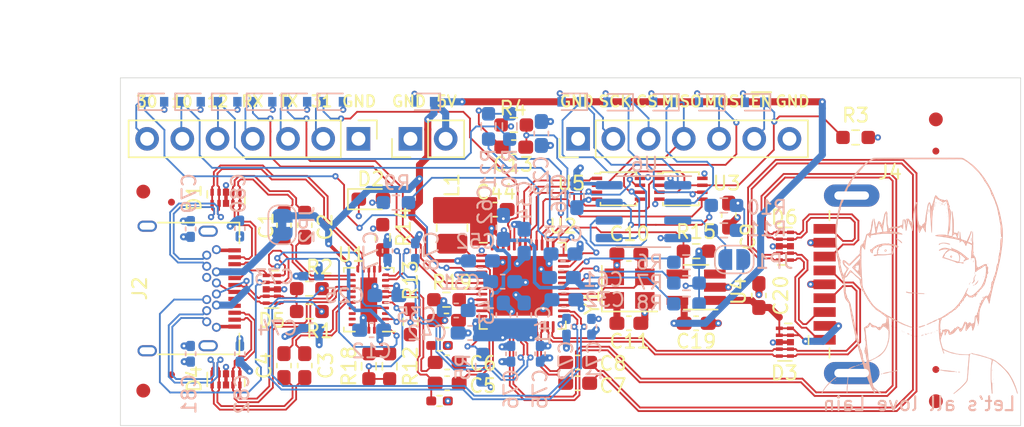
<source format=kicad_pcb>
(kicad_pcb (version 20171130) (host pcbnew 5.1.10-1.fc33)
  (layers (0 F.Cu signal) (1 In1.Cu power) (2 In2.Cu power) (31 B.Cu signal) (34 B.Paste user) (35 F.Paste user) (36 B.SilkS user) (37 F.SilkS user) (38 B.Mask user) (39 F.Mask user) (44 Edge.Cuts user))
  (net 0 "")
  (net 1 GND)
  (net 2 +3V3)
  (net 3 +1V5)
  (net 4 +1V2)
  (net 5 +5V)
  (net 6 "Net-(D2-Pad2)")
  (net 7 /eeprom/ISP_MISO)
  (net 8 /eeprom/ISP_MOSI)
  (net 9 /eeprom/ISP_SCK)
  (net 10 "Net-(L1-Pad2)")
  (net 11 "Net-(R5-Pad1)")
  (net 12 "Net-(R6-Pad1)")
  (net 13 "Net-(R7-Pad1)")
  (net 14 "Net-(R8-Pad1)")
  (net 15 "Net-(R9-Pad2)")
  (net 16 "Net-(R10-Pad2)")
  (net 17 "Net-(JP1-Pad1)")
  (net 18 /eeprom/MISO)
  (net 19 /eeprom/MOSI)
  (net 20 /eeprom/SCK)
  (net 21 "Net-(C10-Pad1)")
  (net 22 "Net-(C11-Pad1)")
  (net 23 /eeprom/~ISP_CS)
  (net 24 /eeprom/~CS)
  (net 25 "Net-(R12-Pad1)")
  (net 26 "Net-(R14-Pad1)")
  (net 27 /DN_D-)
  (net 28 /DN_D+)
  (net 29 +5V_SW)
  (net 30 "Net-(J2-PadB8)")
  (net 31 "Net-(J2-PadA8)")
  (net 32 "Net-(U1-Pad22)")
  (net 33 "Net-(U1-Pad23)")
  (net 34 "Net-(U1-Pad24)")
  (net 35 "Net-(U1-Pad27)")
  (net 36 "Net-(U1-Pad26)")
  (net 37 "Net-(U1-Pad25)")
  (net 38 "Net-(D7-Pad1)")
  (net 39 "Net-(D8-Pad1)")
  (net 40 "Net-(D9-Pad1)")
  (net 41 "Net-(D10-Pad1)")
  (net 42 "Net-(D11-Pad1)")
  (net 43 "Net-(D12-Pad1)")
  (net 44 +5VP)
  (net 45 "Net-(U4-Pad3)")
  (net 46 "/USB AC CAP/ESD/MUX/TX1+")
  (net 47 "/USB AC CAP/ESD/MUX/TX2-")
  (net 48 "/USB AC CAP/ESD/MUX/TX1-")
  (net 49 "/USB AC CAP/ESD/MUX/TX2+")
  (net 50 "/USB AC CAP/ESD/MUX/RX1+")
  (net 51 "/USB AC CAP/ESD/MUX/RX1-")
  (net 52 "/USB AC CAP/ESD/MUX/RX2+")
  (net 53 "/USB AC CAP/ESD/MUX/RX2-")
  (net 54 "/USB AC CAP/ESD/MUX/CC2")
  (net 55 "/USB AC CAP/ESD/MUX/CC1")
  (net 56 "/USB AC CAP/ESD/MUX/D+")
  (net 57 "/USB AC CAP/ESD/MUX/D-")
  (net 58 "Net-(R15-Pad1)")
  (net 59 "Net-(R19-Pad1)")
  (net 60 "/USB AC CAP/ESD/MUX/TX1_AC-")
  (net 61 "/USB AC CAP/ESD/MUX/TX1_AC+")
  (net 62 "/USB AC CAP/ESD/MUX/TX2_AC-")
  (net 63 "/USB AC CAP/ESD/MUX/TX2_AC+")
  (net 64 "/USB AC CAP/ESD/MUX/TX_MUX_DC-")
  (net 65 /SSTX_DEMUX-)
  (net 66 /SSTX_DEMUX+)
  (net 67 "/USB AC CAP/ESD/MUX/TX_MUX_DC+")
  (net 68 /DN_SSTX-)
  (net 69 /DN_TX_AC+)
  (net 70 /DN_TX_AC-)
  (net 71 /DN_SSTX+)
  (net 72 /DN_SSRX-)
  (net 73 /DN_SSRX+)
  (net 74 /D_DEMUX-)
  (net 75 /D_DEMUX+)
  (net 76 /SSRX_DEMUX-)
  (net 77 /SSRX_DEMUX+)
  (net 78 ~EXT_RESET)
  (net 79 "Net-(U1-Pad3)")
  (module vl670:lain (layer B.Cu) (at 229.6795 122.1105 180)
    (fp_text reference G*** hide)
    (fp_text value LOGO hide)
  )
  (module Resistor_SMD:R_0603_1608Metric_Pad0.98x0.95mm_HandSolder (layer B.Cu) (at 198.628 111.506 90)
    (fp_text reference R21 (at -3.048 0 90) (layer B.SilkS) (effects (justify mirror)))
    (fp_text value 10k)
    (pad 2 smd roundrect (at 0.9125 0 90) (size 0.975 0.95) (layers B.Cu B.Paste B.Mask) (net 1 GND))
    (pad 1 smd roundrect (at -0.9125 0 90) (size 0.975 0.95) (layers B.Cu B.Paste B.Mask) (net 39 "Net-(D8-Pad1)"))
  )
  (module Resistor_SMD:R_0603_1608Metric_Pad0.98x0.95mm_HandSolder (layer B.Cu) (at 200.152 111.506 90)
    (fp_text reference R20 (at -3.048 0 90) (layer B.SilkS) (effects (justify mirror)))
    (fp_text value 10k)
    (pad 2 smd roundrect (at 0.9125 0 90) (size 0.975 0.95) (layers B.Cu B.Paste B.Mask) (net 1 GND))
    (pad 1 smd roundrect (at -0.9125 0 90) (size 0.975 0.95) (layers B.Cu B.Paste B.Mask) (net 40 "Net-(D9-Pad1)"))
  )
  (module Diode_SMD:D_SOD-523 (layer B.Cu) (at 194 109.728 180)
    (fp_text reference D18 hide)
    (fp_text value ESD7951S hide)
    (pad 1 smd rect (at -0.7 0) (size 0.6 0.7) (layers B.Cu B.Paste B.Mask) (net 5 +5V))
    (pad 2 smd rect (at 0.7 0) (size 0.6 0.7) (layers B.Cu B.Paste B.Mask) (net 1 GND))
  )
  (module Diode_SMD:D_SOD-523 (layer B.Cu) (at 217.805 109.764 180)
    (fp_text reference D17 hide)
    (fp_text value ESD7951S hide)
    (pad 1 smd rect (at -0.7 0) (size 0.6 0.7) (layers B.Cu B.Paste B.Mask) (net 78 ~EXT_RESET))
    (pad 2 smd rect (at 0.7 0) (size 0.6 0.7) (layers B.Cu B.Paste B.Mask) (net 1 GND))
  )
  (module Diode_SMD:D_SOD-523 (layer B.Cu) (at 211.201 109.764 180)
    (fp_text reference D16 hide)
    (fp_text value ESD7951S hide)
    (pad 1 smd rect (at -0.7 0) (size 0.6 0.7) (layers B.Cu B.Paste B.Mask) (net 7 /eeprom/ISP_MISO))
    (pad 2 smd rect (at 0.7 0) (size 0.6 0.7) (layers B.Cu B.Paste B.Mask) (net 1 GND))
  )
  (module Diode_SMD:D_SOD-523 (layer B.Cu) (at 214.503 109.764 180)
    (fp_text reference D15 hide)
    (fp_text value ESD7951S hide)
    (pad 1 smd rect (at -0.7 0) (size 0.6 0.7) (layers B.Cu B.Paste B.Mask) (net 8 /eeprom/ISP_MOSI))
    (pad 2 smd rect (at 0.7 0) (size 0.6 0.7) (layers B.Cu B.Paste B.Mask) (net 1 GND))
  )
  (module Diode_SMD:D_SOD-523 (layer B.Cu) (at 204.597 109.728 180)
    (fp_text reference D14 hide)
    (fp_text value ESD7951S hide)
    (pad 1 smd rect (at -0.7 0) (size 0.6 0.7) (layers B.Cu B.Paste B.Mask) (net 9 /eeprom/ISP_SCK))
    (pad 2 smd rect (at 0.7 0) (size 0.6 0.7) (layers B.Cu B.Paste B.Mask) (net 1 GND))
  )
  (module Diode_SMD:D_SOD-523 (layer B.Cu) (at 207.899 109.764 180)
    (fp_text reference D13 hide)
    (fp_text value ESD7951S hide)
    (pad 1 smd rect (at -0.7 0) (size 0.6 0.7) (layers B.Cu B.Paste B.Mask) (net 23 /eeprom/~ISP_CS))
    (pad 2 smd rect (at 0.7 0) (size 0.6 0.7) (layers B.Cu B.Paste B.Mask) (net 1 GND))
  )
  (module Diode_SMD:D_SOD-523 (layer B.Cu) (at 187.43 109.728)
    (fp_text reference D12 hide)
    (fp_text value ESD7951S hide)
    (pad 1 smd rect (at -0.7 0 180) (size 0.6 0.7) (layers B.Cu B.Paste B.Mask) (net 43 "Net-(D12-Pad1)"))
    (pad 2 smd rect (at 0.7 0 180) (size 0.6 0.7) (layers B.Cu B.Paste B.Mask) (net 1 GND))
  )
  (module Diode_SMD:D_SOD-523 (layer B.Cu) (at 184.85 109.728)
    (fp_text reference D11 hide)
    (fp_text value ESD7951S hide)
    (pad 1 smd rect (at -0.7 0 180) (size 0.6 0.7) (layers B.Cu B.Paste B.Mask) (net 42 "Net-(D11-Pad1)"))
    (pad 2 smd rect (at 0.7 0 180) (size 0.6 0.7) (layers B.Cu B.Paste B.Mask) (net 1 GND))
  )
  (module Diode_SMD:D_SOD-523 (layer B.Cu) (at 182.34 109.728)
    (fp_text reference D10 hide)
    (fp_text value ESD7951S hide)
    (pad 1 smd rect (at -0.7 0 180) (size 0.6 0.7) (layers B.Cu B.Paste B.Mask) (net 41 "Net-(D10-Pad1)"))
    (pad 2 smd rect (at 0.7 0 180) (size 0.6 0.7) (layers B.Cu B.Paste B.Mask) (net 1 GND))
  )
  (module Diode_SMD:D_SOD-523 (layer B.Cu) (at 179.82 109.728)
    (fp_text reference D9 hide)
    (fp_text value ESD7951S hide)
    (pad 1 smd rect (at -0.7 0 180) (size 0.6 0.7) (layers B.Cu B.Paste B.Mask) (net 40 "Net-(D9-Pad1)"))
    (pad 2 smd rect (at 0.7 0 180) (size 0.6 0.7) (layers B.Cu B.Paste B.Mask) (net 1 GND))
  )
  (module Diode_SMD:D_SOD-523 (layer B.Cu) (at 177.18 109.728)
    (fp_text reference D8 hide)
    (fp_text value ESD7951S hide)
    (pad 1 smd rect (at -0.7 0 180) (size 0.6 0.7) (layers B.Cu B.Paste B.Mask) (net 39 "Net-(D8-Pad1)"))
    (pad 2 smd rect (at 0.7 0 180) (size 0.6 0.7) (layers B.Cu B.Paste B.Mask) (net 1 GND))
  )
  (module Diode_SMD:D_SOD-523 (layer B.Cu) (at 174.54 109.728)
    (fp_text reference D7 hide)
    (fp_text value ESD7951S hide)
    (pad 1 smd rect (at -0.7 0 180) (size 0.6 0.7) (layers B.Cu B.Paste B.Mask) (net 38 "Net-(D7-Pad1)"))
    (pad 2 smd rect (at 0.7 0 180) (size 0.6 0.7) (layers B.Cu B.Paste B.Mask) (net 1 GND))
  )
  (module vl670:USB3_A_Receptacle_Wuerth_692112030100_Horizontal (layer F.Cu) (at 224.64 122.89)
    (fp_text reference J4 (at 2.944 -8.082) (layer F.SilkS))
    (fp_text value "USB3_A Receptacle")
    (pad 10 thru_hole oval (at 0.175 6.4 90) (size 1.6 4) (drill oval 0.6 2.5) (layers *.Cu *.Mask) (net 1 GND))
    (pad 10 thru_hole oval (at 0.175 -6.4 90) (size 1.6 4) (drill oval 0.6 2.5) (layers *.Cu *.Mask) (net 1 GND))
    (pad 9 smd rect (at -1.775 4 90) (size 0.7 1.6) (layers F.Cu F.Paste F.Mask) (net 70 /DN_TX_AC-))
    (pad 1 smd rect (at -1.775 3 90) (size 0.7 1.6) (layers F.Cu F.Paste F.Mask) (net 29 +5V_SW))
    (pad 8 smd rect (at -1.775 2 90) (size 0.7 1.6) (layers F.Cu F.Paste F.Mask) (net 69 /DN_TX_AC+))
    (pad 2 smd rect (at -1.775 1 90) (size 0.7 1.6) (layers F.Cu F.Paste F.Mask) (net 27 /DN_D-))
    (pad 7 smd rect (at -1.775 0 90) (size 0.7 1.6) (layers F.Cu F.Paste F.Mask) (net 1 GND))
    (pad 3 smd rect (at -1.775 -1 90) (size 0.7 1.6) (layers F.Cu F.Paste F.Mask) (net 28 /DN_D+))
    (pad 6 smd rect (at -1.775 -2 90) (size 0.7 1.6) (layers F.Cu F.Paste F.Mask) (net 73 /DN_SSRX+))
    (pad 4 smd rect (at -1.775 -3 90) (size 0.7 1.6) (layers F.Cu F.Paste F.Mask) (net 1 GND))
    (pad 5 smd rect (at -1.775 -4) (size 1.6 0.7) (layers F.Cu F.Paste F.Mask) (net 72 /DN_SSRX-))
  )
  (module vl670:OnSemi_UDFN-10_1.0x2.5mm_P0.5mm (layer F.Cu) (at 179.7 129.7475 270)
    (fp_text reference D4 (at -0.0275 2.29 90) (layer F.SilkS))
    (fp_text value ESD7104 hide)
    (pad 2 smd rect (at -0.4025 -0.5 180) (size 0.25 0.5) (layers F.Cu F.Paste F.Mask) (net 52 "/USB AC CAP/ESD/MUX/RX2+"))
    (pad 3 smd rect (at -0.4025 0 180) (size 0.45 0.5) (layers F.Cu F.Mask) (net 1 GND))
    (pad 1 smd rect (at -0.4025 -1 180) (size 0.25 0.5) (layers F.Cu F.Paste F.Mask) (net 53 "/USB AC CAP/ESD/MUX/RX2-"))
    (pad 4 smd rect (at -0.4025 0.5 180) (size 0.25 0.5) (layers F.Cu F.Paste F.Mask) (net 47 "/USB AC CAP/ESD/MUX/TX2-"))
    (pad 10 smd rect (at 0.4025 -1 180) (size 0.25 0.5) (layers F.Cu F.Paste F.Mask) (net 53 "/USB AC CAP/ESD/MUX/RX2-"))
    (pad 9 smd rect (at 0.4025 -0.5 180) (size 0.25 0.5) (layers F.Cu F.Paste F.Mask) (net 52 "/USB AC CAP/ESD/MUX/RX2+"))
    (pad 5 smd rect (at -0.4025 1 180) (size 0.25 0.5) (layers F.Cu F.Paste F.Mask) (net 49 "/USB AC CAP/ESD/MUX/TX2+"))
    (pad 8 smd rect (at 0.4025 0 180) (size 0.45 0.5) (layers F.Cu F.Mask) (net 1 GND))
    (pad 6 smd rect (at 0.4025 1 180) (size 0.25 0.5) (layers F.Cu F.Paste F.Mask) (net 49 "/USB AC CAP/ESD/MUX/TX2+"))
    (pad 7 smd rect (at 0.4025 0.5 180) (size 0.25 0.5) (layers F.Cu F.Paste F.Mask) (net 47 "/USB AC CAP/ESD/MUX/TX2-"))
  )
  (module vl670:OnSemi_UDFN-10_1.0x2.5mm_P0.5mm (layer F.Cu) (at 179.7 116.6525 90)
    (fp_text reference D1 (at 0 -2.29 90) (layer F.SilkS))
    (fp_text value ESD7104 hide)
    (pad 2 smd rect (at -0.4025 -0.5) (size 0.25 0.5) (layers F.Cu F.Paste F.Mask) (net 51 "/USB AC CAP/ESD/MUX/RX1-"))
    (pad 3 smd rect (at -0.4025 0) (size 0.45 0.5) (layers F.Cu F.Mask) (net 1 GND))
    (pad 1 smd rect (at -0.4025 -1) (size 0.25 0.5) (layers F.Cu F.Paste F.Mask) (net 50 "/USB AC CAP/ESD/MUX/RX1+"))
    (pad 4 smd rect (at -0.4025 0.5) (size 0.25 0.5) (layers F.Cu F.Paste F.Mask) (net 46 "/USB AC CAP/ESD/MUX/TX1+"))
    (pad 10 smd rect (at 0.4025 -1) (size 0.25 0.5) (layers F.Cu F.Paste F.Mask) (net 50 "/USB AC CAP/ESD/MUX/RX1+"))
    (pad 9 smd rect (at 0.4025 -0.5) (size 0.25 0.5) (layers F.Cu F.Paste F.Mask) (net 51 "/USB AC CAP/ESD/MUX/RX1-"))
    (pad 5 smd rect (at -0.4025 1) (size 0.25 0.5) (layers F.Cu F.Paste F.Mask) (net 48 "/USB AC CAP/ESD/MUX/TX1-"))
    (pad 8 smd rect (at 0.4025 0) (size 0.45 0.5) (layers F.Cu F.Mask) (net 1 GND))
    (pad 6 smd rect (at 0.4025 1) (size 0.25 0.5) (layers F.Cu F.Paste F.Mask) (net 48 "/USB AC CAP/ESD/MUX/TX1-"))
    (pad 7 smd rect (at 0.4025 0.5) (size 0.25 0.5) (layers F.Cu F.Paste F.Mask) (net 46 "/USB AC CAP/ESD/MUX/TX1+"))
  )
  (module vl670:OnSemi_UDFN-10_1.0x2.5mm_P0.5mm (layer F.Cu) (at 183 123.25)
    (fp_text reference D5 (at 0 2.25) (layer F.SilkS))
    (fp_text value ESD7104 hide)
    (pad 2 smd rect (at -0.4025 -0.5 270) (size 0.25 0.5) (layers F.Cu F.Paste F.Mask) (net 54 "/USB AC CAP/ESD/MUX/CC2"))
    (pad 3 smd rect (at -0.4025 0 270) (size 0.45 0.5) (layers F.Cu F.Mask) (net 1 GND))
    (pad 1 smd rect (at -0.4025 -1 270) (size 0.25 0.5) (layers F.Cu F.Paste F.Mask) (net 55 "/USB AC CAP/ESD/MUX/CC1"))
    (pad 4 smd rect (at -0.4025 0.5 270) (size 0.25 0.5) (layers F.Cu F.Paste F.Mask) (net 56 "/USB AC CAP/ESD/MUX/D+"))
    (pad 10 smd rect (at 0.4025 -1 270) (size 0.25 0.5) (layers F.Cu F.Paste F.Mask) (net 55 "/USB AC CAP/ESD/MUX/CC1"))
    (pad 9 smd rect (at 0.4025 -0.5 270) (size 0.25 0.5) (layers F.Cu F.Paste F.Mask) (net 54 "/USB AC CAP/ESD/MUX/CC2"))
    (pad 5 smd rect (at -0.4025 1 270) (size 0.25 0.5) (layers F.Cu F.Paste F.Mask) (net 57 "/USB AC CAP/ESD/MUX/D-"))
    (pad 8 smd rect (at 0.4025 0 270) (size 0.45 0.5) (layers F.Cu F.Mask) (net 1 GND))
    (pad 6 smd rect (at 0.4025 1 270) (size 0.25 0.5) (layers F.Cu F.Paste F.Mask) (net 57 "/USB AC CAP/ESD/MUX/D-"))
    (pad 7 smd rect (at 0.4025 0.5 270) (size 0.25 0.5) (layers F.Cu F.Paste F.Mask) (net 56 "/USB AC CAP/ESD/MUX/D+"))
  )
  (module vl670:OnSemi_UDFN-10_1.0x2.5mm_P0.5mm (layer F.Cu) (at 220 120.142 180)
    (fp_text reference D6 (at 0.036 2.0828) (layer F.SilkS))
    (fp_text value ESD7104 hide)
    (pad 2 smd rect (at -0.4025 -0.5 90) (size 0.25 0.5) (layers F.Cu F.Paste F.Mask) (net 69 /DN_TX_AC+))
    (pad 3 smd rect (at -0.4025 0 90) (size 0.45 0.5) (layers F.Cu F.Mask) (net 1 GND))
    (pad 1 smd rect (at -0.4025 -1 90) (size 0.25 0.5) (layers F.Cu F.Paste F.Mask) (net 70 /DN_TX_AC-))
    (pad 4 smd rect (at -0.4025 0.5 90) (size 0.25 0.5) (layers F.Cu F.Paste F.Mask) (net 72 /DN_SSRX-))
    (pad 10 smd rect (at 0.4025 -1 90) (size 0.25 0.5) (layers F.Cu F.Paste F.Mask) (net 70 /DN_TX_AC-))
    (pad 9 smd rect (at 0.4025 -0.5 90) (size 0.25 0.5) (layers F.Cu F.Paste F.Mask) (net 69 /DN_TX_AC+))
    (pad 5 smd rect (at -0.4025 1 90) (size 0.25 0.5) (layers F.Cu F.Paste F.Mask) (net 73 /DN_SSRX+))
    (pad 8 smd rect (at 0.4025 0 90) (size 0.45 0.5) (layers F.Cu F.Mask) (net 1 GND))
    (pad 6 smd rect (at 0.4025 1 90) (size 0.25 0.5) (layers F.Cu F.Paste F.Mask) (net 73 /DN_SSRX+))
    (pad 7 smd rect (at 0.4025 0.5 90) (size 0.25 0.5) (layers F.Cu F.Paste F.Mask) (net 72 /DN_SSRX-))
  )
  (module vl670:OnSemi_UDFN-10_1.0x2.5mm_P0.5mm (layer F.Cu) (at 220 127.0635)
    (fp_text reference D3 (at -0.036 2.2225) (layer F.SilkS))
    (fp_text value ESD7104 hide)
    (pad 2 smd rect (at -0.4025 -0.5 270) (size 0.25 0.5) (layers F.Cu F.Paste F.Mask) (net 29 +5V_SW))
    (pad 3 smd rect (at -0.4025 0 270) (size 0.45 0.5) (layers F.Cu F.Mask) (net 1 GND))
    (pad 1 smd rect (at -0.4025 -1 270) (size 0.25 0.5) (layers F.Cu F.Paste F.Mask) (net 29 +5V_SW))
    (pad 4 smd rect (at -0.4025 0.5 270) (size 0.25 0.5) (layers F.Cu F.Paste F.Mask) (net 27 /DN_D-))
    (pad 10 smd rect (at 0.4025 -1 270) (size 0.25 0.5) (layers F.Cu F.Paste F.Mask) (net 29 +5V_SW))
    (pad 9 smd rect (at 0.4025 -0.5 270) (size 0.25 0.5) (layers F.Cu F.Paste F.Mask) (net 29 +5V_SW))
    (pad 5 smd rect (at -0.4025 1 270) (size 0.25 0.5) (layers F.Cu F.Paste F.Mask) (net 28 /DN_D+))
    (pad 8 smd rect (at 0.4025 0 270) (size 0.45 0.5) (layers F.Cu F.Mask) (net 1 GND))
    (pad 6 smd rect (at 0.4025 1 270) (size 0.25 0.5) (layers F.Cu F.Paste F.Mask) (net 28 /DN_D+))
    (pad 7 smd rect (at 0.4025 0.5 270) (size 0.25 0.5) (layers F.Cu F.Paste F.Mask) (net 27 /DN_D-))
  )
  (module Resistor_SMD:R_0603_1608Metric_Pad0.98x0.95mm_HandSolder (layer F.Cu) (at 191.5 128.8 90)
    (fp_text reference R12 (at 0 1.5 90) (layer F.SilkS))
    (fp_text value 1.8M)
    (pad 1 smd roundrect (at -0.9125 0 90) (size 0.975 0.95) (layers F.Cu F.Paste F.Mask) (net 25 "Net-(R12-Pad1)"))
    (pad 2 smd roundrect (at 0.9125 0 90) (size 0.975 0.95) (layers F.Cu F.Paste F.Mask) (net 5 +5V))
  )
  (module Package_SO:VSSOP-8_2.4x2.1mm_P0.5mm (layer F.Cu) (at 212.5 116)
    (fp_text reference U3 (at 3.3 -0.4) (layer F.SilkS))
    (fp_text value 74LVC2G66 hide)
    (pad 1 smd rect (at -1.55 -0.75) (size 0.75 0.25) (layers F.Cu F.Paste F.Mask) (net 24 /eeprom/~CS))
    (pad 2 smd rect (at -1.55 -0.25) (size 0.75 0.25) (layers F.Cu F.Paste F.Mask) (net 23 /eeprom/~ISP_CS))
    (pad 3 smd rect (at -1.55 0.25) (size 0.75 0.25) (layers F.Cu F.Paste F.Mask) (net 78 ~EXT_RESET))
    (pad 4 smd rect (at -1.55 0.75) (size 0.75 0.25) (layers F.Cu F.Paste F.Mask) (net 1 GND))
    (pad 5 smd rect (at 1.55 0.75) (size 0.75 0.25) (layers F.Cu F.Paste F.Mask) (net 20 /eeprom/SCK))
    (pad 6 smd rect (at 1.55 0.25) (size 0.75 0.25) (layers F.Cu F.Paste F.Mask) (net 9 /eeprom/ISP_SCK))
    (pad 7 smd rect (at 1.55 -0.25) (size 0.75 0.25) (layers F.Cu F.Paste F.Mask) (net 78 ~EXT_RESET))
    (pad 8 smd rect (at 1.55 -0.75) (size 0.75 0.25) (layers F.Cu F.Paste F.Mask) (net 2 +3V3))
  )
  (module Package_SO:VSSOP-8_2.4x2.1mm_P0.5mm (layer F.Cu) (at 208 116)
    (fp_text reference U5 (at -3.4 -0.4) (layer F.SilkS))
    (fp_text value 74LVC2G66 hide)
    (pad 8 smd rect (at 1.55 -0.75) (size 0.75 0.25) (layers F.Cu F.Paste F.Mask) (net 2 +3V3))
    (pad 7 smd rect (at 1.55 -0.25) (size 0.75 0.25) (layers F.Cu F.Paste F.Mask) (net 78 ~EXT_RESET))
    (pad 6 smd rect (at 1.55 0.25) (size 0.75 0.25) (layers F.Cu F.Paste F.Mask) (net 8 /eeprom/ISP_MOSI))
    (pad 5 smd rect (at 1.55 0.75) (size 0.75 0.25) (layers F.Cu F.Paste F.Mask) (net 19 /eeprom/MOSI))
    (pad 4 smd rect (at -1.55 0.75) (size 0.75 0.25) (layers F.Cu F.Paste F.Mask) (net 1 GND))
    (pad 3 smd rect (at -1.55 0.25) (size 0.75 0.25) (layers F.Cu F.Paste F.Mask) (net 78 ~EXT_RESET))
    (pad 2 smd rect (at -1.55 -0.25) (size 0.75 0.25) (layers F.Cu F.Paste F.Mask) (net 7 /eeprom/ISP_MISO))
    (pad 1 smd rect (at -1.55 -0.75) (size 0.75 0.25) (layers F.Cu F.Paste F.Mask) (net 18 /eeprom/MISO))
  )
  (module vl670:Texas_VQFN-RNH-30 (layer F.Cu) (at 190 124 180)
    (fp_text reference U1 (at 1.25 3.25) (layer F.SilkS))
    (fp_text value HD3SS3220 hide)
    (pad 11 smd custom (at -0.8 2.2 180) (size 0.1 0.1) (layers F.Cu F.Paste F.Mask) (net 26 "Net-(R14-Pad1)") (options (clearance outline) (anchor rect)) (primitives (gr_poly (pts (xy -0.1 -0.159) (xy -0.1 0.25) (xy 0.1 0.25) (xy 0.1 -0.25) (xy 0.009 -0.25)) (width 0))))
    (pad 17 smd roundrect (at 1.2 1.4 180) (size 0.5 0.2) (layers F.Cu F.Paste F.Mask) (roundrect_rratio 0.21) (net 60 "/USB AC CAP/ESD/MUX/TX1_AC-"))
    (pad 9 smd roundrect (at -1.2 1.4 180) (size 0.5 0.2) (layers F.Cu F.Paste F.Mask) (roundrect_rratio 0.21) (net 76 /SSRX_DEMUX-))
    (pad 31 smd rect (at 0 0 180) (size 1.2 3.2) (layers F.Cu F.Paste F.Mask) (net 1 GND))
    (pad 2 smd roundrect (at -1.2 -1.4 180) (size 0.5 0.2) (layers F.Cu F.Paste F.Mask) (roundrect_rratio 0.21) (net 55 "/USB AC CAP/ESD/MUX/CC1"))
    (pad 3 smd roundrect (at -1.2 -1 180) (size 0.5 0.2) (layers F.Cu F.Paste F.Mask) (roundrect_rratio 0.21) (net 79 "Net-(U1-Pad3)"))
    (pad 4 smd roundrect (at -1.2 -0.6 180) (size 0.5 0.2) (layers F.Cu F.Paste F.Mask) (roundrect_rratio 0.21) (net 1 GND))
    (pad 5 smd roundrect (at -1.2 -0.2 180) (size 0.5 0.2) (layers F.Cu F.Paste F.Mask) (roundrect_rratio 0.21) (net 25 "Net-(R12-Pad1)"))
    (pad 6 smd roundrect (at -1.2 0.2 180) (size 0.5 0.2) (layers F.Cu F.Paste F.Mask) (roundrect_rratio 0.21) (net 64 "/USB AC CAP/ESD/MUX/TX_MUX_DC-"))
    (pad 7 smd roundrect (at -1.2 0.6 180) (size 0.5 0.2) (layers F.Cu F.Paste F.Mask) (roundrect_rratio 0.21) (net 67 "/USB AC CAP/ESD/MUX/TX_MUX_DC+"))
    (pad 8 smd roundrect (at -1.2 1 180) (size 0.5 0.2) (layers F.Cu F.Paste F.Mask) (roundrect_rratio 0.21) (net 2 +3V3))
    (pad 15 smd custom (at 0.8 2.2 180) (size 0.1 0.1) (layers F.Cu F.Paste F.Mask) (net 51 "/USB AC CAP/ESD/MUX/RX1-") (options (clearance outline) (anchor rect)) (primitives (gr_poly (pts (xy -0.009 -0.25) (xy -0.1 -0.25) (xy -0.1 0.25) (xy 0.1 0.25) (xy 0.1 -0.159)) (width 0))))
    (pad 14 smd roundrect (at 0.4 2.2 180) (size 0.2 0.5) (layers F.Cu F.Paste F.Mask) (roundrect_rratio 0.21) (net 50 "/USB AC CAP/ESD/MUX/RX1+"))
    (pad 18 smd roundrect (at 1.2 1 180) (size 0.5 0.2) (layers F.Cu F.Paste F.Mask) (roundrect_rratio 0.21) (net 53 "/USB AC CAP/ESD/MUX/RX2-"))
    (pad 19 smd roundrect (at 1.2 0.6 180) (size 0.5 0.2) (layers F.Cu F.Paste F.Mask) (roundrect_rratio 0.21) (net 52 "/USB AC CAP/ESD/MUX/RX2+"))
    (pad 20 smd roundrect (at 1.2 0.2 180) (size 0.5 0.2) (layers F.Cu F.Paste F.Mask) (roundrect_rratio 0.21) (net 62 "/USB AC CAP/ESD/MUX/TX2_AC-"))
    (pad 21 smd roundrect (at 1.2 -0.2 180) (size 0.5 0.2) (layers F.Cu F.Paste F.Mask) (roundrect_rratio 0.21) (net 63 "/USB AC CAP/ESD/MUX/TX2_AC+"))
    (pad 22 smd roundrect (at 1.2 -0.6 180) (size 0.5 0.2) (layers F.Cu F.Paste F.Mask) (roundrect_rratio 0.21) (net 32 "Net-(U1-Pad22)"))
    (pad 23 smd roundrect (at 1.2 -1 180) (size 0.5 0.2) (layers F.Cu F.Paste F.Mask) (roundrect_rratio 0.21) (net 33 "Net-(U1-Pad23)"))
    (pad 24 smd roundrect (at 1.2 -1.4 180) (size 0.5 0.2) (layers F.Cu F.Paste F.Mask) (roundrect_rratio 0.21) (net 34 "Net-(U1-Pad24)"))
    (pad 27 smd roundrect (at 0.4 -2.2 180) (size 0.2 0.5) (layers F.Cu F.Paste F.Mask) (roundrect_rratio 0.21) (net 35 "Net-(U1-Pad27)"))
    (pad 29 smd roundrect (at -0.4 -2.2 180) (size 0.2 0.5) (layers F.Cu F.Paste F.Mask) (net 1 GND))
    (pad 28 smd roundrect (at 0 -2.2 180) (size 0.2 0.5) (layers F.Cu F.Paste F.Mask) (net 1 GND))
    (pad 12 smd roundrect (at -0.4 2.2 180) (size 0.2 0.5) (layers F.Cu F.Paste F.Mask) (net 1 GND))
    (pad 13 smd roundrect (at 0 2.2 180) (size 0.2 0.5) (layers F.Cu F.Paste F.Mask) (net 1 GND))
    (pad 10 smd custom (at -1.2 1.8 90) (size 0.1 0.1) (layers F.Cu F.Paste F.Mask) (net 77 /SSRX_DEMUX+) (options (clearance outline) (anchor rect)) (primitives (gr_poly (pts (xy -0.009 -0.25) (xy -0.1 -0.25) (xy -0.1 0.25) (xy 0.1 0.25) (xy 0.1 -0.159)) (width 0))))
    (pad 16 smd custom (at 1.2 1.8 270) (size 0.1 0.1) (layers F.Cu F.Paste F.Mask) (net 61 "/USB AC CAP/ESD/MUX/TX1_AC+") (options (clearance outline) (anchor rect)) (primitives (gr_poly (pts (xy -0.1 -0.159) (xy -0.1 0.25) (xy 0.1 0.25) (xy 0.1 -0.25) (xy 0.009 -0.25)) (width 0))))
    (pad 30 smd custom (at -0.8 -2.2) (size 0.1 0.1) (layers F.Cu F.Paste F.Mask) (net 5 +5V) (options (clearance outline) (anchor rect)) (primitives (gr_poly (pts (xy -0.009 -0.25) (xy -0.1 -0.25) (xy -0.1 0.25) (xy 0.1 0.25) (xy 0.1 -0.159)) (width 0))))
    (pad 1 smd custom (at -1.2 -1.8 90) (size 0.1 0.1) (layers F.Cu F.Paste F.Mask) (net 54 "/USB AC CAP/ESD/MUX/CC2") (options (clearance outline) (anchor rect)) (primitives (gr_poly (pts (xy -0.1 -0.159) (xy -0.1 0.25) (xy 0.1 0.25) (xy 0.1 -0.25) (xy 0.009 -0.25)) (width 0))))
    (pad 26 smd custom (at 0.8 -2.2) (size 0.1 0.1) (layers F.Cu F.Paste F.Mask) (net 36 "Net-(U1-Pad26)") (options (clearance outline) (anchor rect)) (primitives (gr_poly (pts (xy -0.1 -0.159) (xy -0.1 0.25) (xy 0.1 0.25) (xy 0.1 -0.25) (xy 0.009 -0.25)) (width 0))))
    (pad 25 smd custom (at 1.2 -1.8 270) (size 0.1 0.1) (layers F.Cu F.Paste F.Mask) (net 37 "Net-(U1-Pad25)") (options (clearance outline) (anchor rect)) (primitives (gr_poly (pts (xy -0.009 -0.25) (xy -0.1 -0.25) (xy -0.1 0.25) (xy 0.1 0.25) (xy 0.1 -0.159)) (width 0))))
  )
  (module Resistor_SMD:R_0603_1608Metric_Pad0.98x0.95mm_HandSolder (layer B.Cu) (at 198.2218 128.8625 270)
    (fp_text reference R5 (at 0 1.43 270) (layer B.SilkS) (effects (justify mirror)))
    (fp_text value 11.3k)
    (pad 1 smd roundrect (at -0.9125 0 270) (size 0.975 0.95) (layers B.Cu B.Paste B.Mask) (net 11 "Net-(R5-Pad1)"))
    (pad 2 smd roundrect (at 0.9125 0 270) (size 0.975 0.95) (layers B.Cu B.Paste B.Mask) (net 1 GND))
  )
  (module Resistor_SMD:R_0603_1608Metric_Pad0.98x0.95mm_HandSolder (layer B.Cu) (at 212.9 122.8)
    (fp_text reference R7 (at -2.65 -0.05) (layer B.SilkS) (effects (justify mirror)))
    (fp_text value 0R)
    (pad 1 smd roundrect (at -0.9125 0) (size 0.975 0.95) (layers B.Cu B.Paste B.Mask) (net 13 "Net-(R7-Pad1)"))
    (pad 2 smd roundrect (at 0.9125 0) (size 0.975 0.95) (layers B.Cu B.Paste B.Mask) (net 1 GND))
  )
  (module Resistor_SMD:R_0603_1608Metric_Pad0.98x0.95mm_HandSolder (layer F.Cu) (at 213.6 120.5)
    (fp_text reference R15 (at 0 -1.4) (layer F.SilkS))
    (fp_text value 10k)
    (pad 2 smd roundrect (at 0.9125 0) (size 0.975 0.95) (layers F.Cu F.Paste F.Mask) (net 1 GND))
    (pad 1 smd roundrect (at -0.9125 0) (size 0.975 0.95) (layers F.Cu F.Paste F.Mask) (net 58 "Net-(R15-Pad1)"))
  )
  (module Resistor_SMD:R_0603_1608Metric_Pad0.98x0.95mm_HandSolder (layer B.Cu) (at 215.6 117.2 180)
    (fp_text reference R10 (at -3.094 -0.148) (layer B.SilkS) (effects (justify mirror)))
    (fp_text value 10k)
    (pad 2 smd roundrect (at 0.9125 0 180) (size 0.975 0.95) (layers B.Cu B.Paste B.Mask) (net 16 "Net-(R10-Pad2)"))
    (pad 1 smd roundrect (at -0.9125 0 180) (size 0.975 0.95) (layers B.Cu B.Paste B.Mask) (net 2 +3V3))
  )
  (module Capacitor_SMD:C_0603_1608Metric_Pad1.08x0.95mm_HandSolder (layer F.Cu) (at 215.95 117.9 270)
    (fp_text reference C9 (at 1.55 -1.4 90) (layer F.SilkS))
    (fp_text value 470nF)
    (pad 2 smd roundrect (at 0.8625 0 270) (size 1.075 0.95) (layers F.Cu F.Paste F.Mask) (net 1 GND))
    (pad 1 smd roundrect (at -0.8625 0 270) (size 1.075 0.95) (layers F.Cu F.Paste F.Mask) (net 2 +3V3))
  )
  (module Connector_PinHeader_2.54mm:PinHeader_1x02_P2.54mm_Vertical (layer F.Cu) (at 193 112.4 90)
    (fp_text reference J5 hide)
    (fp_text value Conn_01x02_Male hide)
    (pad 2 thru_hole oval (at 0 2.54 90) (size 1.7 1.7) (drill 1) (layers *.Cu *.Mask) (net 5 +5V))
    (pad 1 thru_hole rect (at 0 0 90) (size 1.7 1.7) (drill 1) (layers *.Cu *.Mask) (net 1 GND))
  )
  (module Connector_PinHeader_2.54mm:PinHeader_1x07_P2.54mm_Vertical (layer F.Cu) (at 205.09 112.4 90)
    (fp_text reference J1 hide)
    (fp_text value Conn_01x07_Male hide)
    (pad 7 thru_hole oval (at 0 15.24 90) (size 1.7 1.7) (drill 1) (layers *.Cu *.Mask) (net 1 GND))
    (pad 6 thru_hole oval (at 0 12.7 90) (size 1.7 1.7) (drill 1) (layers *.Cu *.Mask) (net 78 ~EXT_RESET))
    (pad 5 thru_hole oval (at 0 10.16 90) (size 1.7 1.7) (drill 1) (layers *.Cu *.Mask) (net 8 /eeprom/ISP_MOSI))
    (pad 4 thru_hole oval (at 0 7.62 90) (size 1.7 1.7) (drill 1) (layers *.Cu *.Mask) (net 7 /eeprom/ISP_MISO))
    (pad 3 thru_hole oval (at 0 5.08 90) (size 1.7 1.7) (drill 1) (layers *.Cu *.Mask) (net 23 /eeprom/~ISP_CS))
    (pad 2 thru_hole oval (at 0 2.54 90) (size 1.7 1.7) (drill 1) (layers *.Cu *.Mask) (net 9 /eeprom/ISP_SCK))
    (pad 1 thru_hole rect (at 0 0 90) (size 1.7 1.7) (drill 1) (layers *.Cu *.Mask) (net 1 GND))
  )
  (module Package_DFN_QFN:QFN-48-1EP_6x6mm_P0.4mm_EP4.3x4.3mm (layer F.Cu) (at 201.0918 123)
    (fp_text reference U2 (at 2.9082 -4.3 -180) (layer F.SilkS))
    (fp_text value VL670 hide)
    (pad 49 smd rect (at 0 0) (size 4.3 4.3) (layers F.Cu F.Mask) (net 1 GND))
    (pad 48 smd roundrect (at -2.2 -2.95) (size 0.2 0.8) (layers F.Cu F.Paste F.Mask) (net 3 +1V5))
    (pad 47 smd roundrect (at -1.8 -2.95) (size 0.2 0.8) (layers F.Cu F.Paste F.Mask) (net 3 +1V5))
    (pad 46 smd roundrect (at -1.4 -2.95) (size 0.2 0.8) (layers F.Cu F.Paste F.Mask) (net 4 +1V2))
    (pad 45 smd roundrect (at -1 -2.95) (size 0.2 0.8) (layers F.Cu F.Paste F.Mask) (net 43 "Net-(D12-Pad1)"))
    (pad 44 smd roundrect (at -0.6 -2.95) (size 0.2 0.8) (layers F.Cu F.Paste F.Mask) (net 2 +3V3))
    (pad 43 smd roundrect (at -0.2 -2.95) (size 0.2 0.8) (layers F.Cu F.Paste F.Mask) (net 18 /eeprom/MISO))
    (pad 42 smd roundrect (at 0.2 -2.95) (size 0.2 0.8) (layers F.Cu F.Paste F.Mask) (net 19 /eeprom/MOSI))
    (pad 41 smd roundrect (at 0.6 -2.95) (size 0.2 0.8) (layers F.Cu F.Paste F.Mask) (net 24 /eeprom/~CS))
    (pad 40 smd roundrect (at 1 -2.95) (size 0.2 0.8) (layers F.Cu F.Paste F.Mask) (net 20 /eeprom/SCK))
    (pad 39 smd roundrect (at 1.4 -2.95) (size 0.2 0.8) (layers F.Cu F.Paste F.Mask) (net 39 "Net-(D8-Pad1)"))
    (pad 38 smd roundrect (at 1.8 -2.95) (size 0.2 0.8) (layers F.Cu F.Paste F.Mask) (net 40 "Net-(D9-Pad1)"))
    (pad 37 smd roundrect (at 2.2 -2.95) (size 0.2 0.8) (layers F.Cu F.Paste F.Mask) (net 58 "Net-(R15-Pad1)"))
    (pad 36 smd roundrect (at 2.95 -2.2) (size 0.8 0.2) (layers F.Cu F.Paste F.Mask) (net 15 "Net-(R9-Pad2)"))
    (pad 35 smd roundrect (at 2.95 -1.8) (size 0.8 0.2) (layers F.Cu F.Paste F.Mask) (net 2 +3V3))
    (pad 34 smd roundrect (at 2.95 -1.4) (size 0.8 0.2) (layers F.Cu F.Paste F.Mask) (net 78 ~EXT_RESET))
    (pad 33 smd roundrect (at 2.95 -1) (size 0.8 0.2) (layers F.Cu F.Paste F.Mask) (net 12 "Net-(R6-Pad1)"))
    (pad 32 smd roundrect (at 2.95 -0.6) (size 0.8 0.2) (layers F.Cu F.Paste F.Mask) (net 13 "Net-(R7-Pad1)"))
    (pad 31 smd roundrect (at 2.95 -0.2) (size 0.8 0.2) (layers F.Cu F.Paste F.Mask) (net 14 "Net-(R8-Pad1)"))
    (pad 30 smd roundrect (at 2.95 0.2) (size 0.8 0.2) (layers F.Cu F.Paste F.Mask) (net 4 +1V2))
    (pad 29 smd roundrect (at 2.95 0.6) (size 0.8 0.2) (layers F.Cu F.Paste F.Mask) (net 21 "Net-(C10-Pad1)"))
    (pad 28 smd roundrect (at 2.95 1) (size 0.8 0.2) (layers F.Cu F.Paste F.Mask) (net 22 "Net-(C11-Pad1)"))
    (pad 27 smd roundrect (at 2.95 1.4) (size 0.8 0.2) (layers F.Cu F.Paste F.Mask) (net 2 +3V3))
    (pad 26 smd roundrect (at 2.95 1.8) (size 0.8 0.2) (layers F.Cu F.Paste F.Mask) (net 75 /D_DEMUX+))
    (pad 25 smd roundrect (at 2.95 2.2) (size 0.8 0.2) (layers F.Cu F.Paste F.Mask) (net 74 /D_DEMUX-))
    (pad 24 smd roundrect (at 2.2 2.95) (size 0.2 0.8) (layers F.Cu F.Paste F.Mask) (net 27 /DN_D-))
    (pad 23 smd roundrect (at 1.8 2.95) (size 0.2 0.8) (layers F.Cu F.Paste F.Mask) (net 28 /DN_D+))
    (pad 22 smd roundrect (at 1.4 2.95) (size 0.2 0.8) (layers F.Cu F.Paste F.Mask) (net 71 /DN_SSTX+))
    (pad 21 smd roundrect (at 1 2.95) (size 0.2 0.8) (layers F.Cu F.Paste F.Mask) (net 68 /DN_SSTX-))
    (pad 20 smd roundrect (at 0.6 2.95) (size 0.2 0.8) (layers F.Cu F.Paste F.Mask) (net 3 +1V5))
    (pad 19 smd roundrect (at 0.2 2.95) (size 0.2 0.8) (layers F.Cu F.Paste F.Mask) (net 77 /SSRX_DEMUX+))
    (pad 18 smd roundrect (at -0.2 2.95) (size 0.2 0.8) (layers F.Cu F.Paste F.Mask) (net 76 /SSRX_DEMUX-))
    (pad 17 smd roundrect (at -0.6 2.95) (size 0.2 0.8) (layers F.Cu F.Paste F.Mask) (net 73 /DN_SSRX+))
    (pad 16 smd roundrect (at -1 2.95) (size 0.2 0.8) (layers F.Cu F.Paste F.Mask) (net 72 /DN_SSRX-))
    (pad 15 smd roundrect (at -1.4 2.95) (size 0.2 0.8) (layers F.Cu F.Paste F.Mask) (net 3 +1V5))
    (pad 14 smd roundrect (at -1.8 2.95) (size 0.2 0.8) (layers F.Cu F.Paste F.Mask) (net 65 /SSTX_DEMUX-))
    (pad 13 smd roundrect (at -2.2 2.95) (size 0.2 0.8) (layers F.Cu F.Paste F.Mask) (net 66 /SSTX_DEMUX+))
    (pad 12 smd roundrect (at -2.95 2.2) (size 0.8 0.2) (layers F.Cu F.Paste F.Mask) (net 3 +1V5))
    (pad 11 smd roundrect (at -2.95 1.8) (size 0.8 0.2) (layers F.Cu F.Paste F.Mask) (net 11 "Net-(R5-Pad1)"))
    (pad 10 smd roundrect (at -2.95 1.4) (size 0.8 0.2) (layers F.Cu F.Paste F.Mask) (net 5 +5V))
    (pad 9 smd roundrect (at -2.95 1) (size 0.8 0.2) (layers F.Cu F.Paste F.Mask) (net 2 +3V3))
    (pad 8 smd roundrect (at -2.95 0.6) (size 0.8 0.2) (layers F.Cu F.Paste F.Mask) (net 59 "Net-(R19-Pad1)"))
    (pad 7 smd roundrect (at -2.95 0.2) (size 0.8 0.2) (layers F.Cu F.Paste F.Mask) (net 41 "Net-(D10-Pad1)"))
    (pad 6 smd roundrect (at -2.95 -0.2) (size 0.8 0.2) (layers F.Cu F.Paste F.Mask) (net 42 "Net-(D11-Pad1)"))
    (pad 5 smd roundrect (at -2.95 -0.6) (size 0.8 0.2) (layers F.Cu F.Paste F.Mask) (net 2 +3V3))
    (pad 4 smd roundrect (at -2.95 -1) (size 0.8 0.2) (layers F.Cu F.Paste F.Mask) (net 38 "Net-(D7-Pad1)"))
    (pad 3 smd roundrect (at -2.95 -1.4) (size 0.8 0.2) (layers F.Cu F.Paste F.Mask) (net 5 +5V))
    (pad 2 smd roundrect (at -2.95 -1.8) (size 0.8 0.2) (layers F.Cu F.Paste F.Mask) (net 10 "Net-(L1-Pad2)"))
    (pad 1 smd roundrect (at -2.95 -2.2) (size 0.8 0.2) (layers F.Cu F.Paste F.Mask) (net 1 GND))
  )
  (module Connector_PinHeader_2.54mm:PinHeader_1x07_P2.54mm_Vertical (layer F.Cu) (at 189.25 112.4 270)
    (fp_text reference J3 hide)
    (fp_text value Conn_01x07_Male hide)
    (pad 7 thru_hole oval (at 0 15.24 270) (size 1.7 1.7) (drill 1) (layers *.Cu *.Mask) (net 38 "Net-(D7-Pad1)"))
    (pad 6 thru_hole oval (at 0 12.7 270) (size 1.7 1.7) (drill 1) (layers *.Cu *.Mask) (net 39 "Net-(D8-Pad1)"))
    (pad 5 thru_hole oval (at 0 10.16 270) (size 1.7 1.7) (drill 1) (layers *.Cu *.Mask) (net 40 "Net-(D9-Pad1)"))
    (pad 4 thru_hole oval (at 0 7.62 270) (size 1.7 1.7) (drill 1) (layers *.Cu *.Mask) (net 41 "Net-(D10-Pad1)"))
    (pad 3 thru_hole oval (at 0 5.08 270) (size 1.7 1.7) (drill 1) (layers *.Cu *.Mask) (net 42 "Net-(D11-Pad1)"))
    (pad 2 thru_hole oval (at 0 2.54 270) (size 1.7 1.7) (drill 1) (layers *.Cu *.Mask) (net 43 "Net-(D12-Pad1)"))
    (pad 1 thru_hole rect (at 0 0 270) (size 1.7 1.7) (drill 1) (layers *.Cu *.Mask) (net 1 GND))
  )
  (module Capacitor_SMD:C_0603_1608Metric_Pad1.08x0.95mm_HandSolder (layer F.Cu) (at 183.87929 118.629288 90)
    (fp_text reference C1 (at -0.020712 -1.27929 90) (layer F.SilkS))
    (fp_text value 220nF)
    (pad 2 smd roundrect (at 0.8625 0 90) (size 1.075 0.95) (layers F.Cu F.Paste F.Mask) (net 48 "/USB AC CAP/ESD/MUX/TX1-"))
    (pad 1 smd roundrect (at -0.8625 0 90) (size 1.075 0.95) (layers F.Cu F.Paste F.Mask) (net 60 "/USB AC CAP/ESD/MUX/TX1_AC-"))
  )
  (module Capacitor_SMD:C_0603_1608Metric_Pad1.08x0.95mm_HandSolder (layer F.Cu) (at 185.37886 118.629289 90)
    (fp_text reference C2 (at -0.120711 1.47114 90) (layer F.SilkS))
    (fp_text value 220nF)
    (pad 1 smd roundrect (at -0.8625 0 90) (size 1.075 0.95) (layers F.Cu F.Paste F.Mask) (net 61 "/USB AC CAP/ESD/MUX/TX1_AC+"))
    (pad 2 smd roundrect (at 0.8625 0 90) (size 1.075 0.95) (layers F.Cu F.Paste F.Mask) (net 46 "/USB AC CAP/ESD/MUX/TX1+"))
  )
  (module Capacitor_SMD:C_0603_1608Metric_Pad1.08x0.95mm_HandSolder (layer F.Cu) (at 185.37886 128.75 270)
    (fp_text reference C3 (at 0 -1.52114 90) (layer F.SilkS))
    (fp_text value 220nF)
    (pad 2 smd roundrect (at 0.8625 0 270) (size 1.075 0.95) (layers F.Cu F.Paste F.Mask) (net 49 "/USB AC CAP/ESD/MUX/TX2+"))
    (pad 1 smd roundrect (at -0.8625 0 270) (size 1.075 0.95) (layers F.Cu F.Paste F.Mask) (net 63 "/USB AC CAP/ESD/MUX/TX2_AC+"))
  )
  (module Capacitor_SMD:C_0603_1608Metric_Pad1.08x0.95mm_HandSolder (layer F.Cu) (at 183.87929 128.75 270)
    (fp_text reference C4 (at 0 1.42929 90) (layer F.SilkS))
    (fp_text value 220nF)
    (pad 1 smd roundrect (at -0.8625 0 270) (size 1.075 0.95) (layers F.Cu F.Paste F.Mask) (net 62 "/USB AC CAP/ESD/MUX/TX2_AC-"))
    (pad 2 smd roundrect (at 0.8625 0 270) (size 1.075 0.95) (layers F.Cu F.Paste F.Mask) (net 47 "/USB AC CAP/ESD/MUX/TX2-"))
  )
  (module Capacitor_SMD:C_0603_1608Metric_Pad1.08x0.95mm_HandSolder (layer F.Cu) (at 205.05815 130.022514 180)
    (fp_text reference C7 (at -2.541853 -0.177486) (layer F.SilkS))
    (fp_text value 100nF)
    (pad 2 smd roundrect (at 0.8625 0 180) (size 1.075 0.95) (layers F.Cu F.Paste F.Mask) (net 68 /DN_SSTX-))
    (pad 1 smd roundrect (at -0.8625 0 180) (size 1.075 0.95) (layers F.Cu F.Paste F.Mask) (net 70 /DN_TX_AC-))
  )
  (module Capacitor_SMD:C_0603_1608Metric_Pad1.08x0.95mm_HandSolder (layer F.Cu) (at 205.05815 128.522511 180)
    (fp_text reference C8 (at -2.54185 -0.077489) (layer F.SilkS))
    (fp_text value 100nF)
    (pad 1 smd roundrect (at -0.8625 0 180) (size 1.075 0.95) (layers F.Cu F.Paste F.Mask) (net 69 /DN_TX_AC+))
    (pad 2 smd roundrect (at 0.8625 0 180) (size 1.075 0.95) (layers F.Cu F.Paste F.Mask) (net 71 /DN_SSTX+))
  )
  (module Capacitor_SMD:C_0603_1608Metric_Pad1.08x0.95mm_HandSolder (layer F.Cu) (at 208.75 120.7 180)
    (fp_text reference C10 (at -0.05 1.45 180) (layer F.SilkS))
    (fp_text value 20pF)
    (pad 1 smd roundrect (at -0.8625 0 180) (size 1.075 0.95) (layers F.Cu F.Paste F.Mask) (net 21 "Net-(C10-Pad1)"))
    (pad 2 smd roundrect (at 0.8625 0 180) (size 1.075 0.95) (layers F.Cu F.Paste F.Mask) (net 1 GND))
  )
  (module Capacitor_SMD:C_0603_1608Metric_Pad1.08x0.95mm_HandSolder (layer F.Cu) (at 208.75 125.7)
    (fp_text reference C11 (at 0.05 1.3) (layer F.SilkS))
    (fp_text value 20pF)
    (pad 2 smd roundrect (at 0.8625 0) (size 1.075 0.95) (layers F.Cu F.Paste F.Mask) (net 1 GND))
    (pad 1 smd roundrect (at -0.8625 0) (size 1.075 0.95) (layers F.Cu F.Paste F.Mask) (net 22 "Net-(C11-Pad1)"))
  )
  (module Capacitor_SMD:C_0603_1608Metric_Pad1.08x0.95mm_HandSolder (layer F.Cu) (at 200.45 113 180)
    (fp_text reference C13 (at 0.05 -1.25) (layer F.SilkS))
    (fp_text value 1uF)
    (pad 2 smd roundrect (at 0.8625 0 180) (size 1.075 0.95) (layers F.Cu F.Paste F.Mask) (net 1 GND))
    (pad 1 smd roundrect (at -0.8625 0 180) (size 1.075 0.95) (layers F.Cu F.Paste F.Mask) (net 78 ~EXT_RESET))
  )
  (module Capacitor_SMD:C_0603_1608Metric_Pad1.08x0.95mm_HandSolder (layer F.Cu) (at 213.6 125.7)
    (fp_text reference C19 (at 0 1.3) (layer F.SilkS))
    (fp_text value 1uF)
    (pad 1 smd roundrect (at -0.8625 0) (size 1.075 0.95) (layers F.Cu F.Paste F.Mask) (net 5 +5V))
    (pad 2 smd roundrect (at 0.8625 0) (size 1.075 0.95) (layers F.Cu F.Paste F.Mask) (net 1 GND))
  )
  (module Capacitor_SMD:C_0603_1608Metric_Pad1.08x0.95mm_HandSolder (layer F.Cu) (at 218.1225 123.698 90)
    (fp_text reference C20 (at 0 1.5875 90) (layer F.SilkS))
    (fp_text value 1uF)
    (pad 2 smd roundrect (at 0.8625 0 90) (size 1.075 0.95) (layers F.Cu F.Paste F.Mask) (net 1 GND))
    (pad 1 smd roundrect (at -0.8625 0 90) (size 1.075 0.95) (layers F.Cu F.Paste F.Mask) (net 29 +5V_SW))
  )
  (module Capacitor_SMD:C_0603_1608Metric_Pad1.08x0.95mm_HandSolder (layer B.Cu) (at 205 116.5 270)
    (fp_text reference C26 (at -0.168 1.292 90) (layer B.SilkS) (effects (justify mirror)))
    (fp_text value 470nF)
    (pad 1 smd roundrect (at -0.8625 0 270) (size 1.075 0.95) (layers B.Cu B.Paste B.Mask) (net 2 +3V3))
    (pad 2 smd roundrect (at 0.8625 0 270) (size 1.075 0.95) (layers B.Cu B.Paste B.Mask) (net 1 GND))
  )
  (module Capacitor_SMD:C_0603_1608Metric_Pad1.08x0.95mm_HandSolder (layer B.Cu) (at 191.3 123.7 180)
    (fp_text reference C25 (at 3.05 0) (layer B.SilkS) (effects (justify mirror)))
    (fp_text value 470nF)
    (pad 1 smd roundrect (at -0.8625 0 180) (size 1.075 0.95) (layers B.Cu B.Paste B.Mask) (net 2 +3V3))
    (pad 2 smd roundrect (at 0.8625 0 180) (size 1.075 0.95) (layers B.Cu B.Paste B.Mask) (net 1 GND))
  )
  (module Capacitor_SMD:C_0603_1608Metric_Pad1.08x0.95mm_HandSolder (layer B.Cu) (at 204.0625 124 180)
    (fp_text reference C32 (at -2.9475 0) (layer B.SilkS) (effects (justify mirror)))
    (fp_text value 470nF)
    (pad 2 smd roundrect (at 0.8625 0 180) (size 1.075 0.95) (layers B.Cu B.Paste B.Mask) (net 1 GND))
    (pad 1 smd roundrect (at -0.8625 0 180) (size 1.075 0.95) (layers B.Cu B.Paste B.Mask) (net 2 +3V3))
  )
  (module Capacitor_SMD:C_0603_1608Metric_Pad1.08x0.95mm_HandSolder (layer B.Cu) (at 204 120.7 180)
    (fp_text reference C33 (at 0 1.43) (layer B.SilkS) (effects (justify mirror)))
    (fp_text value 470nF)
    (pad 1 smd roundrect (at -0.8625 0 180) (size 1.075 0.95) (layers B.Cu B.Paste B.Mask) (net 2 +3V3))
    (pad 2 smd roundrect (at 0.8625 0 180) (size 1.075 0.95) (layers B.Cu B.Paste B.Mask) (net 1 GND))
  )
  (module Capacitor_SMD:C_0603_1608Metric_Pad1.08x0.95mm_HandSolder (layer B.Cu) (at 201.2 119.7875 270)
    (fp_text reference C34 (at -2.9475 -0.0315 90) (layer B.SilkS) (effects (justify mirror)))
    (fp_text value 470nF)
    (pad 2 smd roundrect (at 0.8625 0 270) (size 1.075 0.95) (layers B.Cu B.Paste B.Mask) (net 1 GND))
    (pad 1 smd roundrect (at -0.8625 0 270) (size 1.075 0.95) (layers B.Cu B.Paste B.Mask) (net 2 +3V3))
  )
  (module Capacitor_SMD:C_0603_1608Metric_Pad1.08x0.95mm_HandSolder (layer B.Cu) (at 196.3 124.7775 180)
    (fp_text reference C35 (at 2.879 -0.3175) (layer B.SilkS) (effects (justify mirror)))
    (fp_text value 470nF)
    (pad 1 smd roundrect (at -0.8625 0 180) (size 1.075 0.95) (layers B.Cu B.Paste B.Mask) (net 2 +3V3))
    (pad 2 smd roundrect (at 0.8625 0 180) (size 1.075 0.95) (layers B.Cu B.Paste B.Mask) (net 1 GND))
  )
  (module Capacitor_SMD:C_0603_1608Metric_Pad1.08x0.95mm_HandSolder (layer B.Cu) (at 201.2 125.1 90)
    (fp_text reference C41 (at -0.757 1.365 90) (layer B.SilkS) (effects (justify mirror)))
    (fp_text value 1uF)
    (pad 1 smd roundrect (at -0.8625 0 90) (size 1.075 0.95) (layers B.Cu B.Paste B.Mask) (net 3 +1V5))
    (pad 2 smd roundrect (at 0.8625 0 90) (size 1.075 0.95) (layers B.Cu B.Paste B.Mask) (net 1 GND))
  )
  (module Capacitor_SMD:C_0603_1608Metric_Pad1.08x0.95mm_HandSolder (layer B.Cu) (at 197.3 126.4 180)
    (fp_text reference C42 (at 3.1 0) (layer B.SilkS) (effects (justify mirror)))
    (fp_text value 1uF)
    (pad 1 smd roundrect (at -0.8625 0 180) (size 1.075 0.95) (layers B.Cu B.Paste B.Mask) (net 3 +1V5))
    (pad 2 smd roundrect (at 0.8625 0 180) (size 1.075 0.95) (layers B.Cu B.Paste B.Mask) (net 1 GND))
  )
  (module Capacitor_SMD:C_0603_1608Metric_Pad1.08x0.95mm_HandSolder (layer B.Cu) (at 199.7 125.1 90)
    (fp_text reference C43 (at 0.7035 -1.199 90) (layer B.SilkS) (effects (justify mirror)))
    (fp_text value 1uF)
    (pad 2 smd roundrect (at 0.8625 0 90) (size 1.075 0.95) (layers B.Cu B.Paste B.Mask) (net 1 GND))
    (pad 1 smd roundrect (at -0.8625 0 90) (size 1.075 0.95) (layers B.Cu B.Paste B.Mask) (net 3 +1V5))
  )
  (module Capacitor_SMD:C_0603_1608Metric_Pad1.08x0.95mm_HandSolder (layer F.Cu) (at 199.1125 117.5)
    (fp_text reference C44 (at 0.05 -1.25) (layer F.SilkS))
    (fp_text value 1uF)
    (pad 1 smd roundrect (at -0.8625 0) (size 1.075 0.95) (layers F.Cu F.Paste F.Mask) (net 3 +1V5))
    (pad 2 smd roundrect (at 0.8625 0) (size 1.075 0.95) (layers F.Cu F.Paste F.Mask) (net 1 GND))
  )
  (module Capacitor_SMD:C_0603_1608Metric_Pad1.08x0.95mm_HandSolder (layer B.Cu) (at 190.2 126.2 180)
    (fp_text reference C12 (at 0 -1.5) (layer B.SilkS) (effects (justify mirror)))
    (fp_text value 1uF)
    (pad 2 smd roundrect (at 0.8625 0 180) (size 1.075 0.95) (layers B.Cu B.Paste B.Mask) (net 1 GND))
    (pad 1 smd roundrect (at -0.8625 0 180) (size 1.075 0.95) (layers B.Cu B.Paste B.Mask) (net 5 +5V))
  )
  (module Capacitor_SMD:C_0603_1608Metric_Pad1.08x0.95mm_HandSolder (layer F.Cu) (at 195.6 125.5 180)
    (fp_text reference C51 hide)
    (fp_text value 1uF)
    (pad 2 smd roundrect (at 0.8625 0 180) (size 1.075 0.95) (layers F.Cu F.Paste F.Mask) (net 1 GND))
    (pad 1 smd roundrect (at -0.8625 0 180) (size 1.075 0.95) (layers F.Cu F.Paste F.Mask) (net 5 +5V))
  )
  (module Capacitor_SMD:C_0603_1608Metric_Pad1.08x0.95mm_HandSolder (layer B.Cu) (at 203.8875 122.4 180)
    (fp_text reference C61 (at -3.0125 -0.15) (layer B.SilkS) (effects (justify mirror)))
    (fp_text value 1uF)
    (pad 2 smd roundrect (at 0.8625 0 180) (size 1.075 0.95) (layers B.Cu B.Paste B.Mask) (net 1 GND))
    (pad 1 smd roundrect (at -0.8625 0 180) (size 1.075 0.95) (layers B.Cu B.Paste B.Mask) (net 4 +1V2))
  )
  (module Capacitor_SMD:C_0603_1608Metric_Pad1.08x0.95mm_HandSolder (layer B.Cu) (at 199.7 118.7875 90)
    (fp_text reference C62 (at 1.63 -1.326 90) (layer B.SilkS) (effects (justify mirror)))
    (fp_text value 1uF)
    (pad 1 smd roundrect (at -0.8625 0 90) (size 1.075 0.95) (layers B.Cu B.Paste B.Mask) (net 4 +1V2))
    (pad 2 smd roundrect (at 0.8625 0 90) (size 1.075 0.95) (layers B.Cu B.Paste B.Mask) (net 1 GND))
  )
  (module LED_SMD:LED_0603_1608Metric_Pad1.05x0.95mm_HandSolder (layer F.Cu) (at 190.15 116.75)
    (fp_text reference D2 (at 0 -1.45) (layer F.SilkS))
    (fp_text value LED)
    (pad 1 smd roundrect (at -0.875 0) (size 1.05 0.95) (layers F.Cu F.Paste F.Mask) (net 1 GND))
    (pad 2 smd roundrect (at 0.875 0) (size 1.05 0.95) (layers F.Cu F.Paste F.Mask) (net 6 "Net-(D2-Pad2)"))
  )
  (module Jumper:SolderJumper-2_P1.3mm_Open_RoundedPad1.0x1.5mm (layer B.Cu) (at 216.35 121.1)
    (fp_text reference JP1 (at 2.9 0.15) (layer B.SilkS) (effects (justify mirror)))
    (fp_text value SolderJumper_2_Open hide)
    (pad 1 smd custom (at -0.65 0) (size 1 0.5) (layers B.Cu B.Mask) (net 17 "Net-(JP1-Pad1)") (options (clearance outline) (anchor rect)) (primitives (gr_circle (center 0 -0.25) (end 0.5 -0.25) (width 0)) (gr_circle (center 0 0.25) (end 0.5 0.25) (width 0)) (gr_poly (pts (xy 0 0.75) (xy 0.5 0.75) (xy 0.5 -0.75) (xy 0 -0.75)) (width 0))))
    (pad 2 smd custom (at 0.65 0) (size 1 0.5) (layers B.Cu B.Mask) (net 1 GND) (options (clearance outline) (anchor rect)) (primitives (gr_circle (center 0 -0.25) (end 0.5 -0.25) (width 0)) (gr_circle (center 0 0.25) (end 0.5 0.25) (width 0)) (gr_poly (pts (xy 0 0.75) (xy -0.5 0.75) (xy -0.5 -0.75) (xy 0 -0.75)) (width 0))))
  )
  (module Jumper:SolderJumper-2_P1.3mm_Bridged_RoundedPad1.0x1.5mm (layer B.Cu) (at 183.75 118.6 90)
    (fp_text reference JP2 (at 0 1.8 90) (layer B.SilkS) (effects (justify mirror)))
    (fp_text value SolderJumper_2_Bridged hide)
    (fp_poly (pts (xy 0.25 0.3) (xy -0.25 0.3) (xy -0.25 -0.3) (xy 0.25 -0.3)) (layer B.Cu) (width 0))
    (pad 1 smd custom (at -0.65 0 90) (size 1 0.5) (layers B.Cu B.Mask) (net 44 +5VP) (options (clearance outline) (anchor rect)) (primitives (gr_circle (center 0 -0.25) (end 0.5 -0.25) (width 0)) (gr_circle (center 0 0.25) (end 0.5 0.25) (width 0)) (gr_poly (pts (xy 0 0.75) (xy 0.5 0.75) (xy 0.5 -0.75) (xy 0 -0.75)) (width 0))))
    (pad 2 smd custom (at 0.65 0 90) (size 1 0.5) (layers B.Cu B.Mask) (net 5 +5V) (options (clearance outline) (anchor rect)) (primitives (gr_circle (center 0 -0.25) (end 0.5 -0.25) (width 0)) (gr_circle (center 0 0.25) (end 0.5 0.25) (width 0)) (gr_poly (pts (xy 0 0.75) (xy -0.5 0.75) (xy -0.5 -0.75) (xy 0 -0.75)) (width 0))))
  )
  (module Inductor_SMD:L_1008_2520Metric_Pad1.43x2.20mm_HandSolder (layer F.Cu) (at 196 118.8 270)
    (fp_text reference L1 (at -3.05 0 90) (layer F.SilkS))
    (fp_text value 4.7uH)
    (pad 1 smd roundrect (at -1.1625 0 270) (size 1.425 2.2) (layers F.Cu F.Paste F.Mask) (roundrect_rratio 0.1754385964912281) (net 3 +1V5))
    (pad 2 smd roundrect (at 1.1625 0 270) (size 1.425 2.2) (layers F.Cu F.Paste F.Mask) (roundrect_rratio 0.1754385964912281) (net 10 "Net-(L1-Pad2)"))
  )
  (module Resistor_SMD:R_0603_1608Metric_Pad0.98x0.95mm_HandSolder (layer F.Cu) (at 185.709074 124.85 180)
    (fp_text reference R1 (at -0.740926 -1.4) (layer F.SilkS))
    (fp_text value 0R)
    (pad 1 smd roundrect (at -0.9125 0 180) (size 0.975 0.95) (layers F.Cu F.Paste F.Mask) (net 74 /D_DEMUX-))
    (pad 2 smd roundrect (at 0.9125 0 180) (size 0.975 0.95) (layers F.Cu F.Paste F.Mask) (net 57 "/USB AC CAP/ESD/MUX/D-"))
  )
  (module Resistor_SMD:R_0603_1608Metric_Pad0.98x0.95mm_HandSolder (layer F.Cu) (at 185.709074 123.2 180)
    (fp_text reference R2 (at -0.740926 1.55) (layer F.SilkS))
    (fp_text value 0R)
    (pad 2 smd roundrect (at 0.9125 0 180) (size 0.975 0.95) (layers F.Cu F.Paste F.Mask) (net 56 "/USB AC CAP/ESD/MUX/D+"))
    (pad 1 smd roundrect (at -0.9125 0 180) (size 0.975 0.95) (layers F.Cu F.Paste F.Mask) (net 75 /D_DEMUX+))
  )
  (module Resistor_SMD:R_0603_1608Metric_Pad0.98x0.95mm_HandSolder (layer F.Cu) (at 225.1 112.3 180)
    (fp_text reference R3 (at 0 1.6) (layer F.SilkS))
    (fp_text value 10k)
    (pad 1 smd roundrect (at -0.9125 0 180) (size 0.975 0.95) (layers F.Cu F.Paste F.Mask) (net 2 +3V3))
    (pad 2 smd roundrect (at 0.9125 0 180) (size 0.975 0.95) (layers F.Cu F.Paste F.Mask) (net 78 ~EXT_RESET))
  )
  (module Resistor_SMD:R_0603_1608Metric_Pad0.98x0.95mm_HandSolder (layer F.Cu) (at 200.45 111.4)
    (fp_text reference R4 (at -0.05 -1.2) (layer F.SilkS))
    (fp_text value 10k)
    (pad 2 smd roundrect (at 0.9125 0) (size 0.975 0.95) (layers F.Cu F.Paste F.Mask) (net 78 ~EXT_RESET))
    (pad 1 smd roundrect (at -0.9125 0) (size 0.975 0.95) (layers F.Cu F.Paste F.Mask) (net 2 +3V3))
  )
  (module Resistor_SMD:R_0603_1608Metric_Pad0.98x0.95mm_HandSolder (layer B.Cu) (at 212.9 121.3)
    (fp_text reference R6 (at -2.65 0) (layer B.SilkS) (effects (justify mirror)))
    (fp_text value 0R)
    (pad 1 smd roundrect (at -0.9125 0) (size 0.975 0.95) (layers B.Cu B.Paste B.Mask) (net 12 "Net-(R6-Pad1)"))
    (pad 2 smd roundrect (at 0.9125 0) (size 0.975 0.95) (layers B.Cu B.Paste B.Mask) (net 1 GND))
  )
  (module Resistor_SMD:R_0603_1608Metric_Pad0.98x0.95mm_HandSolder (layer B.Cu) (at 212.9 124.3)
    (fp_text reference R8 (at -2.65 -0.05) (layer B.SilkS) (effects (justify mirror)))
    (fp_text value 0R)
    (pad 2 smd roundrect (at 0.9125 0) (size 0.975 0.95) (layers B.Cu B.Paste B.Mask) (net 1 GND))
    (pad 1 smd roundrect (at -0.9125 0) (size 0.975 0.95) (layers B.Cu B.Paste B.Mask) (net 14 "Net-(R8-Pad1)"))
  )
  (module Resistor_SMD:R_0603_1608Metric_Pad0.98x0.95mm_HandSolder (layer B.Cu) (at 191.95 117)
    (fp_text reference R9 (at 0.074 -1.43) (layer B.SilkS) (effects (justify mirror)))
    (fp_text value 470R)
    (pad 2 smd roundrect (at 0.9125 0) (size 0.975 0.95) (layers B.Cu B.Paste B.Mask) (net 15 "Net-(R9-Pad2)"))
    (pad 1 smd roundrect (at -0.9125 0) (size 0.975 0.95) (layers B.Cu B.Paste B.Mask) (net 6 "Net-(D2-Pad2)"))
  )
  (module Resistor_SMD:R_0603_1608Metric_Pad0.98x0.95mm_HandSolder (layer B.Cu) (at 215.6 119 180)
    (fp_text reference R11 (at -3.1 0.1) (layer B.SilkS) (effects (justify mirror)))
    (fp_text value 10k)
    (pad 2 smd roundrect (at 0.9125 0 180) (size 0.975 0.95) (layers B.Cu B.Paste B.Mask) (net 17 "Net-(JP1-Pad1)"))
    (pad 1 smd roundrect (at -0.9125 0 180) (size 0.975 0.95) (layers B.Cu B.Paste B.Mask) (net 2 +3V3))
  )
  (module Resistor_SMD:R_0603_1608Metric_Pad0.98x0.95mm_HandSolder (layer F.Cu) (at 193 125.6 270)
    (fp_text reference R13 (at -3 0 90) (layer F.SilkS))
    (fp_text value NC)
    (pad 2 smd roundrect (at 0.9125 0 270) (size 0.975 0.95) (layers F.Cu F.Paste F.Mask) (net 1 GND))
    (pad 1 smd roundrect (at -0.9125 0 270) (size 0.975 0.95) (layers F.Cu F.Paste F.Mask) (net 1 GND))
  )
  (module Resistor_SMD:R_0603_1608Metric_Pad0.98x0.95mm_HandSolder (layer F.Cu) (at 191 119.5 90)
    (fp_text reference R14 (at 0.75 1.5 90) (layer F.SilkS))
    (fp_text value 200k)
    (pad 1 smd roundrect (at -0.9125 0 90) (size 0.975 0.95) (layers F.Cu F.Paste F.Mask) (net 26 "Net-(R14-Pad1)"))
    (pad 2 smd roundrect (at 0.9125 0 90) (size 0.975 0.95) (layers F.Cu F.Paste F.Mask) (net 2 +3V3))
  )
  (module Resistor_SMD:R_0402_1005Metric_Pad0.72x0.64mm_HandSolder (layer F.Cu) (at 195.0975 131.3)
    (fp_text reference R16 hide)
    (fp_text value 100K)
    (pad 2 smd roundrect (at 0.5975 0) (size 0.715 0.64) (layers F.Cu F.Paste F.Mask) (net 1 GND))
    (pad 1 smd roundrect (at -0.5975 0) (size 0.715 0.64) (layers F.Cu F.Paste F.Mask) (net 64 "/USB AC CAP/ESD/MUX/TX_MUX_DC-"))
  )
  (module Resistor_SMD:R_0402_1005Metric_Pad0.72x0.64mm_HandSolder (layer F.Cu) (at 195.0975 127.3)
    (fp_text reference R17 hide)
    (fp_text value 100K)
    (pad 1 smd roundrect (at -0.5975 0) (size 0.715 0.64) (layers F.Cu F.Paste F.Mask) (net 67 "/USB AC CAP/ESD/MUX/TX_MUX_DC+"))
    (pad 2 smd roundrect (at 0.5975 0) (size 0.715 0.64) (layers F.Cu F.Paste F.Mask) (net 1 GND))
  )
  (module Resistor_SMD:R_0603_1608Metric_Pad0.98x0.95mm_HandSolder (layer F.Cu) (at 190 128.8 90)
    (fp_text reference R18 (at 0 -1.43 90) (layer F.SilkS))
    (fp_text value 1.8M)
    (pad 2 smd roundrect (at 0.9125 0 90) (size 0.975 0.95) (layers F.Cu F.Paste F.Mask) (net 5 +5V))
    (pad 1 smd roundrect (at -0.9125 0 90) (size 0.975 0.95) (layers F.Cu F.Paste F.Mask) (net 25 "Net-(R12-Pad1)"))
  )
  (module Package_TO_SOT_SMD:SOT-23-5_HandSoldering (layer F.Cu) (at 213.6 123.1 180)
    (fp_text reference U4 (at -3.062 -0.2805 90) (layer F.SilkS))
    (fp_text value TPS2061C-PXLI hide)
    (pad 1 smd rect (at -1.35 -0.95 180) (size 1.56 0.65) (layers F.Cu F.Paste F.Mask) (net 29 +5V_SW))
    (pad 2 smd rect (at -1.35 0 180) (size 1.56 0.65) (layers F.Cu F.Paste F.Mask) (net 1 GND))
    (pad 3 smd rect (at -1.35 0.95 180) (size 1.56 0.65) (layers F.Cu F.Paste F.Mask) (net 45 "Net-(U4-Pad3)"))
    (pad 4 smd rect (at 1.35 0.95 180) (size 1.56 0.65) (layers F.Cu F.Paste F.Mask) (net 58 "Net-(R15-Pad1)"))
    (pad 5 smd rect (at 1.35 -0.95 180) (size 1.56 0.65) (layers F.Cu F.Paste F.Mask) (net 5 +5V))
  )
  (module Package_SO:SOIC-8_3.9x4.9mm_P1.27mm (layer B.Cu) (at 209.8 117.65 180)
    (fp_text reference U6 (at -0.0675 3.4135) (layer B.SilkS) (effects (justify mirror)))
    (fp_text value GD25D05)
    (pad 1 smd roundrect (at -2.475 1.905 180) (size 1.95 0.6) (layers B.Cu B.Paste B.Mask) (net 23 /eeprom/~ISP_CS))
    (pad 2 smd roundrect (at -2.475 0.635 180) (size 1.95 0.6) (layers B.Cu B.Paste B.Mask) (net 7 /eeprom/ISP_MISO))
    (pad 3 smd roundrect (at -2.475 -0.635 180) (size 1.95 0.6) (layers B.Cu B.Paste B.Mask) (net 17 "Net-(JP1-Pad1)"))
    (pad 4 smd roundrect (at -2.475 -1.905 180) (size 1.95 0.6) (layers B.Cu B.Paste B.Mask) (net 1 GND))
    (pad 5 smd roundrect (at 2.475 -1.905 180) (size 1.95 0.6) (layers B.Cu B.Paste B.Mask) (net 8 /eeprom/ISP_MOSI))
    (pad 6 smd roundrect (at 2.475 -0.635 180) (size 1.95 0.6) (layers B.Cu B.Paste B.Mask) (net 9 /eeprom/ISP_SCK))
    (pad 7 smd roundrect (at 2.475 0.635 180) (size 1.95 0.6) (layers B.Cu B.Paste B.Mask) (net 16 "Net-(R10-Pad2)"))
    (pad 8 smd roundrect (at 2.475 1.905 180) (size 1.95 0.6) (layers B.Cu B.Paste B.Mask) (net 2 +3V3))
  )
  (module Crystal:Crystal_SMD_3225-4Pin_3.2x2.5mm (layer F.Cu) (at 208.8 123.2)
    (fp_text reference Y1 (at -2.7 1 90) (layer F.SilkS))
    (fp_text value 25MHz)
    (pad 1 smd rect (at -1.1 0.85) (size 1.4 1.2) (layers F.Cu F.Paste F.Mask) (net 22 "Net-(C11-Pad1)"))
    (pad 2 smd rect (at 1.1 0.85) (size 1.4 1.2) (layers F.Cu F.Paste F.Mask) (net 1 GND))
    (pad 3 smd rect (at 1.1 -0.85) (size 1.4 1.2) (layers F.Cu F.Paste F.Mask) (net 21 "Net-(C10-Pad1)"))
    (pad 4 smd rect (at -1.1 -0.85) (size 1.4 1.2) (layers F.Cu F.Paste F.Mask) (net 1 GND))
  )
  (module Resistor_SMD:R_0603_1608Metric_Pad0.98x0.95mm_HandSolder (layer F.Cu) (at 195.6 124 180)
    (fp_text reference R19 (at -0.4 1.25) (layer F.SilkS))
    (fp_text value 0R)
    (pad 1 smd roundrect (at -0.9125 0 180) (size 0.975 0.95) (layers F.Cu F.Paste F.Mask) (net 59 "Net-(R19-Pad1)"))
    (pad 2 smd roundrect (at 0.9125 0 180) (size 0.975 0.95) (layers F.Cu F.Paste F.Mask) (net 1 GND))
  )
  (module Capacitor_SMD:C_0603_1608Metric_Pad1.08x0.95mm_HandSolder (layer F.Cu) (at 195.6475 130.022514 180)
    (fp_text reference C5 (at -2.57 -0.177486) (layer F.SilkS))
    (fp_text value 220nF)
    (pad 2 smd roundrect (at 0.8625 0 180) (size 1.075 0.95) (layers F.Cu F.Paste F.Mask) (net 64 "/USB AC CAP/ESD/MUX/TX_MUX_DC-"))
    (pad 1 smd roundrect (at -0.8625 0 180) (size 1.075 0.95) (layers F.Cu F.Paste F.Mask) (net 65 /SSTX_DEMUX-))
  )
  (module Capacitor_SMD:C_0603_1608Metric_Pad1.08x0.95mm_HandSolder (layer F.Cu) (at 195.6475 128.522511 180)
    (fp_text reference C6 (at -2.57 -0.077489) (layer F.SilkS))
    (fp_text value 220nF)
    (pad 1 smd roundrect (at -0.8625 0 180) (size 1.075 0.95) (layers F.Cu F.Paste F.Mask) (net 66 /SSTX_DEMUX+))
    (pad 2 smd roundrect (at 0.8625 0 180) (size 1.075 0.95) (layers F.Cu F.Paste F.Mask) (net 67 "/USB AC CAP/ESD/MUX/TX_MUX_DC+"))
  )
  (module vl670:USB_C_Receptacle_XKB_U262-241N-4BV60 (layer F.Cu) (at 175.3 123.19 270)
    (fp_text reference J2 (at 0 1.818 90) (layer F.SilkS))
    (fp_text value USB_C_Receptacle)
    (pad B11 thru_hole circle (at -2.4 -3.01 270) (size 0.65 0.65) (drill 0.4) (layers *.Cu *.Mask) (net 50 "/USB AC CAP/ESD/MUX/RX1+"))
    (pad B10 thru_hole circle (at -1.6 -3.01 270) (size 0.65 0.65) (drill 0.4) (layers *.Cu *.Mask) (net 51 "/USB AC CAP/ESD/MUX/RX1-"))
    (pad B8 thru_hole circle (at -0.8 -3.01 270) (size 0.65 0.65) (drill 0.4) (layers *.Cu *.Mask) (net 30 "Net-(J2-PadB8)"))
    (pad B5 thru_hole circle (at 0.8 -3.01 270) (size 0.65 0.65) (drill 0.4) (layers *.Cu *.Mask) (net 54 "/USB AC CAP/ESD/MUX/CC2"))
    (pad B3 thru_hole circle (at 1.6 -3.01 270) (size 0.65 0.65) (drill 0.4) (layers *.Cu *.Mask) (net 47 "/USB AC CAP/ESD/MUX/TX2-"))
    (pad B2 thru_hole circle (at 2.4 -3.01 270) (size 0.65 0.65) (drill 0.4) (layers *.Cu *.Mask) (net 49 "/USB AC CAP/ESD/MUX/TX2+"))
    (pad B12 thru_hole circle (at -2.8 -3.71 270) (size 0.65 0.65) (drill 0.4) (layers *.Cu *.Mask) (net 1 GND))
    (pad B9 thru_hole circle (at -1.2 -3.71 270) (size 0.65 0.65) (drill 0.4) (layers *.Cu *.Mask) (net 44 +5VP))
    (pad B7 thru_hole circle (at -0.4 -3.71 270) (size 0.65 0.65) (drill 0.4) (layers *.Cu *.Mask) (net 57 "/USB AC CAP/ESD/MUX/D-"))
    (pad B6 thru_hole circle (at 0.4 -3.71 270) (size 0.65 0.65) (drill 0.4) (layers *.Cu *.Mask) (net 56 "/USB AC CAP/ESD/MUX/D+"))
    (pad B4 thru_hole circle (at 1.2 -3.71 270) (size 0.65 0.65) (drill 0.4) (layers *.Cu *.Mask) (net 44 +5VP))
    (pad B1 thru_hole circle (at 2.8 -3.71 270) (size 0.65 0.65) (drill 0.4) (layers *.Cu *.Mask) (net 1 GND))
    (pad "" np_thru_hole circle (at -3.6 -4.36 270) (size 0.65 0.65) (drill 0.65) (layers *.Cu *.Mask))
    (pad "" np_thru_hole oval (at 3.6 -4.36 270) (size 0.95 0.65) (drill oval 0.95 0.65) (layers *.Cu *.Mask))
    (pad S1 thru_hole oval (at -4.49 1.28 270) (size 0.8 1.4) (drill oval 0.5 1.1) (layers *.Cu *.Mask) (net 1 GND))
    (pad S1 thru_hole oval (at 4.49 1.28 270) (size 0.8 1.4) (drill oval 0.5 1.1) (layers *.Cu *.Mask) (net 1 GND))
    (pad S1 thru_hole oval (at 4.13 -3.11 270) (size 0.8 1.4) (drill oval 0.5 1.1) (layers *.Cu *.Mask) (net 1 GND))
    (pad A11 smd rect (at 2.25 -5.02 270) (size 0.3 0.9) (layers F.Cu F.Paste F.Mask) (net 52 "/USB AC CAP/ESD/MUX/RX2+"))
    (pad A8 smd rect (at 0.75 -5.02 270) (size 0.3 0.9) (layers F.Cu F.Paste F.Mask) (net 31 "Net-(J2-PadA8)"))
    (pad A9 smd rect (at 1.25 -5.02 270) (size 0.3 0.9) (layers F.Cu F.Paste F.Mask) (net 44 +5VP))
    (pad A10 smd rect (at 1.75 -5.02 270) (size 0.3 0.9) (layers F.Cu F.Paste F.Mask) (net 53 "/USB AC CAP/ESD/MUX/RX2-"))
    (pad A12 smd rect (at 2.75 -5.02 270) (size 0.3 0.9) (layers F.Cu F.Paste F.Mask) (net 1 GND))
    (pad A7 smd rect (at 0.25 -5.02 270) (size 0.3 0.9) (layers F.Cu F.Paste F.Mask) (net 57 "/USB AC CAP/ESD/MUX/D-"))
    (pad A6 smd rect (at -0.25 -5.02 270) (size 0.3 0.9) (layers F.Cu F.Paste F.Mask) (net 56 "/USB AC CAP/ESD/MUX/D+"))
    (pad A5 smd rect (at -0.75 -5.02 270) (size 0.3 0.9) (layers F.Cu F.Paste F.Mask) (net 55 "/USB AC CAP/ESD/MUX/CC1"))
    (pad A4 smd rect (at -1.25 -5.02 270) (size 0.3 0.9) (layers F.Cu F.Paste F.Mask) (net 44 +5VP))
    (pad A3 smd rect (at -1.75 -5.02 270) (size 0.3 0.9) (layers F.Cu F.Paste F.Mask) (net 48 "/USB AC CAP/ESD/MUX/TX1-"))
    (pad A2 smd rect (at -2.25 -5.02 270) (size 0.3 0.9) (layers F.Cu F.Paste F.Mask) (net 46 "/USB AC CAP/ESD/MUX/TX1+"))
    (pad A1 smd rect (at -2.75 -5.02 270) (size 0.3 0.9) (layers F.Cu F.Paste F.Mask) (net 1 GND))
    (pad S1 thru_hole oval (at -4.13 -3.11 270) (size 0.8 1.4) (drill oval 0.5 1.1) (layers *.Cu *.Mask) (net 1 GND))
  )
  (module Capacitor_SMD:C_0603_1608Metric_Pad1.08x0.95mm_HandSolder (layer B.Cu) (at 198.05 121.2)
    (fp_text reference C52 (at -0.35 -1.4) (layer B.SilkS) (effects (justify mirror)))
    (fp_text value 1uF)
    (pad 1 smd roundrect (at -0.8625 0) (size 1.075 0.95) (layers B.Cu B.Paste B.Mask) (net 5 +5V))
    (pad 2 smd roundrect (at 0.8625 0) (size 1.075 0.95) (layers B.Cu B.Paste B.Mask) (net 1 GND))
  )
  (module Capacitor_SMD:C_0603_1608Metric_Pad1.08x0.95mm_HandSolder (layer B.Cu) (at 199.65 122.7)
    (fp_text reference C31 (at -3.054 0.0455) (layer B.SilkS) (effects (justify mirror)))
    (fp_text value 470nF)
    (pad 1 smd roundrect (at -0.8625 0) (size 1.075 0.95) (layers B.Cu B.Paste B.Mask) (net 2 +3V3))
    (pad 2 smd roundrect (at 0.8625 0) (size 1.075 0.95) (layers B.Cu B.Paste B.Mask) (net 1 GND))
  )
  (module Capacitor_SMD:C_0402_1005Metric_Pad0.74x0.62mm_HandSolder (layer B.Cu) (at 206.05 125.95 90)
    (fp_text reference C71 (at -2.447 0.198 90) (layer B.SilkS) (effects (justify mirror)))
    (fp_text value 470nF)
    (pad 1 smd roundrect (at -0.5675 0 90) (size 0.735 0.62) (layers B.Cu B.Paste B.Mask) (net 2 +3V3))
    (pad 2 smd roundrect (at 0.5675 0 90) (size 0.735 0.62) (layers B.Cu B.Paste B.Mask) (net 1 GND))
  )
  (module Capacitor_SMD:C_0402_1005Metric_Pad0.74x0.62mm_HandSolder (layer B.Cu) (at 204.25 125.95 90)
    (fp_text reference C72 (at -2.447 -0.034 90) (layer B.SilkS) (effects (justify mirror)))
    (fp_text value 470nF)
    (pad 2 smd roundrect (at 0.5675 0 90) (size 0.735 0.62) (layers B.Cu B.Paste B.Mask) (net 1 GND))
    (pad 1 smd roundrect (at -0.5675 0 90) (size 0.735 0.62) (layers B.Cu B.Paste B.Mask) (net 2 +3V3))
  )
  (module Capacitor_SMD:C_0402_1005Metric_Pad0.74x0.62mm_HandSolder (layer B.Cu) (at 193.35 120.5 90)
    (fp_text reference C78 (at 0 1.16 90) (layer B.SilkS) (effects (justify mirror)))
    (fp_text value 470nF)
    (pad 1 smd roundrect (at -0.5675 0 90) (size 0.735 0.62) (layers B.Cu B.Paste B.Mask) (net 2 +3V3))
    (pad 2 smd roundrect (at 0.5675 0 90) (size 0.735 0.62) (layers B.Cu B.Paste B.Mask) (net 1 GND))
  )
  (module Capacitor_SMD:C_0402_1005Metric_Pad0.74x0.62mm_HandSolder (layer B.Cu) (at 191.35 120.4825 90)
    (fp_text reference C77 (at 0 -1.2 90) (layer B.SilkS) (effects (justify mirror)))
    (fp_text value 470nF)
    (pad 2 smd roundrect (at 0.5675 0 90) (size 0.735 0.62) (layers B.Cu B.Paste B.Mask) (net 1 GND))
    (pad 1 smd roundrect (at -0.5675 0 90) (size 0.735 0.62) (layers B.Cu B.Paste B.Mask) (net 2 +3V3))
  )
  (module Capacitor_SMD:C_0402_1005Metric_Pad0.74x0.62mm_HandSolder (layer B.Cu) (at 202.35 127.9 90)
    (fp_text reference C75 (at -2.55 0 90) (layer B.SilkS) (effects (justify mirror)))
    (fp_text value 470nF)
    (pad 1 smd roundrect (at -0.5675 0 90) (size 0.735 0.62) (layers B.Cu B.Paste B.Mask) (net 2 +3V3))
    (pad 2 smd roundrect (at 0.5675 0 90) (size 0.735 0.62) (layers B.Cu B.Paste B.Mask) (net 1 GND))
  )
  (module Capacitor_SMD:C_0402_1005Metric_Pad0.74x0.62mm_HandSolder (layer B.Cu) (at 185.85 122.3 180)
    (fp_text reference C73 (at 2.6825 -0.05) (layer B.SilkS) (effects (justify mirror)))
    (fp_text value 470nF)
    (pad 2 smd roundrect (at 0.5675 0 180) (size 0.735 0.62) (layers B.Cu B.Paste B.Mask) (net 1 GND))
    (pad 1 smd roundrect (at -0.5675 0 180) (size 0.735 0.62) (layers B.Cu B.Paste B.Mask) (net 2 +3V3))
  )
  (module Capacitor_SMD:C_0402_1005Metric_Pad0.74x0.62mm_HandSolder (layer B.Cu) (at 200.25 127.9 90)
    (fp_text reference C76 (at -2.55 0 90) (layer B.SilkS) (effects (justify mirror)))
    (fp_text value 470nF)
    (pad 1 smd roundrect (at -0.5675 0 90) (size 0.735 0.62) (layers B.Cu B.Paste B.Mask) (net 2 +3V3))
    (pad 2 smd roundrect (at 0.5675 0 90) (size 0.735 0.62) (layers B.Cu B.Paste B.Mask) (net 1 GND))
  )
  (module Capacitor_SMD:C_0402_1005Metric_Pad0.74x0.62mm_HandSolder (layer B.Cu) (at 185.85 126.05 180)
    (fp_text reference C74 (at 2.45 0) (layer B.SilkS) (effects (justify mirror)))
    (fp_text value 470nF)
    (pad 2 smd roundrect (at 0.5675 0 180) (size 0.735 0.62) (layers B.Cu B.Paste B.Mask) (net 1 GND))
    (pad 1 smd roundrect (at -0.5675 0 180) (size 0.735 0.62) (layers B.Cu B.Paste B.Mask) (net 2 +3V3))
  )
  (module Capacitor_SMD:C_0402_1005Metric_Pad0.74x0.62mm_HandSolder (layer B.Cu) (at 177.15 118.9 90)
    (fp_text reference C79 (at 2.568 -0.112 90) (layer B.SilkS) (effects (justify mirror)))
    (fp_text value 470nF)
    (pad 2 smd roundrect (at 0.5675 0 90) (size 0.735 0.62) (layers B.Cu B.Paste B.Mask) (net 1 GND))
    (pad 1 smd roundrect (at -0.5675 0 90) (size 0.735 0.62) (layers B.Cu B.Paste B.Mask) (net 2 +3V3))
  )
  (module Capacitor_SMD:C_0402_1005Metric_Pad0.74x0.62mm_HandSolder (layer B.Cu) (at 180.7 118.8675 90)
    (fp_text reference C80 (at 2.5355 -0.106 90) (layer B.SilkS) (effects (justify mirror)))
    (fp_text value 470nF)
    (pad 1 smd roundrect (at -0.5675 0 90) (size 0.735 0.62) (layers B.Cu B.Paste B.Mask) (net 2 +3V3))
    (pad 2 smd roundrect (at 0.5675 0 90) (size 0.735 0.62) (layers B.Cu B.Paste B.Mask) (net 1 GND))
  )
  (module Capacitor_SMD:C_0402_1005Metric_Pad0.74x0.62mm_HandSolder (layer B.Cu) (at 177.15 127.9 270)
    (fp_text reference C81 (at 2.91 0.112 90) (layer B.SilkS) (effects (justify mirror)))
    (fp_text value 470nF)
    (pad 2 smd roundrect (at 0.5675 0 270) (size 0.735 0.62) (layers B.Cu B.Paste B.Mask) (net 1 GND))
    (pad 1 smd roundrect (at -0.5675 0 270) (size 0.735 0.62) (layers B.Cu B.Paste B.Mask) (net 2 +3V3))
  )
  (module Capacitor_SMD:C_0402_1005Metric_Pad0.74x0.62mm_HandSolder (layer B.Cu) (at 180.7 127.9 270)
    (fp_text reference C82 (at 2.91 -0.148 90) (layer B.SilkS) (effects (justify mirror)))
    (fp_text value 470nF)
    (pad 1 smd roundrect (at -0.5675 0 270) (size 0.735 0.62) (layers B.Cu B.Paste B.Mask) (net 2 +3V3))
    (pad 2 smd roundrect (at 0.5675 0 270) (size 0.735 0.62) (layers B.Cu B.Paste B.Mask) (net 1 GND))
  )
  (module Capacitor_SMD:C_0603_1608Metric_Pad1.08x0.95mm_HandSolder (layer B.Cu) (at 202.438 112.014 90)
    (fp_text reference C22 (at -3.048 0 90) (layer B.SilkS) (effects (justify mirror)))
    (fp_text value 470nF)
    (pad 2 smd roundrect (at 0.8625 0 90) (size 1.075 0.95) (layers B.Cu B.Paste B.Mask) (net 1 GND))
    (pad 1 smd roundrect (at -0.8625 0 90) (size 1.075 0.95) (layers B.Cu B.Paste B.Mask) (net 2 +3V3))
  )
  (module vl670:StencilFiducial_1mm (layer F.Cu) (at 173.736 116.205)
    (fp_text reference FID1 hide)
    (fp_text value Fiducial hide)
    (pad "" smd circle (at 0 0) (size 1 1) (layers F.Cu F.Paste F.Mask) (clearance 0.05))
  )
  (module vl670:StencilFiducial_0.5mm (layer F.Cu) (at 175.768 116.967)
    (fp_text reference FID2 hide)
    (fp_text value Fiducial hide)
    (pad "" smd circle (at 0 0) (size 0.5 0.5) (layers F.Cu F.Paste F.Mask) (clearance 0.05))
  )
  (module vl670:StencilFiducial_1mm (layer F.Cu) (at 230.886 110.998)
    (fp_text reference FID3 hide)
    (fp_text value Fiducial hide)
    (pad "" smd circle (at 0 0) (size 1 1) (layers F.Cu F.Paste F.Mask) (clearance 0.05))
  )
  (module vl670:StencilFiducial_0.5mm (layer F.Cu) (at 175.768 129.413)
    (fp_text reference FID4 hide)
    (fp_text value Fiducial hide)
    (pad "" smd circle (at 0 0) (size 0.5 0.5) (layers F.Cu F.Paste F.Mask) (clearance 0.05))
  )
  (module vl670:StencilFiducial_1mm (layer F.Cu) (at 173.736 130.556)
    (fp_text reference FID5 hide)
    (fp_text value Fiducial hide)
    (pad "" smd circle (at 0 0) (size 1 1) (layers F.Cu F.Paste F.Mask) (clearance 0.05))
  )
  (module vl670:StencilFiducial_0.5mm (layer F.Cu) (at 230.886 113.284)
    (fp_text reference FID6 hide)
    (fp_text value Fiducial hide)
    (pad "" smd circle (at 0 0) (size 0.5 0.5) (layers F.Cu F.Paste F.Mask) (clearance 0.05))
  )
  (module vl670:StencilFiducial_1mm (layer F.Cu) (at 230.886 131.318)
    (fp_text reference FID7 hide)
    (fp_text value Fiducial hide)
    (pad "" smd circle (at 0 0) (size 1 1) (layers F.Cu F.Paste F.Mask) (clearance 0.05))
  )
  (module vl670:StencilFiducial_0.5mm (layer F.Cu) (at 230.886 129.032)
    (fp_text reference FID8 hide)
    (fp_text value Fiducial hide)
    (pad "" smd circle (at 0 0) (size 0.5 0.5) (layers F.Cu F.Paste F.Mask) (clearance 0.05))
  )
  (gr_text "Let's all love Lain" (at 229.6795 131.5085) (layer B.SilkS) (effects (font (size 1 1)) (justify mirror)))
  (gr_text GND (at 205 109.7) (layer F.SilkS) (effects (font (size 0.8 0.8))))
  (gr_text SCK (at 207.75 109.7) (layer F.SilkS) (effects (font (size 0.8 0.8))))
  (gr_text 5V (at 195.6 109.7) (layer F.SilkS) (effects (font (size 0.8 0.8))))
  (gr_text GND (at 192.9 109.7) (layer F.SilkS) (effects (font (size 0.8 0.8))))
  (gr_text GND (at 189.3 109.7) (layer F.SilkS) (effects (font (size 0.8 0.8))))
  (gr_text 31 (at 186.6 109.7) (layer F.SilkS) (effects (font (size 0.8 0.8))))
  (gr_text TX (at 184.2 109.7) (layer F.SilkS) (effects (font (size 0.8 0.8))))
  (gr_text RX (at 181.6 109.7) (layer F.SilkS) (effects (font (size 0.8 0.8))))
  (gr_text 12 (at 179.1 109.7) (layer F.SilkS) (effects (font (size 0.8 0.8))))
  (gr_text 30 (at 173.99 109.728) (layer F.SilkS) (effects (font (size 0.8 0.8))))
  (gr_text 10 (at 176.53 109.728) (layer F.SilkS) (effects (font (size 0.8 0.8))))
  (gr_text ~EN (at 218.3 109.7) (layer F.SilkS) (effects (font (size 0.8 0.8))))
  (gr_text MOSI (at 215.65 109.7) (layer F.SilkS) (effects (font (size 0.8 0.8))))
  (gr_text MISO (at 212.55 109.7) (layer F.SilkS) (effects (font (size 0.8 0.8))))
  (gr_text CS (at 210.05 109.7) (layer F.SilkS) (effects (font (size 0.8 0.8))))
  (gr_text GND (at 220.55 109.7) (layer F.SilkS) (effects (font (size 0.8 0.8))))
  (gr_line (start 172.085 114.935) (end 172.085 108) (layer Edge.Cuts) (width 0.05))
  (gr_line (start 172.085 133.072) (end 172.085 130.81) (layer Edge.Cuts) (width 0.05))
  (gr_line (start 237 130.81) (end 237 133.072) (layer Edge.Cuts) (width 0.05))
  (gr_line (start 237 114.935) (end 237 108) (layer Edge.Cuts) (width 0.05))
  (gr_line (start 172.085 108) (end 237 108) (layer Edge.Cuts) (width 0.05))
  (gr_line (start 172.085 116.205) (end 172.085 114.935) (layer Edge.Cuts) (width 0.05))
  (gr_line (start 172.085 130.81) (end 172.085 116.205) (layer Edge.Cuts) (width 0.05))
  (gr_line (start 237 133.072) (end 172.085 133.072) (layer Edge.Cuts) (width 0.05))
  (gr_line (start 237 114.94) (end 237 130.81) (layer Edge.Cuts) (width 0.05))
  (via (at 199.65 121.3) (size 0.45) (drill 0.2) (layers F.Cu B.Cu) (net 1))
  (via (at 200.6 123.65) (size 0.45) (drill 0.2) (layers F.Cu B.Cu) (net 1))
  (via (at 200.3 124.85) (size 0.45) (drill 0.2) (layers F.Cu B.Cu) (net 1))
  (via (at 201.3 122.75) (size 0.45) (drill 0.2) (layers F.Cu B.Cu) (net 1))
  (via (at 202.575 124.65) (size 0.45) (drill 0.2) (layers F.Cu B.Cu) (net 1))
  (via (at 203 121.4) (size 0.45) (drill 0.2) (layers F.Cu B.Cu) (net 1))
  (via (at 195.7 131.3) (size 0.45) (drill 0.2) (layers F.Cu B.Cu) (net 1))
  (via (at 195.7 127.3) (size 0.45) (drill 0.2) (layers F.Cu B.Cu) (net 1))
  (via (at 199.7 118.16) (size 0.45) (drill 0.2) (layers F.Cu B.Cu) (net 1))
  (segment (start 198.8918 120.8) (end 201.0918 123) (width 0.131318) (layer F.Cu) (net 1))
  (segment (start 198.1418 120.8) (end 198.8918 120.8) (width 0.131318) (layer F.Cu) (net 1))
  (segment (start 207.55 120.6125) (end 207.4875 120.55) (width 0.131318) (layer F.Cu) (net 1))
  (segment (start 207.8875 122.1625) (end 207.7 122.35) (width 0.508) (layer F.Cu) (net 1))
  (segment (start 207.8875 120.7) (end 207.8875 121.5125) (width 0.508) (layer F.Cu) (net 1))
  (segment (start 209.9 125.4125) (end 209.6125 125.7) (width 0.508) (layer F.Cu) (net 1))
  (segment (start 209.9 124.05) (end 209.9 124.95) (width 0.508) (layer F.Cu) (net 1))
  (via (at 219.13 120.158) (size 0.45) (drill 0.2) (layers F.Cu B.Cu) (net 1))
  (segment (start 219.5975 127.086) (end 219.14 127.086) (width 0.254) (layer F.Cu) (net 1))
  (via (at 219.14 127.086) (size 0.45) (drill 0.2) (layers F.Cu B.Cu) (net 1))
  (segment (start 207.8875 121.5125) (end 207.8875 122.1625) (width 0.508) (layer F.Cu) (net 1))
  (via (at 207.8875 121.5125) (size 0.45) (drill 0.2) (layers F.Cu B.Cu) (net 1))
  (segment (start 209.9 124.95) (end 209.9 125.4125) (width 0.508) (layer F.Cu) (net 1))
  (via (at 209.9 124.95) (size 0.45) (drill 0.2) (layers F.Cu B.Cu) (net 1))
  (segment (start 199.7 117.775) (end 199.975 117.5) (width 0.508) (layer F.Cu) (net 1))
  (segment (start 199.7 118.16) (end 199.7 117.775) (width 0.508) (layer F.Cu) (net 1))
  (segment (start 198.1418 120.8) (end 198.1418 120.5582) (width 0.131318) (layer F.Cu) (net 1))
  (segment (start 198.1418 120.5582) (end 198.1418 120.4582) (width 0.131318) (layer F.Cu) (net 1))
  (segment (start 198.1418 120.4582) (end 198.1418 120.4582) (width 0.131318) (layer F.Cu) (net 1))
  (via (at 198.1418 120.4582) (size 0.45) (drill 0.2) (layers F.Cu B.Cu) (net 1))
  (segment (start 190.4 123.6) (end 190 124) (width 0.131318) (layer F.Cu) (net 1))
  (segment (start 190.4 121.8) (end 190.4 123.6) (width 0.131318) (layer F.Cu) (net 1))
  (segment (start 190 121.8) (end 190 124) (width 0.131318) (layer F.Cu) (net 1))
  (segment (start 190.4 124.4) (end 190 124) (width 0.131318) (layer F.Cu) (net 1))
  (segment (start 190.4 126.2) (end 190.4 124.4) (width 0.131318) (layer F.Cu) (net 1))
  (segment (start 190 126.2) (end 190 124) (width 0.131318) (layer F.Cu) (net 1))
  (segment (start 179.06 125.94) (end 179.01 125.99) (width 0.254) (layer F.Cu) (net 1))
  (segment (start 180.32 125.94) (end 179.06 125.94) (width 0.254) (layer F.Cu) (net 1))
  (segment (start 190.4375 123.7) (end 190.4375 123.0375) (width 0.508) (layer B.Cu) (net 1))
  (segment (start 190.4375 123.0375) (end 190.4375 123.0375) (width 0.508) (layer B.Cu) (net 1))
  (via (at 190.4375 123.0375) (size 0.45) (drill 0.2) (layers F.Cu B.Cu) (net 1))
  (segment (start 189.3375 126.2) (end 189.4 126.2) (width 0.508) (layer B.Cu) (net 1))
  (segment (start 189.4 126.2) (end 189.6 126) (width 0.508) (layer B.Cu) (net 1))
  (segment (start 189.6 126) (end 189.6 125.3) (width 0.508) (layer B.Cu) (net 1))
  (segment (start 189.6 125.3) (end 189.6 125.3) (width 0.508) (layer B.Cu) (net 1))
  (via (at 189.6 125.3) (size 0.45) (drill 0.2) (layers F.Cu B.Cu) (net 1))
  (via (at 195.4 124.079) (size 0.45) (drill 0.2) (layers F.Cu B.Cu) (net 1))
  (segment (start 189.275 116.75) (end 189.275 117.975) (width 0.131318) (layer F.Cu) (net 1))
  (segment (start 189.275 117.975) (end 189.275 117.975) (width 0.131318) (layer F.Cu) (net 1))
  (via (at 189.275 117.975) (size 0.45) (drill 0.2) (layers F.Cu B.Cu) (net 1))
  (segment (start 212.275 119.555) (end 211.045 119.555) (width 0.131318) (layer B.Cu) (net 1))
  (segment (start 211.045 119.555) (end 211.045 119.555) (width 0.131318) (layer B.Cu) (net 1))
  (via (at 211.045 119.555) (size 0.45) (drill 0.2) (layers F.Cu B.Cu) (net 1))
  (segment (start 199.5375 112.95) (end 199.5875 113) (width 0.131318) (layer F.Cu) (net 1))
  (segment (start 213.8125 121.3) (end 213.8125 124.3) (width 0.131318) (layer B.Cu) (net 1))
  (segment (start 213.8125 122.8) (end 213.5 122.8) (width 0.131318) (layer B.Cu) (net 1))
  (segment (start 210.65 116.9) (end 210.65 117.1) (width 0.131318) (layer F.Cu) (net 1))
  (segment (start 210.95 116.75) (end 210.8 116.75) (width 0.131318) (layer F.Cu) (net 1))
  (segment (start 210.65 116.9) (end 210.65 116.75) (width 0.131318) (layer F.Cu) (net 1))
  (segment (start 210.65 117.1) (end 210.65 117.1) (width 0.131318) (layer F.Cu) (net 1))
  (via (at 210.65 117.1) (size 0.45) (drill 0.2) (layers F.Cu B.Cu) (net 1))
  (segment (start 219.13 120.158) (end 219.5975 120.158) (width 0.254) (layer F.Cu) (net 1))
  (segment (start 203.2 124) (end 203 124.2) (width 0.508) (layer B.Cu) (net 1))
  (segment (start 203.3375 120.7) (end 203.3 120.7) (width 0.508) (layer B.Cu) (net 1))
  (segment (start 203.3375 120.7) (end 203.2 120.7) (width 0.508) (layer B.Cu) (net 1))
  (segment (start 203.2 120.7) (end 203.1 120.8) (width 0.508) (layer B.Cu) (net 1))
  (segment (start 202.575 124.625) (end 203.2 124) (width 0.508) (layer B.Cu) (net 1))
  (segment (start 202.575 124.65) (end 202.575 124.625) (width 0.508) (layer B.Cu) (net 1))
  (segment (start 201.2 120.6875) (end 201.1875 120.6875) (width 0.508) (layer B.Cu) (net 1))
  (via (at 200.7 121.4) (size 0.45) (drill 0.2) (layers F.Cu B.Cu) (net 1))
  (segment (start 201.2 120.9) (end 200.7 121.4) (width 0.508) (layer B.Cu) (net 1))
  (segment (start 201.2 120.65) (end 201.2 120.9) (width 0.508) (layer B.Cu) (net 1))
  (segment (start 203 120.8375) (end 203.1375 120.7) (width 0.508) (layer B.Cu) (net 1))
  (segment (start 203 121.4) (end 203 120.8375) (width 0.508) (layer B.Cu) (net 1))
  (segment (start 204.25 125.3825) (end 204.2175 125.3825) (width 0.254) (layer B.Cu) (net 1))
  (segment (start 204.2175 125.3825) (end 203.9 125.7) (width 0.254) (layer B.Cu) (net 1))
  (segment (start 203.9 125.7) (end 203.825 125.775) (width 0.254) (layer B.Cu) (net 1))
  (segment (start 203.825 125.775) (end 203.8 125.8) (width 0.254) (layer B.Cu) (net 1))
  (via (at 203.825 125.775) (size 0.45) (drill 0.2) (layers F.Cu B.Cu) (net 1))
  (segment (start 206.05 125.3825) (end 206.5675 125.3825) (width 0.254) (layer B.Cu) (net 1))
  (segment (start 206.5675 125.3825) (end 206.6175 125.3825) (width 0.254) (layer B.Cu) (net 1))
  (via (at 206.5675 125.3825) (size 0.45) (drill 0.2) (layers F.Cu B.Cu) (net 1))
  (via (at 191.35 119.45) (size 0.45) (drill 0.2) (layers F.Cu B.Cu) (net 1))
  (segment (start 191.35 119.45) (end 191.35 119.915) (width 0.508) (layer B.Cu) (net 1))
  (segment (start 193.646032 119.296032) (end 193.35 119.9325) (width 0.508) (layer B.Cu) (net 1))
  (via (at 193.646032 119.296032) (size 0.45) (drill 0.2) (layers F.Cu B.Cu) (net 1))
  (segment (start 199.94 127.3325) (end 199.8725 127.4) (width 0.508) (layer B.Cu) (net 1))
  (segment (start 200.25 127.3325) (end 199.94 127.3325) (width 0.508) (layer B.Cu) (net 1))
  (segment (start 199.8725 127.4) (end 199.6 127.4) (width 0.508) (layer B.Cu) (net 1))
  (via (at 199.6 127.4) (size 0.45) (drill 0.2) (layers F.Cu B.Cu) (net 1))
  (segment (start 202.3 127.3325) (end 202.9175 127.3325) (width 0.508) (layer B.Cu) (net 1))
  (segment (start 202.9175 127.3325) (end 202.9175 127.3325) (width 0.508) (layer B.Cu) (net 1))
  (via (at 202.9175 127.3325) (size 0.45) (drill 0.2) (layers F.Cu B.Cu) (net 1))
  (segment (start 185.2825 122.3) (end 184.75 122.3) (width 0.508) (layer B.Cu) (net 1))
  (via (at 184.75 122.3) (size 0.45) (drill 0.2) (layers F.Cu B.Cu) (net 1))
  (segment (start 183.95 126.65) (end 183.95 126.65) (width 0.508) (layer B.Cu) (net 1))
  (via (at 183.95 126.65) (size 0.45) (drill 0.2) (layers F.Cu B.Cu) (net 1))
  (segment (start 183.95 126.65) (end 185.2825 126.05) (width 0.508) (layer B.Cu) (net 1))
  (segment (start 180.7 118.3) (end 180.4 118.3) (width 0.508) (layer B.Cu) (net 1))
  (segment (start 180.4 118.3) (end 180 118.7) (width 0.508) (layer B.Cu) (net 1))
  (segment (start 180 118.7) (end 180 118.7) (width 0.508) (layer B.Cu) (net 1))
  (via (at 180 118.7) (size 0.45) (drill 0.2) (layers F.Cu B.Cu) (net 1))
  (via (at 176.6175 118.3325) (size 0.45) (drill 0.2) (layers F.Cu B.Cu) (net 1))
  (segment (start 177.15 118.3325) (end 176.6175 118.3325) (width 0.508) (layer B.Cu) (net 1))
  (segment (start 177.15 128.4675) (end 176.6825 128.4675) (width 0.508) (layer B.Cu) (net 1))
  (via (at 176.6825 128.4675) (size 0.45) (drill 0.2) (layers F.Cu B.Cu) (net 1))
  (segment (start 180.7 128.4675) (end 180.7175 128.4675) (width 0.508) (layer B.Cu) (net 1))
  (segment (start 180.7175 128.4675) (end 181.4 129.15) (width 0.508) (layer B.Cu) (net 1))
  (segment (start 181.4 129.15) (end 181.4 129.15) (width 0.508) (layer B.Cu) (net 1))
  (via (at 181.4 129.15) (size 0.45) (drill 0.2) (layers F.Cu B.Cu) (net 1))
  (segment (start 179.06 120.44) (end 179.01 120.39) (width 0.254) (layer F.Cu) (net 1))
  (segment (start 180.32 120.44) (end 179.06 120.44) (width 0.254) (layer F.Cu) (net 1))
  (segment (start 194.7375 125.5) (end 195.42 125.5) (width 0.508) (layer F.Cu) (net 1))
  (segment (start 195.42399 125.49601) (end 195.42 125.5) (width 0.508) (layer F.Cu) (net 1))
  (segment (start 195.48399 125.49601) (end 195.42399 125.49601) (width 0.508) (layer F.Cu) (net 1))
  (via (at 195.48399 125.49601) (size 0.45) (drill 0.2) (layers F.Cu B.Cu) (net 1))
  (segment (start 194.8375 124.15) (end 194.6875 124) (width 0.508) (layer F.Cu) (net 1))
  (segment (start 196.4375 126.4) (end 197.16 126.4) (width 0.508) (layer B.Cu) (net 1))
  (segment (start 197.16 126.4) (end 197.16 126.4) (width 0.508) (layer B.Cu) (net 1))
  (via (at 197.16 126.4) (size 0.45) (drill 0.2) (layers F.Cu B.Cu) (net 1))
  (via (at 205.85 116.8) (size 0.45) (drill 0.2) (layers F.Cu B.Cu) (net 1))
  (segment (start 205.9 116.75) (end 205.85 116.8) (width 0.131318) (layer F.Cu) (net 1))
  (segment (start 206.45 116.75) (end 205.9 116.75) (width 0.131318) (layer F.Cu) (net 1))
  (segment (start 213.8125 122.8) (end 213.55 122.8) (width 0.131318) (layer B.Cu) (net 1))
  (segment (start 213.55 122.8) (end 213.35 123) (width 0.131318) (layer B.Cu) (net 1))
  (segment (start 213.35 123) (end 212.85 123) (width 0.131318) (layer B.Cu) (net 1))
  (segment (start 212.85 123) (end 212.85 123) (width 0.131318) (layer B.Cu) (net 1))
  (via (at 212.85 123) (size 0.45) (drill 0.2) (layers F.Cu B.Cu) (net 1))
  (via (at 215.2 125.7) (size 0.45) (drill 0.2) (layers F.Cu B.Cu) (net 1))
  (segment (start 200.6125 123.65) (end 201.2 124.2375) (width 0.508) (layer B.Cu) (net 1))
  (segment (start 200.6 123.65) (end 200.6125 123.65) (width 0.508) (layer B.Cu) (net 1))
  (segment (start 200.3 124.8375) (end 199.7 124.2375) (width 0.508) (layer B.Cu) (net 1))
  (segment (start 200.3 124.85) (end 200.3 124.8375) (width 0.508) (layer B.Cu) (net 1))
  (segment (start 200.4625 122.75) (end 200.5125 122.7) (width 0.508) (layer B.Cu) (net 1))
  (segment (start 203.025 122.4) (end 203.025 122.575) (width 0.508) (layer B.Cu) (net 1))
  (segment (start 200.5625 122.75) (end 200.5125 122.7) (width 0.508) (layer B.Cu) (net 1))
  (segment (start 201.3 122.75) (end 200.5625 122.75) (width 0.508) (layer B.Cu) (net 1))
  (segment (start 199.0125 121.3) (end 198.9125 121.2) (width 0.254) (layer B.Cu) (net 1))
  (segment (start 199.65 121.3) (end 199.0125 121.3) (width 0.254) (layer B.Cu) (net 1))
  (segment (start 203.025 122.4) (end 202.42901 121.80401) (width 0.254) (layer B.Cu) (net 1))
  (segment (start 202.42901 121.80401) (end 202.42901 121.8) (width 0.254) (layer B.Cu) (net 1))
  (via (at 202.42901 121.8) (size 0.45) (drill 0.2) (layers F.Cu B.Cu) (net 1))
  (segment (start 179.7 116.25) (end 179.7 117.055) (width 0.254) (layer F.Cu) (net 1))
  (via (at 179.7 115.75) (size 0.45) (drill 0.2) (layers F.Cu B.Cu) (net 1))
  (segment (start 179.7 129.345) (end 179.7 130.15) (width 0.254) (layer F.Cu) (net 1))
  (via (at 179.7 128.85) (size 0.45) (drill 0.2) (layers F.Cu B.Cu) (net 1))
  (segment (start 179.7 128.85) (end 179.7 129.345) (width 0.254) (layer F.Cu) (net 1))
  (segment (start 179.7 116.25) (end 179.7 115.75) (width 0.254) (layer F.Cu) (net 1))
  (segment (start 182.5975 123.25) (end 183.4025 123.25) (width 0.254) (layer F.Cu) (net 1))
  (via (at 183.9 123.25) (size 0.45) (drill 0.2) (layers F.Cu B.Cu) (net 1))
  (segment (start 183.9 123.25) (end 183.4025 123.25) (width 0.254) (layer F.Cu) (net 1))
  (segment (start 215.95 118.7625) (end 215.95 118.7) (width 0.508) (layer F.Cu) (net 1))
  (segment (start 215.95 118.7) (end 216.575 118.075) (width 0.508) (layer F.Cu) (net 1))
  (segment (start 217 121.1) (end 217 121.45) (width 0.131318) (layer B.Cu) (net 1))
  (via (at 198.8 130.3) (size 0.45) (drill 0.2) (layers F.Cu B.Cu) (net 1))
  (segment (start 198.7468 130.3) (end 198.2218 129.775) (width 0.131318) (layer B.Cu) (net 1))
  (segment (start 198.8 130.3) (end 198.7468 130.3) (width 0.131318) (layer B.Cu) (net 1))
  (via (at 216.575 118.075) (size 0.45) (drill 0.2) (layers F.Cu B.Cu) (net 1))
  (segment (start 205.5625 116.8) (end 205 117.3625) (width 0.254) (layer B.Cu) (net 1))
  (segment (start 205.85 116.8) (end 205.5625 116.8) (width 0.254) (layer B.Cu) (net 1))
  (segment (start 214.5125 120.5) (end 213.8 120.5) (width 0.508) (layer F.Cu) (net 1))
  (via (at 213.8 120.5) (size 0.45) (drill 0.2) (layers F.Cu B.Cu) (net 1))
  (segment (start 213.8 121.2875) (end 213.8125 121.3) (width 0.508) (layer B.Cu) (net 1))
  (segment (start 213.8 120.5) (end 213.8 121.2875) (width 0.508) (layer B.Cu) (net 1))
  (segment (start 202.438 111.1515) (end 203.0995 111.1515) (width 0.508) (layer B.Cu) (net 1))
  (segment (start 203.0995 111.1515) (end 203.0995 111.1515) (width 0.508) (layer B.Cu) (net 1))
  (via (at 203.0995 111.1515) (size 0.45) (drill 0.2) (layers F.Cu B.Cu) (net 1))
  (segment (start 191.19776 124.60224) (end 191.2 124.6) (width 0.131318) (layer F.Cu) (net 1))
  (segment (start 190.60224 124.60224) (end 191.19776 124.60224) (width 0.131318) (layer F.Cu) (net 1))
  (segment (start 190.60224 124.60224) (end 190.42634 124.5997) (width 0.131318) (layer F.Cu) (net 1))
  (segment (start 219.5975 127.0635) (end 220.4025 127.0635) (width 0.254) (layer F.Cu) (net 1))
  (segment (start 220.4025 120.142) (end 219.5975 120.142) (width 0.254) (layer F.Cu) (net 1))
  (via (at 218.12999 123.64199) (size 0.45) (drill 0.2) (layers F.Cu B.Cu) (net 1))
  (segment (start 218.12999 122.84299) (end 218.1225 122.8355) (width 0.508) (layer F.Cu) (net 1))
  (segment (start 218.12999 123.64199) (end 218.12999 122.84299) (width 0.508) (layer F.Cu) (net 1))
  (segment (start 194.7665 124.079) (end 194.6875 124) (width 0.508) (layer F.Cu) (net 1))
  (segment (start 195.4 124.079) (end 194.7665 124.079) (width 0.508) (layer F.Cu) (net 1))
  (segment (start 195.4 124.74) (end 195.4375 124.7775) (width 0.508) (layer B.Cu) (net 1))
  (segment (start 195.4 124.079) (end 195.4 124.74) (width 0.508) (layer B.Cu) (net 1))
  (segment (start 222.865 119.89) (end 222.415 119.89) (width 0.131318) (layer F.Cu) (net 1))
  (segment (start 222.865 122.89) (end 222.415 122.89) (width 0.131318) (layer F.Cu) (net 1))
  (segment (start 222.865 119.89) (end 221.8543 119.89) (width 0.508) (layer F.Cu) (net 1))
  (via (at 221.8543 119.89) (size 0.45) (drill 0.2) (layers F.Cu B.Cu) (net 1))
  (segment (start 222.865 122.89) (end 221.8515 122.89) (width 0.508) (layer F.Cu) (net 1))
  (via (at 221.8515 122.89) (size 0.45) (drill 0.2) (layers F.Cu B.Cu) (net 1))
  (segment (start 214.95 123.1) (end 215.92396 123.1) (width 0.508) (layer F.Cu) (net 1))
  (via (at 215.92396 123.1) (size 0.45) (drill 0.2) (layers F.Cu B.Cu) (net 1))
  (segment (start 215.2 125.7) (end 215.2 125.7) (width 0.508) (layer F.Cu) (net 1))
  (segment (start 214.4625 125.7) (end 215.2 125.7) (width 0.508) (layer F.Cu) (net 1))
  (segment (start 217 121.1) (end 217 122.02396) (width 0.131318) (layer B.Cu) (net 1))
  (segment (start 217 122.02396) (end 215.92396 123.1) (width 0.131318) (layer B.Cu) (net 1))
  (via (at 193.294 109.1565) (size 0.45) (drill 0.2) (layers F.Cu B.Cu) (net 1))
  (segment (start 193.294 109.722) (end 193.3 109.728) (width 0.131318) (layer B.Cu) (net 1))
  (segment (start 193.294 109.1565) (end 193.294 109.722) (width 0.131318) (layer B.Cu) (net 1))
  (via (at 210.3755 109.12199) (size 0.45) (drill 0.2) (layers F.Cu B.Cu) (net 1))
  (via (at 203.7715 109.12199) (size 0.45) (drill 0.2) (layers F.Cu B.Cu) (net 1))
  (segment (start 217.105 109.24749) (end 216.9795 109.12199) (width 0.131318) (layer B.Cu) (net 1))
  (segment (start 217.105 109.764) (end 217.105 109.24749) (width 0.131318) (layer B.Cu) (net 1))
  (via (at 216.9795 109.12199) (size 0.45) (drill 0.2) (layers F.Cu B.Cu) (net 1))
  (segment (start 213.803 109.24749) (end 213.6775 109.12199) (width 0.131318) (layer B.Cu) (net 1))
  (segment (start 210.501 109.24749) (end 210.3755 109.12199) (width 0.131318) (layer B.Cu) (net 1))
  (segment (start 207.199 109.764) (end 207.199 109.24749) (width 0.131318) (layer B.Cu) (net 1))
  (segment (start 203.897 109.728) (end 203.7715 109.6025) (width 0.131318) (layer B.Cu) (net 1))
  (segment (start 207.199 109.24749) (end 207.0735 109.12199) (width 0.131318) (layer B.Cu) (net 1))
  (segment (start 203.7715 109.6025) (end 203.7715 109.12199) (width 0.131318) (layer B.Cu) (net 1))
  (segment (start 213.803 109.764) (end 213.803 109.24749) (width 0.131318) (layer B.Cu) (net 1))
  (via (at 207.0735 109.12199) (size 0.45) (drill 0.2) (layers F.Cu B.Cu) (net 1))
  (via (at 213.6775 109.12199) (size 0.45) (drill 0.2) (layers F.Cu B.Cu) (net 1))
  (segment (start 210.501 109.764) (end 210.501 109.24749) (width 0.131318) (layer B.Cu) (net 1))
  (via (at 175.26 110.2995) (size 0.45) (drill 0.2) (layers F.Cu B.Cu) (net 1))
  (via (at 177.8635 110.2995) (size 0.45) (drill 0.2) (layers F.Cu B.Cu) (net 1))
  (via (at 180.5305 110.2995) (size 0.45) (drill 0.2) (layers F.Cu B.Cu) (net 1))
  (via (at 183.0705 110.2995) (size 0.45) (drill 0.2) (layers F.Cu B.Cu) (net 1))
  (via (at 185.547 110.2995) (size 0.45) (drill 0.2) (layers F.Cu B.Cu) (net 1))
  (via (at 188.1505 110.2995) (size 0.45) (drill 0.2) (layers F.Cu B.Cu) (net 1))
  (segment (start 175.24 110.2795) (end 175.26 110.2995) (width 0.131318) (layer B.Cu) (net 1))
  (segment (start 175.24 109.728) (end 175.24 110.2795) (width 0.131318) (layer B.Cu) (net 1))
  (segment (start 177.8635 109.7445) (end 177.88 109.728) (width 0.131318) (layer B.Cu) (net 1))
  (segment (start 177.8635 110.2995) (end 177.8635 109.7445) (width 0.131318) (layer B.Cu) (net 1))
  (segment (start 180.5305 109.7385) (end 180.52 109.728) (width 0.131318) (layer B.Cu) (net 1))
  (segment (start 180.5305 110.2995) (end 180.5305 109.7385) (width 0.131318) (layer B.Cu) (net 1))
  (segment (start 183.0705 109.7585) (end 183.04 109.728) (width 0.131318) (layer B.Cu) (net 1))
  (segment (start 183.0705 110.2995) (end 183.0705 109.7585) (width 0.131318) (layer B.Cu) (net 1))
  (segment (start 185.547 109.731) (end 185.55 109.728) (width 0.131318) (layer B.Cu) (net 1))
  (segment (start 185.547 110.2995) (end 185.547 109.731) (width 0.131318) (layer B.Cu) (net 1))
  (segment (start 188.1505 109.7485) (end 188.13 109.728) (width 0.131318) (layer B.Cu) (net 1))
  (segment (start 188.1505 110.2995) (end 188.1505 109.7485) (width 0.131318) (layer B.Cu) (net 1))
  (segment (start 192.6575 125.03) (end 193 124.6875) (width 0.131318) (layer F.Cu) (net 1))
  (segment (start 193 124.6875) (end 193 125.643) (width 0.131318) (layer F.Cu) (net 1))
  (via (at 193 125.643) (size 0.45) (drill 0.2) (layers F.Cu B.Cu) (net 1))
  (segment (start 193 126.5125) (end 193 125.643) (width 0.131318) (layer F.Cu) (net 1))
  (segment (start 199.39 112.8025) (end 199.5875 113) (width 0.131318) (layer F.Cu) (net 1))
  (via (at 197.9295 110.363) (size 0.45) (drill 0.2) (layers F.Cu B.Cu) (net 1))
  (segment (start 198.3975 110.363) (end 198.628 110.5935) (width 0.131318) (layer B.Cu) (net 1))
  (segment (start 197.9295 110.363) (end 198.3975 110.363) (width 0.131318) (layer B.Cu) (net 1))
  (segment (start 200.152 110.5935) (end 198.628 110.5935) (width 0.131318) (layer B.Cu) (net 1))
  (segment (start 197.9295 111.342) (end 197.9295 110.363) (width 0.131318) (layer F.Cu) (net 1))
  (segment (start 199.5875 113) (end 197.9295 111.342) (width 0.131318) (layer F.Cu) (net 1))
  (via (at 206.4 126.15) (size 0.45) (drill 0.2) (layers F.Cu B.Cu) (net 2))
  (segment (start 204.0418 124.4) (end 205.08 124.4) (width 0.131318) (layer F.Cu) (net 2))
  (segment (start 205.08 124.4) (end 205.32 124.64) (width 0.131318) (layer F.Cu) (net 2))
  (segment (start 205.32 124.64) (end 205.32 124.64) (width 0.131318) (layer F.Cu) (net 2))
  (via (at 205.32 124.64) (size 0.45) (drill 0.2) (layers F.Cu B.Cu) (net 2))
  (via (at 205.232 119.9896) (size 0.45) (drill 0.2) (layers F.Cu B.Cu) (net 2))
  (segment (start 204.0418 121.2) (end 204.4418 121.2) (width 0.131318) (layer F.Cu) (net 2))
  (via (at 200.49 118.57) (size 0.45) (drill 0.2) (layers F.Cu B.Cu) (net 2))
  (segment (start 200.4918 118.5718) (end 200.49 118.57) (width 0.131318) (layer F.Cu) (net 2))
  (segment (start 200.4918 120.05) (end 200.4918 118.5718) (width 0.131318) (layer F.Cu) (net 2))
  (via (at 196.4 122.2) (size 0.45) (drill 0.2) (layers F.Cu B.Cu) (net 2))
  (segment (start 196.6 122.4) (end 196.4 122.2) (width 0.131318) (layer F.Cu) (net 2))
  (segment (start 198.1418 122.4) (end 196.6 122.4) (width 0.131318) (layer F.Cu) (net 2))
  (segment (start 191.2 123) (end 192 123) (width 0.131318) (layer F.Cu) (net 2))
  (segment (start 192 123) (end 192 123) (width 0.131318) (layer F.Cu) (net 2))
  (via (at 192 123) (size 0.45) (drill 0.2) (layers F.Cu B.Cu) (net 2))
  (segment (start 192 123.431499) (end 192.1625 123.593999) (width 0.508) (layer B.Cu) (net 2))
  (segment (start 192 123) (end 192 123.431499) (width 0.508) (layer B.Cu) (net 2))
  (via (at 191.35 121.65) (size 0.45) (drill 0.2) (layers F.Cu B.Cu) (net 2))
  (via (at 193.2 121.65) (size 0.45) (drill 0.2) (layers F.Cu B.Cu) (net 2))
  (via (at 200.25 111.506) (size 0.45) (drill 0.2) (layers F.Cu B.Cu) (net 2))
  (segment (start 205.32 124.395) (end 204.925 124) (width 0.508) (layer B.Cu) (net 2))
  (segment (start 205.32 124.64) (end 205.32 124.395) (width 0.508) (layer B.Cu) (net 2))
  (segment (start 200.845 118.57) (end 201.2 118.925) (width 0.508) (layer B.Cu) (net 2))
  (segment (start 200.49 118.57) (end 200.845 118.57) (width 0.508) (layer B.Cu) (net 2))
  (segment (start 204.8625 120.7) (end 204.8625 120.5075) (width 0.508) (layer B.Cu) (net 2))
  (segment (start 197.45 124) (end 197.375 124.075) (width 0.131318) (layer F.Cu) (net 2))
  (segment (start 198.1418 124) (end 197.45 124) (width 0.131318) (layer F.Cu) (net 2))
  (via (at 197.36777 124.092113) (size 0.45) (drill 0.2) (layers F.Cu B.Cu) (net 2))
  (segment (start 198.2875 122.2) (end 198.7875 122.7) (width 0.508) (layer B.Cu) (net 2))
  (segment (start 196.4 122.2) (end 198.2875 122.2) (width 0.508) (layer B.Cu) (net 2))
  (segment (start 206.4 126.1675) (end 206.05 126.5175) (width 0.508) (layer B.Cu) (net 2))
  (segment (start 206.4 126.15) (end 206.4 126.1675) (width 0.508) (layer B.Cu) (net 2))
  (segment (start 204.25 126.5175) (end 204.25 127.4) (width 0.508) (layer B.Cu) (net 2))
  (segment (start 204.25 127.5) (end 204.25 127.4) (width 0.508) (layer B.Cu) (net 2))
  (via (at 204.25 127.5) (size 0.45) (drill 0.2) (layers F.Cu B.Cu) (net 2))
  (segment (start 191.35 121.65) (end 191.35 121.05) (width 0.508) (layer B.Cu) (net 2))
  (segment (start 193.35 121.5) (end 193.2 121.65) (width 0.508) (layer B.Cu) (net 2))
  (segment (start 193.35 121.0675) (end 193.35 121.5) (width 0.508) (layer B.Cu) (net 2))
  (segment (start 200.25 128.4675) (end 199.6825 128.4675) (width 0.508) (layer B.Cu) (net 2))
  (segment (start 199.6825 128.4675) (end 199.5825 128.4675) (width 0.508) (layer B.Cu) (net 2))
  (via (at 199.5825 128.4675) (size 0.45) (drill 0.2) (layers F.Cu B.Cu) (net 2))
  (via (at 203.05 128.2) (size 0.45) (drill 0.2) (layers F.Cu B.Cu) (net 2))
  (segment (start 202.6175 128.2) (end 202.35 128.4675) (width 0.508) (layer B.Cu) (net 2))
  (segment (start 203.05 128.2) (end 202.6175 128.2) (width 0.508) (layer B.Cu) (net 2))
  (via (at 186.4175 121.5) (size 0.45) (drill 0.2) (layers F.Cu B.Cu) (net 2))
  (via (at 186.4175 127.25) (size 0.45) (drill 0.2) (layers F.Cu B.Cu) (net 2))
  (segment (start 186.4175 127.25) (end 186.4175 126.05) (width 0.508) (layer B.Cu) (net 2))
  (segment (start 186.4175 121.5) (end 186.4175 122.3) (width 0.508) (layer B.Cu) (net 2))
  (via (at 180.7 119.45) (size 0.45) (drill 0.2) (layers F.Cu B.Cu) (net 2))
  (via (at 176.6325 119.4675) (size 0.45) (drill 0.2) (layers F.Cu B.Cu) (net 2))
  (segment (start 177.15 119.4675) (end 176.6325 119.4675) (width 0.508) (layer B.Cu) (net 2))
  (segment (start 177.15 127.3325) (end 176.6675 127.3325) (width 0.508) (layer B.Cu) (net 2))
  (via (at 176.6675 127.3325) (size 0.45) (drill 0.2) (layers F.Cu B.Cu) (net 2))
  (segment (start 180.7 127.3325) (end 180.7 126.8) (width 0.508) (layer B.Cu) (net 2))
  (via (at 180.7 126.8) (size 0.45) (drill 0.2) (layers F.Cu B.Cu) (net 2))
  (via (at 210.125 115.175) (size 0.45) (drill 0.2) (layers F.Cu B.Cu) (net 2))
  (segment (start 210.05 115.25) (end 210.125 115.175) (width 0.131318) (layer F.Cu) (net 2))
  (segment (start 209.55 115.25) (end 210.05 115.25) (width 0.131318) (layer F.Cu) (net 2))
  (segment (start 214.05 115.25) (end 214.1 115.25) (width 0.131318) (layer F.Cu) (net 2))
  (segment (start 214.2 114.9) (end 214.2 114.9) (width 0.131318) (layer F.Cu) (net 2))
  (segment (start 214.2 114.9) (end 214.2 115.25) (width 0.131318) (layer F.Cu) (net 2))
  (via (at 214.2 114.9) (size 0.45) (drill 0.2) (layers F.Cu B.Cu) (net 2))
  (via (at 190.3125 118.872) (size 0.45) (drill 0.2) (layers F.Cu B.Cu) (net 2))
  (segment (start 215.95 117.0375) (end 216.6125 117.0375) (width 0.508) (layer F.Cu) (net 2))
  (via (at 216.6125 117.0375) (size 0.45) (drill 0.2) (layers F.Cu B.Cu) (net 2))
  (segment (start 216.5125 119) (end 216.85 119) (width 0.131318) (layer B.Cu) (net 2))
  (segment (start 217.06766 118.78234) (end 217.06766 117.49266) (width 0.131318) (layer B.Cu) (net 2))
  (segment (start 217.06766 117.49266) (end 216.6125 117.0375) (width 0.131318) (layer B.Cu) (net 2))
  (segment (start 216.85 119) (end 217.06766 118.78234) (width 0.131318) (layer B.Cu) (net 2))
  (segment (start 205 115.6375) (end 205 114.75) (width 0.508) (layer B.Cu) (net 2))
  (segment (start 205 114.75) (end 205.25 114.5) (width 0.508) (layer B.Cu) (net 2))
  (segment (start 205.25 114.5) (end 205.25 114.5) (width 0.508) (layer B.Cu) (net 2))
  (via (at 205.25 114.5) (size 0.45) (drill 0.2) (layers F.Cu B.Cu) (net 2))
  (segment (start 207.23 115.65) (end 207.325 115.745) (width 0.254) (layer B.Cu) (net 2))
  (segment (start 205 115.6375) (end 205.0125 115.65) (width 0.254) (layer B.Cu) (net 2))
  (segment (start 206.945 115.745) (end 207.325 115.745) (width 0.254) (layer B.Cu) (net 2))
  (segment (start 206.9 115.7) (end 206.945 115.745) (width 0.254) (layer B.Cu) (net 2))
  (segment (start 226.0125 112.3) (end 226.7 112.3) (width 0.131318) (layer F.Cu) (net 2))
  (via (at 226.7 112.3) (size 0.45) (drill 0.2) (layers F.Cu B.Cu) (net 2))
  (segment (start 207.2175 115.6375) (end 207.325 115.745) (width 0.254) (layer B.Cu) (net 2))
  (segment (start 205 115.6375) (end 207.2175 115.6375) (width 0.254) (layer B.Cu) (net 2))
  (segment (start 205.232 120.0785) (end 205.232 120.396) (width 0.131318) (layer F.Cu) (net 2))
  (segment (start 204.0418 121.2) (end 204.4915 121.2) (width 0.131318) (layer F.Cu) (net 2))
  (segment (start 204.4915 121.2) (end 205.232 120.4595) (width 0.131318) (layer F.Cu) (net 2))
  (segment (start 205.232 119.9896) (end 205.232 120.2436) (width 0.131318) (layer F.Cu) (net 2))
  (segment (start 205.232 120.2436) (end 205.232 120.0785) (width 0.131318) (layer F.Cu) (net 2))
  (segment (start 205.232 120.4595) (end 205.232 120.2436) (width 0.131318) (layer F.Cu) (net 2))
  (segment (start 205.232 120.3305) (end 204.8625 120.7) (width 0.508) (layer B.Cu) (net 2))
  (segment (start 205.232 119.9896) (end 205.232 120.3305) (width 0.508) (layer B.Cu) (net 2))
  (segment (start 202.2 113) (end 202.2 113) (width 0.131318) (layer B.Cu) (net 2))
  (segment (start 202.2 113) (end 202.518198 113) (width 0.131318) (layer B.Cu) (net 2))
  (segment (start 202.438 112.8765) (end 203.033831 112.8765) (width 0.508) (layer B.Cu) (net 2))
  (segment (start 203.033831 112.8765) (end 203.0995 112.8765) (width 0.508) (layer B.Cu) (net 2))
  (via (at 203.0995 112.8765) (size 0.45) (drill 0.2) (layers F.Cu B.Cu) (net 2))
  (segment (start 197.36777 124.092113) (end 197.358 124.714) (width 0.508) (layer B.Cu) (net 2))
  (segment (start 190.7155 118.872) (end 191 118.5875) (width 0.131318) (layer F.Cu) (net 2))
  (segment (start 190.3125 118.872) (end 190.7155 118.872) (width 0.131318) (layer F.Cu) (net 2))
  (segment (start 199.6435 111.506) (end 199.5375 111.4) (width 0.131318) (layer F.Cu) (net 2))
  (segment (start 200.25 111.506) (end 199.6435 111.506) (width 0.131318) (layer F.Cu) (net 2))
  (segment (start 195.7 117.9375) (end 196 117.6375) (width 0.508) (layer F.Cu) (net 3))
  (segment (start 198.1125 117.6375) (end 198.25 117.5) (width 0.508) (layer F.Cu) (net 3))
  (segment (start 196 117.6375) (end 198.1125 117.6375) (width 0.508) (layer F.Cu) (net 3))
  (segment (start 198.8918 118.8918) (end 198.85 118.85) (width 0.131318) (layer F.Cu) (net 3))
  (segment (start 198.8918 119.0332) (end 198.95 118.975) (width 0.131318) (layer F.Cu) (net 3))
  (segment (start 199.2918 120.05) (end 199.2918 119.5918) (width 0.131318) (layer F.Cu) (net 3))
  (segment (start 199.2918 119.5918) (end 199.2918 119.4418) (width 0.131318) (layer F.Cu) (net 3))
  (segment (start 199.2918 119.4418) (end 198.95 119.1) (width 0.131318) (layer F.Cu) (net 3))
  (via (at 197.6755 125.73) (size 0.45) (drill 0.2) (layers F.Cu B.Cu) (net 3))
  (via (at 199.65 126.7332) (size 0.45) (drill 0.2) (layers F.Cu B.Cu) (net 3))
  (via (at 201.6918 126.7332) (size 0.45) (drill 0.2) (layers F.Cu B.Cu) (net 3))
  (segment (start 201.6918 126.7332) (end 201.6918 125.95) (width 0.131318) (layer F.Cu) (net 3))
  (segment (start 198.15 125.2082) (end 198.1418 125.2) (width 0.131318) (layer F.Cu) (net 3))
  (segment (start 199.6918 126.6914) (end 199.65 126.7332) (width 0.131318) (layer F.Cu) (net 3))
  (segment (start 199.6918 125.95) (end 199.6918 126.6914) (width 0.131318) (layer F.Cu) (net 3))
  (segment (start 198.3 119.9) (end 198.2 119.8) (width 0.131318) (layer F.Cu) (net 3))
  (segment (start 198.8836 119.9) (end 198.3 119.9) (width 0.131318) (layer F.Cu) (net 3))
  (segment (start 198.8918 119.8918) (end 198.8836 119.9) (width 0.131318) (layer F.Cu) (net 3))
  (segment (start 198.8918 120.05) (end 198.8918 119.8918) (width 0.131318) (layer F.Cu) (net 3))
  (segment (start 198.85 118.85) (end 198.8 118.8) (width 0.131318) (layer F.Cu) (net 3))
  (via (at 198.85 118.85) (size 0.45) (drill 0.2) (layers F.Cu B.Cu) (net 3))
  (segment (start 198.15 126.3875) (end 198.1625 126.4) (width 0.508) (layer B.Cu) (net 3))
  (segment (start 198.525 126.0375) (end 198.1625 126.4) (width 0.508) (layer B.Cu) (net 3))
  (segment (start 199.65 126.0875) (end 199.7 126.0375) (width 0.508) (layer B.Cu) (net 3))
  (segment (start 199.65 126.7332) (end 199.65 126.0875) (width 0.508) (layer B.Cu) (net 3))
  (segment (start 200.925 126.0375) (end 201.2 125.7625) (width 0.508) (layer B.Cu) (net 3))
  (segment (start 199.7 126.0375) (end 200.925 126.0375) (width 0.508) (layer B.Cu) (net 3))
  (segment (start 201.6918 126.2543) (end 201.2 125.7625) (width 0.508) (layer B.Cu) (net 3))
  (segment (start 201.6918 126.7332) (end 201.6918 126.2543) (width 0.508) (layer B.Cu) (net 3))
  (segment (start 199.7 126.0375) (end 198.8625 126.0375) (width 0.508) (layer B.Cu) (net 3))
  (segment (start 198.8625 126.0375) (end 198.525 126.0375) (width 0.508) (layer B.Cu) (net 3))
  (segment (start 199.258908 120.44151) (end 198.85 120.032602) (width 0.254) (layer B.Cu) (net 3))
  (segment (start 199.74151 120.44151) (end 199.258908 120.44151) (width 0.254) (layer B.Cu) (net 3))
  (segment (start 200.129001 121.770999) (end 200.129001 120.829001) (width 0.254) (layer B.Cu) (net 3))
  (segment (start 199.7 122.2) (end 200.129001 121.770999) (width 0.254) (layer B.Cu) (net 3))
  (segment (start 199.7 123.020102) (end 199.7 122.2) (width 0.254) (layer B.Cu) (net 3))
  (segment (start 198.85 120.032602) (end 198.85 118.85) (width 0.254) (layer B.Cu) (net 3))
  (segment (start 199.220102 123.5) (end 199.7 123.020102) (width 0.254) (layer B.Cu) (net 3))
  (segment (start 199 123.5) (end 199.220102 123.5) (width 0.254) (layer B.Cu) (net 3))
  (segment (start 198.85 123.65) (end 199 123.5) (width 0.254) (layer B.Cu) (net 3))
  (segment (start 200.129001 120.829001) (end 199.74151 120.44151) (width 0.254) (layer B.Cu) (net 3))
  (segment (start 198.85 126.025) (end 198.85 123.65) (width 0.254) (layer B.Cu) (net 3))
  (segment (start 198.8625 126.0375) (end 198.85 126.025) (width 0.254) (layer B.Cu) (net 3))
  (segment (start 198.1418 125.2) (end 197.9332 125.2) (width 0.131318) (layer F.Cu) (net 3))
  (segment (start 197.6755 125.73) (end 198.1418 125.2) (width 0.131318) (layer F.Cu) (net 3))
  (via (at 206.4 123) (size 0.45) (drill 0.2) (layers F.Cu B.Cu) (net 4))
  (segment (start 206.2 123.2) (end 206.4 123) (width 0.131318) (layer F.Cu) (net 4))
  (segment (start 204.0418 123.2) (end 206.2 123.2) (width 0.131318) (layer F.Cu) (net 4))
  (segment (start 199.6918 120.05) (end 199.66 120.0182) (width 0.131318) (layer F.Cu) (net 4))
  (via (at 199.74 119) (size 0.45) (drill 0.2) (layers F.Cu B.Cu) (net 4))
  (segment (start 199.6918 119.0482) (end 199.74 119) (width 0.131318) (layer F.Cu) (net 4))
  (segment (start 199.6918 120.05) (end 199.6918 119.0482) (width 0.131318) (layer F.Cu) (net 4))
  (segment (start 205.35 123) (end 204.75 122.4) (width 0.508) (layer B.Cu) (net 4))
  (segment (start 206.4 123) (end 205.35 123) (width 0.508) (layer B.Cu) (net 4))
  (segment (start 199.74 119.76) (end 199.7 119.8) (width 0.254) (layer B.Cu) (net 4))
  (segment (start 199.74 119) (end 199.74 119.76) (width 0.254) (layer B.Cu) (net 4))
  (segment (start 200.05 120) (end 199.7 119.65) (width 0.254) (layer B.Cu) (net 4))
  (segment (start 201.499112 119.71651) (end 199.76651 119.71651) (width 0.254) (layer B.Cu) (net 4))
  (segment (start 201.95 120.167398) (end 201.499112 119.71651) (width 0.254) (layer B.Cu) (net 4))
  (segment (start 202.32901 123.12901) (end 201.95 122.75) (width 0.254) (layer B.Cu) (net 4))
  (segment (start 204.75 122.4) (end 204.02099 123.12901) (width 0.254) (layer B.Cu) (net 4))
  (segment (start 201.95 122.75) (end 201.95 120.167398) (width 0.254) (layer B.Cu) (net 4))
  (segment (start 204.02099 123.12901) (end 202.32901 123.12901) (width 0.254) (layer B.Cu) (net 4))
  (segment (start 199.76651 119.71651) (end 199.7 119.65) (width 0.254) (layer B.Cu) (net 4))
  (via (at 196.4 121.2) (size 0.45) (drill 0.2) (layers F.Cu B.Cu) (net 5))
  (segment (start 196.95 121.6) (end 198.1418 121.6) (width 0.131318) (layer F.Cu) (net 5))
  (segment (start 196.55 121.2) (end 196.95 121.6) (width 0.131318) (layer F.Cu) (net 5))
  (segment (start 196.4 121.2) (end 196.55 121.2) (width 0.131318) (layer F.Cu) (net 5))
  (segment (start 190 127.8875) (end 191.5 127.8875) (width 0.508) (layer F.Cu) (net 5))
  (segment (start 191.5 127.8875) (end 191.625 127.8875) (width 0.508) (layer F.Cu) (net 5))
  (segment (start 198.734469 121.849483) (end 198.484986 121.6) (width 0.131318) (layer F.Cu) (net 5))
  (segment (start 198.734469 124.265531) (end 198.734469 121.849483) (width 0.131318) (layer F.Cu) (net 5))
  (segment (start 198.6 124.4) (end 198.734469 124.265531) (width 0.131318) (layer F.Cu) (net 5))
  (segment (start 198.484986 121.6) (end 198.1418 121.6) (width 0.131318) (layer F.Cu) (net 5))
  (segment (start 198.1418 124.4) (end 198.6 124.4) (width 0.131318) (layer F.Cu) (net 5))
  (segment (start 190.8 126.2) (end 190.8 126.7) (width 0.131318) (layer F.Cu) (net 5))
  (segment (start 190.8 126.7) (end 190.8 126.9) (width 0.131318) (layer F.Cu) (net 5))
  (segment (start 190.8 126.9) (end 190.8 126.95) (width 0.131318) (layer F.Cu) (net 5))
  (via (at 190.8 126.9) (size 0.45) (drill 0.2) (layers F.Cu B.Cu) (net 5))
  (segment (start 190.8 126.4625) (end 191.0625 126.2) (width 0.508) (layer B.Cu) (net 5))
  (segment (start 190.8 126.9) (end 190.8 126.4625) (width 0.508) (layer B.Cu) (net 5))
  (segment (start 190.8 127.1875) (end 191.5 127.8875) (width 0.131318) (layer F.Cu) (net 5))
  (segment (start 190.8 126.9) (end 190.8 127.1875) (width 0.131318) (layer F.Cu) (net 5))
  (segment (start 212.7375 125.7) (end 212.7375 124.0125) (width 0.508) (layer F.Cu) (net 5))
  (segment (start 212.7375 124.0125) (end 212.75 124) (width 0.508) (layer F.Cu) (net 5))
  (segment (start 196.4625 125.5) (end 196.5 125.5) (width 0.254) (layer F.Cu) (net 5))
  (segment (start 196.5 125.5) (end 197.4 124.6) (width 0.254) (layer F.Cu) (net 5))
  (segment (start 197.45 124.6) (end 197.4 124.6) (width 0.131318) (layer F.Cu) (net 5))
  (segment (start 197.65 124.4) (end 197.45 124.6) (width 0.131318) (layer F.Cu) (net 5))
  (segment (start 198.1418 124.4) (end 197.65 124.4) (width 0.131318) (layer F.Cu) (net 5))
  (segment (start 197.3375 121.2) (end 196.4 121.2) (width 0.508) (layer B.Cu) (net 5))
  (via (at 188.541672 121.408328) (size 0.45) (drill 0.2) (layers F.Cu B.Cu) (net 5))
  (segment (start 188.541672 121.408328) (end 187.1 119.966656) (width 0.254) (layer F.Cu) (net 5))
  (segment (start 187.1 119.966656) (end 187.1 119.966656) (width 0.254) (layer F.Cu) (net 5))
  (via (at 187.1 119.966656) (size 0.45) (drill 0.2) (layers F.Cu B.Cu) (net 5))
  (segment (start 191.0625 125.7125) (end 191.0625 126.2) (width 0.254) (layer B.Cu) (net 5))
  (segment (start 190.119669 124.769669) (end 191.0625 125.7125) (width 0.254) (layer B.Cu) (net 5))
  (segment (start 189.019669 124.769669) (end 190.119669 124.769669) (width 0.254) (layer B.Cu) (net 5))
  (segment (start 188.541672 124.291672) (end 189.019669 124.769669) (width 0.254) (layer B.Cu) (net 5))
  (segment (start 188.541672 121.408328) (end 188.541672 124.291672) (width 0.254) (layer B.Cu) (net 5))
  (segment (start 196.4 121.2) (end 194.7 121.2) (width 0.254) (layer F.Cu) (net 5))
  (segment (start 194.7 121.2) (end 194.125033 120.625033) (width 0.254) (layer F.Cu) (net 5))
  (segment (start 194.125033 119.175033) (end 194.125033 119.066111) (width 0.254) (layer F.Cu) (net 5))
  (segment (start 194.125033 120.625033) (end 194.125033 119.175033) (width 0.254) (layer F.Cu) (net 5))
  (segment (start 193.204461 118.145539) (end 193.05 117.991078) (width 0.254) (layer F.Cu) (net 5))
  (segment (start 194.125033 119.066111) (end 193.204461 118.145539) (width 0.254) (layer F.Cu) (net 5))
  (segment (start 193.65 116.95) (end 193.65 116.1) (width 0.508) (layer F.Cu) (net 5))
  (segment (start 193.096882 117.503118) (end 193.65 116.95) (width 0.508) (layer F.Cu) (net 5))
  (segment (start 193.096882 118.03796) (end 193.096882 117.503118) (width 0.508) (layer F.Cu) (net 5))
  (segment (start 212.7375 125.7) (end 212 125.7) (width 0.508) (layer F.Cu) (net 5))
  (via (at 212 125.7) (size 0.45) (drill 0.2) (layers F.Cu B.Cu) (net 5))
  (segment (start 187.1 118.95) (end 190 116.05) (width 0.508) (layer B.Cu) (net 5))
  (segment (start 187.1 119.966656) (end 187.1 118.95) (width 0.508) (layer B.Cu) (net 5))
  (segment (start 186.1 117.95) (end 187.1 118.95) (width 0.508) (layer B.Cu) (net 5))
  (segment (start 183.75 117.95) (end 186.1 117.95) (width 0.508) (layer B.Cu) (net 5))
  (segment (start 195.77 112.17) (end 195.54 112.4) (width 0.131318) (layer B.Cu) (net 5))
  (segment (start 194.25 111.75) (end 194.25 111.75) (width 0.508) (layer F.Cu) (net 5))
  (via (at 194.25 110.998) (size 0.45) (drill 0.2) (layers F.Cu B.Cu) (net 5))
  (segment (start 195.54 112.4) (end 195.54 111.9) (width 0.254) (layer B.Cu) (net 5))
  (segment (start 222.7 110.2) (end 222.7 110.2) (width 0.508) (layer B.Cu) (net 5))
  (segment (start 194.7 109.728) (end 196.723 109.728) (width 0.508) (layer B.Cu) (net 5))
  (segment (start 195.54 110.568) (end 194.7 109.728) (width 0.508) (layer B.Cu) (net 5))
  (segment (start 195.54 112.4) (end 195.54 110.568) (width 0.508) (layer B.Cu) (net 5))
  (segment (start 194.25 111.7) (end 194.25 110.998) (width 0.508) (layer F.Cu) (net 5))
  (segment (start 194.25 113.69) (end 194.25 111.7) (width 0.508) (layer F.Cu) (net 5))
  (segment (start 193.65 114.29) (end 194.25 113.69) (width 0.508) (layer F.Cu) (net 5))
  (segment (start 193.65 116.1) (end 193.65 115.2775) (width 0.508) (layer F.Cu) (net 5))
  (segment (start 194.7 110.548) (end 194.25 110.998) (width 0.508) (layer B.Cu) (net 5))
  (segment (start 194.7 109.728) (end 194.7 110.548) (width 0.508) (layer B.Cu) (net 5))
  (segment (start 196.723 109.728) (end 196.723 109.728) (width 0.508) (layer B.Cu) (net 5))
  (via (at 196.723 109.728) (size 0.45) (drill 0.2) (layers F.Cu B.Cu) (net 5))
  (via (at 222.7 109.728) (size 0.45) (drill 0.2) (layers F.Cu B.Cu) (net 5))
  (segment (start 218.25 121.7) (end 214.25 125.7) (width 0.508) (layer B.Cu) (net 5))
  (segment (start 214.25 125.7) (end 212 125.7) (width 0.508) (layer B.Cu) (net 5))
  (segment (start 218.25 118) (end 218.25 121.7) (width 0.508) (layer B.Cu) (net 5))
  (segment (start 222.7 113.55) (end 218.25 118) (width 0.508) (layer B.Cu) (net 5))
  (segment (start 222.7 109.728) (end 222.7 113.55) (width 0.508) (layer B.Cu) (net 5))
  (segment (start 210.084628 109.728) (end 196.723 109.728) (width 0.508) (layer F.Cu) (net 5))
  (segment (start 222.7 109.728) (end 210.084628 109.728) (width 0.508) (layer F.Cu) (net 5))
  (segment (start 193.65 115.2775) (end 193.65 114.29) (width 0.508) (layer F.Cu) (net 5))
  (via (at 193.65 115.2775) (size 0.45) (drill 0.2) (layers F.Cu B.Cu) (net 5))
  (segment (start 192.8775 116.05) (end 193.65 115.2775) (width 0.508) (layer B.Cu) (net 5))
  (segment (start 190 116.05) (end 192.8775 116.05) (width 0.508) (layer B.Cu) (net 5))
  (segment (start 191.0375 117) (end 190.25 117) (width 0.131318) (layer B.Cu) (net 6))
  (segment (start 190.25 117) (end 190.25 117) (width 0.131318) (layer B.Cu) (net 6))
  (via (at 190.25 117) (size 0.45) (drill 0.2) (layers F.Cu B.Cu) (net 6))
  (segment (start 190.775 117) (end 191.025 116.75) (width 0.131318) (layer F.Cu) (net 6))
  (segment (start 190.25 117) (end 190.775 117) (width 0.131318) (layer F.Cu) (net 6))
  (segment (start 211.36 113.75) (end 212.71 112.4) (width 0.131318) (layer F.Cu) (net 7))
  (segment (start 209.05 113.75) (end 211.36 113.75) (width 0.131318) (layer F.Cu) (net 7))
  (segment (start 207.05 115.75) (end 209.05 113.75) (width 0.131318) (layer F.Cu) (net 7))
  (segment (start 206.45 115.75) (end 207.05 115.75) (width 0.131318) (layer F.Cu) (net 7))
  (segment (start 211.901 109.764) (end 212.634 109.764) (width 0.131318) (layer B.Cu) (net 7))
  (segment (start 212.71 109.84) (end 212.71 112.4) (width 0.131318) (layer B.Cu) (net 7))
  (segment (start 212.634 109.764) (end 212.71 109.84) (width 0.131318) (layer B.Cu) (net 7))
  (segment (start 213.485 117.015) (end 212.275 117.015) (width 0.131318) (layer B.Cu) (net 7))
  (segment (start 214.8205 115.6795) (end 213.485 117.015) (width 0.131318) (layer B.Cu) (net 7))
  (segment (start 214.8205 114.4905) (end 214.8205 115.6795) (width 0.131318) (layer B.Cu) (net 7))
  (segment (start 214.38 114.05) (end 214.8205 114.4905) (width 0.131318) (layer B.Cu) (net 7))
  (segment (start 212.221 114.05) (end 214.38 114.05) (width 0.131318) (layer B.Cu) (net 7))
  (segment (start 211.455 110.21) (end 211.455 113.284) (width 0.131318) (layer B.Cu) (net 7))
  (segment (start 211.455 113.284) (end 212.221 114.05) (width 0.131318) (layer B.Cu) (net 7))
  (segment (start 211.901 109.764) (end 211.455 110.21) (width 0.131318) (layer B.Cu) (net 7))
  (segment (start 208.85 116.25) (end 208.8 116.2) (width 0.131318) (layer F.Cu) (net 8))
  (segment (start 209.55 116.25) (end 208.85 116.25) (width 0.131318) (layer F.Cu) (net 8))
  (via (at 208.95 116.2) (size 0.45) (drill 0.2) (layers F.Cu B.Cu) (net 8))
  (segment (start 216.5 113.5) (end 216.5 111.22) (width 0.131318) (layer F.Cu) (net 8))
  (segment (start 209.2 114.275) (end 215.725 114.275) (width 0.131318) (layer F.Cu) (net 8))
  (segment (start 215.725 114.275) (end 216.5 113.5) (width 0.131318) (layer F.Cu) (net 8))
  (segment (start 208.4 115.8) (end 208.4 115.075) (width 0.131318) (layer F.Cu) (net 8))
  (segment (start 208.4 115.075) (end 209.2 114.275) (width 0.131318) (layer F.Cu) (net 8))
  (segment (start 208.8 116.2) (end 208.4 115.8) (width 0.131318) (layer F.Cu) (net 8))
  (segment (start 206.505 119.555) (end 207.325 119.555) (width 0.131318) (layer B.Cu) (net 8))
  (segment (start 209.5 116.75) (end 208.95 116.2) (width 0.131318) (layer B.Cu) (net 8))
  (segment (start 209.5 119.3) (end 209.245 119.555) (width 0.131318) (layer B.Cu) (net 8))
  (segment (start 207.325 119.555) (end 209.245 119.555) (width 0.131318) (layer B.Cu) (net 8))
  (segment (start 209.5 119.3) (end 209.5 116.75) (width 0.131318) (layer B.Cu) (net 8))
  (segment (start 216.5 111.22) (end 216.5 111.22) (width 0.131318) (layer F.Cu) (net 8))
  (via (at 216.5 111.22) (size 0.45) (drill 0.2) (layers F.Cu B.Cu) (net 8))
  (segment (start 215.203 109.923) (end 215.203 109.764) (width 0.131318) (layer B.Cu) (net 8))
  (segment (start 216.5 111.22) (end 215.203 109.923) (width 0.131318) (layer B.Cu) (net 8))
  (segment (start 215.25 109.811) (end 215.203 109.764) (width 0.131318) (layer B.Cu) (net 8))
  (segment (start 215.25 112.4) (end 215.25 109.811) (width 0.131318) (layer B.Cu) (net 8))
  (via (at 213.35 116.4) (size 0.45) (drill 0.2) (layers F.Cu B.Cu) (net 9))
  (segment (start 208.08 112.85) (end 207.63 112.4) (width 0.131318) (layer B.Cu) (net 9))
  (segment (start 213.5 116.25) (end 213.35 116.4) (width 0.131318) (layer F.Cu) (net 9))
  (segment (start 214.05 116.25) (end 213.5 116.25) (width 0.131318) (layer F.Cu) (net 9))
  (segment (start 207.63 112.4) (end 208.02 112.01) (width 0.131318) (layer B.Cu) (net 9))
  (segment (start 207.63 113.0785) (end 207.63 112.4) (width 0.131318) (layer B.Cu) (net 9))
  (segment (start 205.74 109.728) (end 205.297 109.728) (width 0.131318) (layer B.Cu) (net 9))
  (segment (start 206.883 110.871) (end 205.74 109.728) (width 0.131318) (layer B.Cu) (net 9))
  (segment (start 206.883 111.653) (end 206.883 110.871) (width 0.131318) (layer B.Cu) (net 9))
  (segment (start 207.63 112.4) (end 206.883 111.653) (width 0.131318) (layer B.Cu) (net 9))
  (segment (start 207.63 112.4) (end 207.4595 112.4) (width 0.131318) (layer B.Cu) (net 9))
  (segment (start 206.31225 118.285) (end 207.325 118.285) (width 0.131318) (layer B.Cu) (net 9))
  (segment (start 205.994 118.60325) (end 206.31225 118.285) (width 0.131318) (layer B.Cu) (net 9))
  (segment (start 205.994 119.7864) (end 205.994 118.60325) (width 0.131318) (layer B.Cu) (net 9))
  (segment (start 209.3595 114.808) (end 209.55 114.9985) (width 0.131318) (layer B.Cu) (net 9))
  (segment (start 209.9945 119.6975) (end 209.6135 120.0785) (width 0.131318) (layer B.Cu) (net 9))
  (segment (start 206.1845 113.7285) (end 207.264 114.808) (width 0.131318) (layer B.Cu) (net 9))
  (segment (start 207.264 114.808) (end 209.3595 114.808) (width 0.131318) (layer B.Cu) (net 9))
  (segment (start 209.55 115.7605) (end 209.9945 116.205) (width 0.131318) (layer B.Cu) (net 9))
  (segment (start 209.55 114.9985) (end 209.55 115.7605) (width 0.131318) (layer B.Cu) (net 9))
  (segment (start 209.6135 120.0785) (end 206.2861 120.0785) (width 0.131318) (layer B.Cu) (net 9))
  (segment (start 209.9945 116.205) (end 209.9945 119.6975) (width 0.131318) (layer B.Cu) (net 9))
  (segment (start 206.2861 120.0785) (end 205.994 119.7864) (width 0.131318) (layer B.Cu) (net 9))
  (segment (start 203.966328 113.542328) (end 203.966328 111.058672) (width 0.131318) (layer B.Cu) (net 9))
  (segment (start 203.966328 111.058672) (end 205.297 109.728) (width 0.131318) (layer B.Cu) (net 9))
  (segment (start 204.1525 113.7285) (end 203.966328 113.542328) (width 0.131318) (layer B.Cu) (net 9))
  (segment (start 206.1845 113.7285) (end 204.1525 113.7285) (width 0.131318) (layer B.Cu) (net 9))
  (segment (start 205.359 109.728) (end 205.297 109.728) (width 0.131318) (layer B.Cu) (net 9))
  (segment (start 206.248 113.03) (end 206.248 110.617) (width 0.131318) (layer B.Cu) (net 9))
  (segment (start 210.08975 114.26825) (end 207.48625 114.26825) (width 0.131318) (layer B.Cu) (net 9))
  (segment (start 210.54266 114.72116) (end 210.08975 114.26825) (width 0.131318) (layer B.Cu) (net 9))
  (segment (start 206.248 110.617) (end 205.359 109.728) (width 0.131318) (layer B.Cu) (net 9))
  (segment (start 210.54266 115.92766) (end 210.54266 114.72116) (width 0.131318) (layer B.Cu) (net 9))
  (segment (start 213.2 116.25) (end 210.865 116.25) (width 0.131318) (layer B.Cu) (net 9))
  (segment (start 207.48625 114.26825) (end 206.248 113.03) (width 0.131318) (layer B.Cu) (net 9))
  (segment (start 210.865 116.25) (end 210.54266 115.92766) (width 0.131318) (layer B.Cu) (net 9))
  (segment (start 213.35 116.4) (end 213.2 116.25) (width 0.131318) (layer B.Cu) (net 9))
  (segment (start 196.5025 119.9625) (end 196 119.9625) (width 0.131318) (layer F.Cu) (net 10))
  (segment (start 197.74 121.2) (end 196.5025 119.9625) (width 0.131318) (layer F.Cu) (net 10))
  (segment (start 198.1418 121.2) (end 197.74 121.2) (width 0.131318) (layer F.Cu) (net 10))
  (segment (start 198.734469 124.992669) (end 198.734469 125.364145) (width 0.131318) (layer F.Cu) (net 11))
  (segment (start 198.5418 124.8) (end 198.734469 124.992669) (width 0.131318) (layer F.Cu) (net 11))
  (segment (start 198.1418 124.8) (end 198.5418 124.8) (width 0.131318) (layer F.Cu) (net 11))
  (segment (start 198.15 126.6) (end 198.599131 126.150869) (width 0.131318) (layer F.Cu) (net 11))
  (segment (start 198.599131 125.499483) (end 198.734469 125.364145) (width 0.131318) (layer F.Cu) (net 11))
  (segment (start 198.599131 126.150869) (end 198.599131 125.499483) (width 0.131318) (layer F.Cu) (net 11))
  (segment (start 198.15 126.6) (end 197.54 127.21) (width 0.131318) (layer F.Cu) (net 11))
  (segment (start 197.54 127.21) (end 197.38 127.37) (width 0.131318) (layer F.Cu) (net 11))
  (segment (start 197.38 127.37) (end 197.12 127.37) (width 0.131318) (layer F.Cu) (net 11))
  (segment (start 197.12 127.37) (end 197.12 127.37) (width 0.131318) (layer F.Cu) (net 11))
  (via (at 197.12 127.37) (size 0.45) (drill 0.2) (layers F.Cu B.Cu) (net 11))
  (segment (start 197.6418 127.37) (end 198.2218 127.95) (width 0.131318) (layer B.Cu) (net 11))
  (segment (start 197.12 127.37) (end 197.6418 127.37) (width 0.131318) (layer B.Cu) (net 11))
  (via (at 205.7 121.25) (size 0.45) (drill 0.2) (layers F.Cu B.Cu) (net 12))
  (segment (start 204.7 122) (end 204.0418 122) (width 0.131318) (layer F.Cu) (net 12))
  (segment (start 205.45 121.25) (end 204.7 122) (width 0.131318) (layer F.Cu) (net 12))
  (segment (start 205.7 121.25) (end 205.45 121.25) (width 0.131318) (layer F.Cu) (net 12))
  (segment (start 211.712501 121.025001) (end 211.9875 121.3) (width 0.131318) (layer B.Cu) (net 12))
  (segment (start 205.924999 121.025001) (end 211.712501 121.025001) (width 0.131318) (layer B.Cu) (net 12))
  (segment (start 205.7 121.25) (end 205.924999 121.025001) (width 0.131318) (layer B.Cu) (net 12))
  (via (at 206.4 121.75) (size 0.45) (drill 0.2) (layers F.Cu B.Cu) (net 13))
  (segment (start 205.45 121.75) (end 205.65 121.75) (width 0.131318) (layer F.Cu) (net 13))
  (segment (start 204.8 122.4) (end 205.45 121.75) (width 0.131318) (layer F.Cu) (net 13))
  (segment (start 204.0418 122.4) (end 204.8 122.4) (width 0.131318) (layer F.Cu) (net 13))
  (segment (start 205.65 121.75) (end 206.4 121.75) (width 0.131318) (layer F.Cu) (net 13))
  (segment (start 211.162499 121.974999) (end 211.9875 122.8) (width 0.131318) (layer B.Cu) (net 13))
  (segment (start 206.624999 121.974999) (end 211.162499 121.974999) (width 0.131318) (layer B.Cu) (net 13))
  (segment (start 206.4 121.75) (end 206.624999 121.974999) (width 0.131318) (layer B.Cu) (net 13))
  (segment (start 204.0618 122.78) (end 204.0418 122.8) (width 0.131318) (layer F.Cu) (net 14))
  (via (at 205.7 122.3) (size 0.45) (drill 0.2) (layers F.Cu B.Cu) (net 14))
  (segment (start 205.2 122.8) (end 205.7 122.3) (width 0.131318) (layer F.Cu) (net 14))
  (segment (start 204.0418 122.8) (end 205.2 122.8) (width 0.131318) (layer F.Cu) (net 14))
  (segment (start 210.0875 122.4) (end 211.9875 124.3) (width 0.131318) (layer B.Cu) (net 14))
  (segment (start 205.8 122.4) (end 210.0875 122.4) (width 0.131318) (layer B.Cu) (net 14))
  (segment (start 205.7 122.3) (end 205.8 122.4) (width 0.131318) (layer B.Cu) (net 14))
  (segment (start 192.9 116.9625) (end 192.8625 117) (width 0.131318) (layer B.Cu) (net 15))
  (segment (start 204.0418 120.8) (end 204.0418 120.0582) (width 0.131318) (layer F.Cu) (net 15))
  (segment (start 204.0418 120.0582) (end 204.6 119.5) (width 0.131318) (layer F.Cu) (net 15))
  (segment (start 204.6 119.5) (end 204.6 119.5) (width 0.131318) (layer F.Cu) (net 15))
  (via (at 204.6 119.5) (size 0.45) (drill 0.2) (layers F.Cu B.Cu) (net 15))
  (segment (start 194.542931 115.210069) (end 192.8625 116.8905) (width 0.131318) (layer B.Cu) (net 15))
  (segment (start 201.417669 115.210069) (end 194.542931 115.210069) (width 0.131318) (layer B.Cu) (net 15))
  (segment (start 192.8625 116.8905) (end 192.8625 117) (width 0.131318) (layer B.Cu) (net 15))
  (segment (start 202.213731 116.006131) (end 201.417669 115.210069) (width 0.131318) (layer B.Cu) (net 15))
  (segment (start 202.213731 119.003331) (end 202.213731 116.006131) (width 0.131318) (layer B.Cu) (net 15))
  (segment (start 202.7104 119.5) (end 202.213731 119.003331) (width 0.131318) (layer B.Cu) (net 15))
  (segment (start 204.6 119.5) (end 202.7104 119.5) (width 0.131318) (layer B.Cu) (net 15))
  (segment (start 207.325 117.015) (end 207.915 117.015) (width 0.131318) (layer B.Cu) (net 16))
  (via (at 208.9 118.6) (size 0.45) (drill 0.2) (layers F.Cu B.Cu) (net 16))
  (segment (start 208.415 117.015) (end 207.325 117.015) (width 0.131318) (layer B.Cu) (net 16))
  (segment (start 208.9 117.5) (end 208.415 117.015) (width 0.131318) (layer B.Cu) (net 16))
  (segment (start 208.9 118.6) (end 208.9 117.5) (width 0.131318) (layer B.Cu) (net 16))
  (segment (start 208.9 118.6) (end 210.7 118.6) (width 0.131318) (layer F.Cu) (net 16))
  (segment (start 210.7 118.6) (end 210.7 118.6) (width 0.131318) (layer F.Cu) (net 16))
  (segment (start 210.7 118.6) (end 214 118.6) (width 0.131318) (layer F.Cu) (net 16))
  (segment (start 214 118.6) (end 214.55 118.05) (width 0.131318) (layer F.Cu) (net 16))
  (via (at 214.55 118.05) (size 0.45) (drill 0.2) (layers F.Cu B.Cu) (net 16))
  (segment (start 214.55 117.3375) (end 214.6875 117.2) (width 0.131318) (layer B.Cu) (net 16))
  (segment (start 214.55 118.05) (end 214.55 117.3375) (width 0.131318) (layer B.Cu) (net 16))
  (segment (start 213.9725 118.285) (end 214.6875 119) (width 0.131318) (layer B.Cu) (net 17))
  (segment (start 212.275 118.285) (end 213.9725 118.285) (width 0.131318) (layer B.Cu) (net 17))
  (segment (start 215.7 120.0125) (end 214.6875 119) (width 0.131318) (layer B.Cu) (net 17))
  (segment (start 215.7 121.1) (end 215.7 120.0125) (width 0.131318) (layer B.Cu) (net 17))
  (segment (start 205.9 115.4) (end 206.05 115.25) (width 0.131318) (layer F.Cu) (net 18))
  (segment (start 202 115.4) (end 205.9 115.4) (width 0.131318) (layer F.Cu) (net 18))
  (segment (start 201.2 118.6) (end 201.2 116.2) (width 0.131318) (layer F.Cu) (net 18))
  (segment (start 200.925 118.875) (end 201.2 118.6) (width 0.131318) (layer F.Cu) (net 18))
  (segment (start 201.2 116.2) (end 202 115.4) (width 0.131318) (layer F.Cu) (net 18))
  (segment (start 200.925 120.0168) (end 200.925 118.875) (width 0.131318) (layer F.Cu) (net 18))
  (segment (start 206.05 115.25) (end 206.45 115.25) (width 0.131318) (layer F.Cu) (net 18))
  (segment (start 200.8918 120.05) (end 200.925 120.0168) (width 0.131318) (layer F.Cu) (net 18))
  (segment (start 209.08234 117.21766) (end 209.55 116.75) (width 0.131318) (layer F.Cu) (net 19))
  (segment (start 205.61766 117.21766) (end 209.08234 117.21766) (width 0.131318) (layer F.Cu) (net 19))
  (segment (start 205.3 116.9) (end 205.61766 117.21766) (width 0.131318) (layer F.Cu) (net 19))
  (segment (start 205.3 116.05) (end 205.3 116.9) (width 0.131318) (layer F.Cu) (net 19))
  (segment (start 205.1 115.85) (end 205.3 116.05) (width 0.131318) (layer F.Cu) (net 19))
  (segment (start 201.65 116.4) (end 202.2 115.85) (width 0.131318) (layer F.Cu) (net 19))
  (segment (start 202.2 115.85) (end 205.1 115.85) (width 0.131318) (layer F.Cu) (net 19))
  (segment (start 201.65 118.575) (end 201.65 116.4) (width 0.131318) (layer F.Cu) (net 19))
  (segment (start 201.2918 118.9332) (end 201.65 118.575) (width 0.131318) (layer F.Cu) (net 19))
  (segment (start 201.2918 120.05) (end 201.2918 118.9332) (width 0.131318) (layer F.Cu) (net 19))
  (segment (start 213.3 118) (end 214 117.3) (width 0.131318) (layer F.Cu) (net 20))
  (segment (start 205.25 118) (end 213.3 118) (width 0.131318) (layer F.Cu) (net 20))
  (segment (start 204.4 117.15) (end 205.25 118) (width 0.131318) (layer F.Cu) (net 20))
  (segment (start 202.75 116.75) (end 204.3 116.75) (width 0.131318) (layer F.Cu) (net 20))
  (segment (start 214 116.8) (end 214.05 116.75) (width 0.131318) (layer F.Cu) (net 20))
  (segment (start 214 117.3) (end 214 116.8) (width 0.131318) (layer F.Cu) (net 20))
  (segment (start 204.4 116.85) (end 204.4 117.15) (width 0.131318) (layer F.Cu) (net 20))
  (segment (start 204.3 116.75) (end 204.4 116.85) (width 0.131318) (layer F.Cu) (net 20))
  (segment (start 202.574984 116.925016) (end 202.75 116.75) (width 0.131318) (layer F.Cu) (net 20))
  (segment (start 202.574984 118.625016) (end 202.574984 116.925016) (width 0.131318) (layer F.Cu) (net 20))
  (segment (start 202.0918 119.1082) (end 202.574984 118.625016) (width 0.131318) (layer F.Cu) (net 20))
  (segment (start 202.0918 120.05) (end 202.0918 119.1082) (width 0.131318) (layer F.Cu) (net 20))
  (segment (start 209.25 120.4875) (end 209.2125 120.45) (width 0.131318) (layer F.Cu) (net 21))
  (segment (start 204.0418 123.6) (end 204.05946 123.61766) (width 0.131318) (layer F.Cu) (net 21))
  (segment (start 204.0418 123.6) (end 204.0718 123.63) (width 0.131318) (layer F.Cu) (net 21))
  (segment (start 209.6125 122.0625) (end 209.9 122.35) (width 0.508) (layer F.Cu) (net 21))
  (segment (start 209.6125 120.7) (end 209.6125 122.0625) (width 0.508) (layer F.Cu) (net 21))
  (segment (start 209.10734 123.14266) (end 209.9 122.35) (width 0.131318) (layer F.Cu) (net 21))
  (segment (start 207.00734 123.14266) (end 209.10734 123.14266) (width 0.131318) (layer F.Cu) (net 21))
  (segment (start 206.575 123.575) (end 207.00734 123.14266) (width 0.131318) (layer F.Cu) (net 21))
  (segment (start 204.0668 123.575) (end 206.575 123.575) (width 0.131318) (layer F.Cu) (net 21))
  (segment (start 204.0418 123.6) (end 204.0668 123.575) (width 0.131318) (layer F.Cu) (net 21))
  (segment (start 207.45 124) (end 207.7 124.25) (width 0.131318) (layer F.Cu) (net 22))
  (segment (start 204.0418 124) (end 207.45 124) (width 0.131318) (layer F.Cu) (net 22))
  (segment (start 207.8875 124.2375) (end 207.7 124.05) (width 0.508) (layer F.Cu) (net 22))
  (segment (start 207.8875 125.7) (end 207.8875 124.2375) (width 0.508) (layer F.Cu) (net 22))
  (segment (start 210.6 112.83) (end 210.17 112.4) (width 0.131318) (layer B.Cu) (net 23))
  (segment (start 212.82 115.75) (end 212.95 115.62) (width 0.131318) (layer B.Cu) (net 23))
  (segment (start 211.75 115.75) (end 212.82 115.75) (width 0.131318) (layer B.Cu) (net 23))
  (via (at 211.75 115.25) (size 0.45) (drill 0.2) (layers F.Cu B.Cu) (net 23))
  (segment (start 211.6 115.75) (end 210.95 115.75) (width 0.131318) (layer F.Cu) (net 23))
  (segment (start 211.75 115.6) (end 211.6 115.75) (width 0.131318) (layer F.Cu) (net 23))
  (segment (start 211.75 115.25) (end 211.75 115.6) (width 0.131318) (layer F.Cu) (net 23))
  (segment (start 212.245 115.745) (end 211.75 115.25) (width 0.131318) (layer B.Cu) (net 23))
  (segment (start 212.675 115.745) (end 212.245 115.745) (width 0.131318) (layer B.Cu) (net 23))
  (segment (start 209.0145 109.764) (end 208.599 109.764) (width 0.131318) (layer B.Cu) (net 23))
  (segment (start 210.17 110.9195) (end 209.0145 109.764) (width 0.131318) (layer B.Cu) (net 23))
  (segment (start 210.17 112.4) (end 210.17 110.9195) (width 0.131318) (layer B.Cu) (net 23))
  (segment (start 208.7245 109.8895) (end 208.599 109.764) (width 0.131318) (layer B.Cu) (net 23))
  (segment (start 208.7245 113.2205) (end 208.7245 109.8895) (width 0.131318) (layer B.Cu) (net 23))
  (segment (start 211.1555 113.8555) (end 209.3595 113.8555) (width 0.131318) (layer B.Cu) (net 23))
  (segment (start 209.3595 113.8555) (end 208.7245 113.2205) (width 0.131318) (layer B.Cu) (net 23))
  (segment (start 212.275 114.975) (end 211.1555 113.8555) (width 0.131318) (layer B.Cu) (net 23))
  (segment (start 212.275 115.745) (end 212.275 114.975) (width 0.131318) (layer B.Cu) (net 23))
  (segment (start 210.2 115.7) (end 210.65 115.25) (width 0.131318) (layer F.Cu) (net 24))
  (segment (start 209.9 117.6) (end 210.2 117.3) (width 0.131318) (layer F.Cu) (net 24))
  (segment (start 210.2 117.3) (end 210.2 115.7) (width 0.131318) (layer F.Cu) (net 24))
  (segment (start 204.8 116.95) (end 205.45 117.6) (width 0.131318) (layer F.Cu) (net 24))
  (segment (start 210.65 115.25) (end 210.95 115.25) (width 0.131318) (layer F.Cu) (net 24))
  (segment (start 204.8 116.4) (end 204.8 116.95) (width 0.131318) (layer F.Cu) (net 24))
  (segment (start 204.7 116.3) (end 204.8 116.4) (width 0.131318) (layer F.Cu) (net 24))
  (segment (start 202.4 116.3) (end 204.7 116.3) (width 0.131318) (layer F.Cu) (net 24))
  (segment (start 202.1 118.6) (end 202.1 116.6) (width 0.131318) (layer F.Cu) (net 24))
  (segment (start 205.45 117.6) (end 209.9 117.6) (width 0.131318) (layer F.Cu) (net 24))
  (segment (start 202.1 116.6) (end 202.4 116.3) (width 0.131318) (layer F.Cu) (net 24))
  (segment (start 201.6918 119.0082) (end 202.1 118.6) (width 0.131318) (layer F.Cu) (net 24))
  (segment (start 201.6918 120.05) (end 201.6918 119.0082) (width 0.131318) (layer F.Cu) (net 24))
  (segment (start 191.5 129.7125) (end 190 129.7125) (width 0.131318) (layer F.Cu) (net 25))
  (segment (start 191.6 129.6125) (end 191.5 129.7125) (width 0.131318) (layer F.Cu) (net 25))
  (segment (start 190 129.7125) (end 190 128.8) (width 0.131318) (layer F.Cu) (net 25))
  (segment (start 190 128.8) (end 190 128.8) (width 0.131318) (layer F.Cu) (net 25))
  (via (at 190 128.8) (size 0.45) (drill 0.2) (layers F.Cu B.Cu) (net 25))
  (segment (start 191.6 128.8) (end 190 128.8) (width 0.131318) (layer B.Cu) (net 25))
  (segment (start 192.41766 127.98234) (end 191.6 128.8) (width 0.131318) (layer B.Cu) (net 25))
  (segment (start 191.2 124.2) (end 191.7 124.2) (width 0.131318) (layer F.Cu) (net 25))
  (segment (start 191.7 124.2) (end 192 124.5) (width 0.131318) (layer F.Cu) (net 25))
  (segment (start 192 124.5) (end 192 124.6) (width 0.131318) (layer F.Cu) (net 25))
  (segment (start 192 124.6) (end 192 124.6) (width 0.131318) (layer F.Cu) (net 25))
  (via (at 192 124.6) (size 0.45) (drill 0.2) (layers F.Cu B.Cu) (net 25))
  (segment (start 192.41766 125.01766) (end 192.41766 125.05766) (width 0.131318) (layer B.Cu) (net 25))
  (segment (start 192 124.6) (end 192.41766 125.01766) (width 0.131318) (layer B.Cu) (net 25))
  (segment (start 192.41766 125.05766) (end 192.41766 127.98234) (width 0.131318) (layer B.Cu) (net 25))
  (segment (start 190.8 120.6125) (end 191 120.4125) (width 0.131318) (layer F.Cu) (net 26))
  (segment (start 190.8 121.8) (end 190.8 120.6125) (width 0.131318) (layer F.Cu) (net 26))
  (segment (start 222.865 123.89) (end 222.415 123.89) (width 0.131318) (layer F.Cu) (net 27))
  (segment (start 220.4025 127.5635) (end 219.5975 127.5635) (width 0.131318) (layer F.Cu) (net 27))
  (segment (start 225.168841 123.370501) (end 224.817499 123.019159) (width 0.131318) (layer F.Cu) (net 27))
  (segment (start 224.817499 123.019159) (end 224.185841 123.019159) (width 0.131318) (layer F.Cu) (net 27))
  (segment (start 223.315 123.89) (end 222.865 123.89) (width 0.131318) (layer F.Cu) (net 27))
  (segment (start 225.168841 126.946499) (end 225.168841 123.370501) (width 0.131318) (layer F.Cu) (net 27))
  (segment (start 220.898342 127.684341) (end 224.430999 127.684341) (width 0.131318) (layer F.Cu) (net 27))
  (segment (start 224.185841 123.019159) (end 223.315 123.89) (width 0.131318) (layer F.Cu) (net 27))
  (segment (start 224.430999 127.684341) (end 225.168841 126.946499) (width 0.131318) (layer F.Cu) (net 27))
  (segment (start 220.4025 127.5635) (end 220.777501 127.5635) (width 0.131318) (layer F.Cu) (net 27))
  (segment (start 220.777501 127.5635) (end 220.898342 127.684341) (width 0.131318) (layer F.Cu) (net 27))
  (segment (start 203.2918 126.3082) (end 203.2918 125.95) (width 0.131318) (layer F.Cu) (net 27))
  (segment (start 203.220959 126.379041) (end 203.2918 126.3082) (width 0.131318) (layer F.Cu) (net 27))
  (segment (start 203.220959 126.628299) (end 203.220959 126.379041) (width 0.131318) (layer F.Cu) (net 27))
  (segment (start 203.363501 126.770841) (end 203.220959 126.628299) (width 0.131318) (layer F.Cu) (net 27))
  (segment (start 219.101658 127.684341) (end 210.734501 127.684341) (width 0.131318) (layer F.Cu) (net 27))
  (segment (start 209.821001 126.770841) (end 203.363501 126.770841) (width 0.131318) (layer F.Cu) (net 27))
  (segment (start 219.5975 127.5635) (end 219.222499 127.5635) (width 0.131318) (layer F.Cu) (net 27))
  (segment (start 210.734501 127.684341) (end 209.821001 126.770841) (width 0.131318) (layer F.Cu) (net 27))
  (segment (start 219.222499 127.5635) (end 219.101658 127.684341) (width 0.131318) (layer F.Cu) (net 27))
  (segment (start 220.4025 128.0635) (end 219.5975 128.0635) (width 0.131318) (layer F.Cu) (net 28))
  (segment (start 220.898342 127.942659) (end 224.538001 127.942659) (width 0.131318) (layer F.Cu) (net 28))
  (segment (start 220.777501 128.0635) (end 220.898342 127.942659) (width 0.131318) (layer F.Cu) (net 28))
  (segment (start 223.315 121.89) (end 222.865 121.89) (width 0.131318) (layer F.Cu) (net 28))
  (segment (start 224.185841 122.760841) (end 223.315 121.89) (width 0.131318) (layer F.Cu) (net 28))
  (segment (start 220.4025 128.0635) (end 220.777501 128.0635) (width 0.131318) (layer F.Cu) (net 28))
  (segment (start 225.427159 127.053501) (end 225.427159 123.263499) (width 0.131318) (layer F.Cu) (net 28))
  (segment (start 224.538001 127.942659) (end 225.427159 127.053501) (width 0.131318) (layer F.Cu) (net 28))
  (segment (start 225.427159 123.263499) (end 224.924501 122.760841) (width 0.131318) (layer F.Cu) (net 28))
  (segment (start 224.924501 122.760841) (end 224.185841 122.760841) (width 0.131318) (layer F.Cu) (net 28))
  (segment (start 202.962641 126.735301) (end 202.962641 126.362641) (width 0.131318) (layer F.Cu) (net 28))
  (segment (start 219.222499 128.0635) (end 219.101658 127.942659) (width 0.131318) (layer F.Cu) (net 28))
  (segment (start 219.101658 127.942659) (end 210.627499 127.942659) (width 0.131318) (layer F.Cu) (net 28))
  (segment (start 210.627499 127.942659) (end 209.713999 127.029159) (width 0.131318) (layer F.Cu) (net 28))
  (segment (start 203.256499 127.029159) (end 202.962641 126.735301) (width 0.131318) (layer F.Cu) (net 28))
  (segment (start 209.713999 127.029159) (end 203.256499 127.029159) (width 0.131318) (layer F.Cu) (net 28))
  (segment (start 202.962641 126.362641) (end 202.8918 126.2918) (width 0.131318) (layer F.Cu) (net 28))
  (segment (start 219.5975 128.0635) (end 219.222499 128.0635) (width 0.131318) (layer F.Cu) (net 28))
  (segment (start 202.8918 126.2918) (end 202.8918 125.95) (width 0.131318) (layer F.Cu) (net 28))
  (segment (start 222.415 125.89) (end 222.865 125.89) (width 0.131318) (layer F.Cu) (net 29))
  (segment (start 223.315 125.89) (end 222.865 125.89) (width 0.131318) (layer F.Cu) (net 29))
  (segment (start 220.4025 126.0635) (end 219.5975 126.0635) (width 0.131318) (layer F.Cu) (net 29))
  (segment (start 220.4025 126.5635) (end 219.5975 126.5635) (width 0.131318) (layer F.Cu) (net 29))
  (segment (start 219.5975 126.5635) (end 219.5975 126.0635) (width 0.131318) (layer F.Cu) (net 29))
  (segment (start 219.5975 126.0635) (end 219.5975 125.5377) (width 0.131318) (layer F.Cu) (net 29))
  (segment (start 219.5975 125.5377) (end 219.5975 125.2619) (width 0.131318) (layer F.Cu) (net 29))
  (segment (start 217.612 124.05) (end 218.1225 124.5605) (width 0.508) (layer F.Cu) (net 29))
  (segment (start 214.95 124.05) (end 217.612 124.05) (width 0.508) (layer F.Cu) (net 29))
  (segment (start 218.8961 124.5605) (end 219.5975 125.2619) (width 0.508) (layer F.Cu) (net 29))
  (segment (start 218.1225 124.5605) (end 218.8961 124.5605) (width 0.508) (layer F.Cu) (net 29))
  (segment (start 222.865 125.89) (end 223.868 125.89) (width 0.508) (layer F.Cu) (net 29))
  (via (at 223.868 125.89) (size 0.45) (drill 0.2) (layers F.Cu B.Cu) (net 29))
  (segment (start 222.758 127) (end 221.488 127) (width 0.508) (layer B.Cu) (net 29))
  (segment (start 223.868 125.89) (end 222.758 127) (width 0.508) (layer B.Cu) (net 29))
  (segment (start 221.488 127) (end 221.488 127) (width 0.508) (layer B.Cu) (net 29))
  (via (at 221.488 127) (size 0.45) (drill 0.2) (layers F.Cu B.Cu) (net 29))
  (segment (start 220.5515 126.0635) (end 221.488 127) (width 0.131318) (layer F.Cu) (net 29))
  (segment (start 220.4025 126.0635) (end 220.5515 126.0635) (width 0.131318) (layer F.Cu) (net 29))
  (segment (start 221.0515 126.5635) (end 221.488 127) (width 0.131318) (layer F.Cu) (net 29))
  (segment (start 220.4025 126.5635) (end 221.0515 126.5635) (width 0.131318) (layer F.Cu) (net 29))
  (segment (start 196.65 121.7) (end 195.6 121.7) (width 0.131318) (layer F.Cu) (net 38))
  (segment (start 196.95 122) (end 196.65 121.7) (width 0.131318) (layer F.Cu) (net 38))
  (segment (start 198.1418 122) (end 196.95 122) (width 0.131318) (layer F.Cu) (net 38))
  (via (at 195.6 121.7) (size 0.45) (drill 0.2) (layers F.Cu B.Cu) (net 38))
  (segment (start 195.6 121.7) (end 195.15 121.7) (width 0.131318) (layer B.Cu) (net 38))
  (segment (start 194.2 120.75) (end 194.2 119.05) (width 0.131318) (layer B.Cu) (net 38))
  (segment (start 195.15 121.7) (end 194.2 120.75) (width 0.131318) (layer B.Cu) (net 38))
  (segment (start 174.12 112.29) (end 174.01 112.4) (width 0.254) (layer B.Cu) (net 38))
  (segment (start 174.01 112.4) (end 174.01 112.034) (width 0.131318) (layer B.Cu) (net 38))
  (segment (start 173.228 111.618) (end 174.01 112.4) (width 0.131318) (layer B.Cu) (net 38))
  (segment (start 173.482 109.728) (end 173.228 109.982) (width 0.131318) (layer B.Cu) (net 38))
  (segment (start 173.84 109.728) (end 173.482 109.728) (width 0.131318) (layer B.Cu) (net 38))
  (segment (start 173.228 109.982) (end 173.228 111.618) (width 0.131318) (layer B.Cu) (net 38))
  (segment (start 175.26 113.65) (end 176.71 115.1) (width 0.131318) (layer B.Cu) (net 38))
  (segment (start 175.26 111.76) (end 175.26 113.65) (width 0.131318) (layer B.Cu) (net 38))
  (segment (start 173.84 110.34) (end 175.26 111.76) (width 0.131318) (layer B.Cu) (net 38))
  (segment (start 173.84 109.728) (end 173.84 110.34) (width 0.131318) (layer B.Cu) (net 38))
  (segment (start 176.71 115.1) (end 178.981 115.1) (width 0.131318) (layer B.Cu) (net 38))
  (segment (start 194.2 119.05) (end 194.2 118.8255) (width 0.131318) (layer B.Cu) (net 38))
  (segment (start 194.2 118.8255) (end 194.183 118.8085) (width 0.131318) (layer B.Cu) (net 38))
  (segment (start 178.981 115.1) (end 187.5916 115.1) (width 0.131318) (layer B.Cu) (net 38))
  (segment (start 194.2 118.8255) (end 194.2 118.762) (width 0.131318) (layer B.Cu) (net 38))
  (segment (start 194.2 118.762) (end 193.3448 117.9068) (width 0.131318) (layer B.Cu) (net 38))
  (segment (start 190.5 117.9068) (end 190.246 117.9068) (width 0.131318) (layer B.Cu) (net 38))
  (segment (start 193.3448 117.9068) (end 190.5 117.9068) (width 0.131318) (layer B.Cu) (net 38))
  (segment (start 190.246 117.9068) (end 189.3316 118.8212) (width 0.131318) (layer B.Cu) (net 38))
  (segment (start 189.3316 118.8212) (end 189.3316 118.8212) (width 0.131318) (layer B.Cu) (net 38))
  (via (at 189.3316 118.8212) (size 0.45) (drill 0.2) (layers F.Cu B.Cu) (net 38))
  (segment (start 187.5916 115.1) (end 187.5916 115.1) (width 0.131318) (layer B.Cu) (net 38))
  (via (at 187.5916 115.1) (size 0.45) (drill 0.2) (layers F.Cu B.Cu) (net 38))
  (segment (start 188.214 117.7036) (end 189.3316 118.8212) (width 0.131318) (layer F.Cu) (net 38))
  (segment (start 188.214 115.7224) (end 188.214 117.7036) (width 0.131318) (layer F.Cu) (net 38))
  (segment (start 187.5916 115.1) (end 188.214 115.7224) (width 0.131318) (layer F.Cu) (net 38))
  (via (at 203.05 118.4) (size 0.45) (drill 0.2) (layers F.Cu B.Cu) (net 39))
  (segment (start 202.4918 120.05) (end 202.4918 119.2582) (width 0.131318) (layer F.Cu) (net 39))
  (segment (start 203.05 118.7) (end 203.05 118.4) (width 0.131318) (layer F.Cu) (net 39))
  (segment (start 202.4918 119.2582) (end 203.05 118.7) (width 0.131318) (layer F.Cu) (net 39))
  (segment (start 176.76 112.19) (end 176.55 112.4) (width 0.254) (layer B.Cu) (net 39))
  (segment (start 176.48 112.33) (end 176.55 112.4) (width 0.131318) (layer B.Cu) (net 39))
  (segment (start 176.48 109.728) (end 176.48 112.33) (width 0.131318) (layer B.Cu) (net 39))
  (segment (start 176.7255 112.4) (end 176.55 112.4) (width 0.131318) (layer F.Cu) (net 39))
  (segment (start 177.8 113.5888) (end 177.8 111.048) (width 0.131318) (layer B.Cu) (net 39))
  (segment (start 177.8 111.048) (end 176.48 109.728) (width 0.131318) (layer B.Cu) (net 39))
  (segment (start 203.0476 115.1128) (end 202.4253 114.4905) (width 0.131318) (layer B.Cu) (net 39))
  (segment (start 203.0476 118.3976) (end 203.0476 115.1128) (width 0.131318) (layer B.Cu) (net 39))
  (segment (start 178.7017 114.4905) (end 177.8 113.5888) (width 0.131318) (layer B.Cu) (net 39))
  (segment (start 203.05 118.4) (end 203.0476 118.3976) (width 0.131318) (layer B.Cu) (net 39))
  (segment (start 198.628 112.4185) (end 198.628 113.0935) (width 0.131318) (layer B.Cu) (net 39))
  (segment (start 198.628 113.0935) (end 200.025 114.4905) (width 0.131318) (layer B.Cu) (net 39))
  (segment (start 200.025 114.4905) (end 178.7017 114.4905) (width 0.131318) (layer B.Cu) (net 39))
  (segment (start 202.4253 114.4905) (end 200.025 114.4905) (width 0.131318) (layer B.Cu) (net 39))
  (segment (start 179.4 112.09) (end 179.09 112.4) (width 0.254) (layer B.Cu) (net 40))
  (segment (start 202.8918 119.6082) (end 203.849982 118.650018) (width 0.131318) (layer F.Cu) (net 40))
  (segment (start 202.8918 120.05) (end 202.8918 119.6082) (width 0.131318) (layer F.Cu) (net 40))
  (via (at 203.849982 117.75) (size 0.45) (drill 0.2) (layers F.Cu B.Cu) (net 40))
  (segment (start 203.849982 118.650018) (end 203.849982 117.75) (width 0.131318) (layer F.Cu) (net 40))
  (segment (start 179.12 112.37) (end 179.09 112.4) (width 0.131318) (layer B.Cu) (net 40))
  (segment (start 179.12 109.728) (end 179.12 112.37) (width 0.131318) (layer B.Cu) (net 40))
  (segment (start 203.849982 114.749982) (end 203.849982 117.75) (width 0.131318) (layer B.Cu) (net 40))
  (segment (start 202.95 113.85) (end 203.849982 114.749982) (width 0.131318) (layer B.Cu) (net 40))
  (segment (start 200.152 113.284) (end 200.718 113.85) (width 0.131318) (layer B.Cu) (net 40))
  (segment (start 200.152 112.4185) (end 200.152 113.284) (width 0.131318) (layer B.Cu) (net 40))
  (segment (start 200.718 113.85) (end 202.95 113.85) (width 0.131318) (layer B.Cu) (net 40))
  (segment (start 181.16 113.85) (end 180.34 113.03) (width 0.131318) (layer B.Cu) (net 40))
  (segment (start 196.908 113.85) (end 181.16 113.85) (width 0.131318) (layer B.Cu) (net 40))
  (segment (start 197.358 113.4) (end 196.908 113.85) (width 0.131318) (layer B.Cu) (net 40))
  (segment (start 180.34 113.03) (end 180.34 110.948) (width 0.131318) (layer B.Cu) (net 40))
  (segment (start 197.358 111.887) (end 197.358 113.4) (width 0.131318) (layer B.Cu) (net 40))
  (segment (start 180.34 110.948) (end 179.12 109.728) (width 0.131318) (layer B.Cu) (net 40))
  (segment (start 197.739 111.506) (end 197.358 111.887) (width 0.131318) (layer B.Cu) (net 40))
  (segment (start 199.2395 111.506) (end 197.739 111.506) (width 0.131318) (layer B.Cu) (net 40))
  (segment (start 200.152 112.4185) (end 199.2395 111.506) (width 0.131318) (layer B.Cu) (net 40))
  (segment (start 181.92 112.11) (end 181.63 112.4) (width 0.254) (layer B.Cu) (net 41))
  (via (at 182.9 110.938) (size 0.45) (drill 0.2) (layers F.Cu B.Cu) (net 41))
  (segment (start 195.35 123.2) (end 198.1418 123.2) (width 0.131318) (layer F.Cu) (net 41))
  (segment (start 193.4 121.25) (end 195.35 123.2) (width 0.131318) (layer F.Cu) (net 41))
  (segment (start 192 118.9) (end 193.4 120.3) (width 0.131318) (layer F.Cu) (net 41))
  (segment (start 192 116.1) (end 192 118.9) (width 0.131318) (layer F.Cu) (net 41))
  (segment (start 190.3 114.4) (end 192 116.1) (width 0.131318) (layer F.Cu) (net 41))
  (segment (start 193.4 120.3) (end 193.4 121.25) (width 0.131318) (layer F.Cu) (net 41))
  (segment (start 183.63 114.4) (end 190.3 114.4) (width 0.131318) (layer F.Cu) (net 41))
  (segment (start 182.9 113.67) (end 183.63 114.4) (width 0.131318) (layer F.Cu) (net 41))
  (segment (start 182.9 111.7) (end 182.9 111.9) (width 0.131318) (layer F.Cu) (net 41))
  (segment (start 182.9 111.9) (end 182.9 113.67) (width 0.131318) (layer F.Cu) (net 41))
  (segment (start 182.9 111.8) (end 182.9 111.9) (width 0.131318) (layer F.Cu) (net 41))
  (segment (start 181.64 110.54) (end 181.92 110.82) (width 0.131318) (layer B.Cu) (net 41))
  (segment (start 181.64 109.728) (end 181.64 110.54) (width 0.131318) (layer B.Cu) (net 41))
  (segment (start 182.038 110.938) (end 181.92 110.82) (width 0.131318) (layer B.Cu) (net 41))
  (segment (start 182.9 110.938) (end 182.038 110.938) (width 0.131318) (layer B.Cu) (net 41))
  (segment (start 182.9 111.7) (end 182.9 110.938) (width 0.131318) (layer F.Cu) (net 41))
  (segment (start 181.64 109.728) (end 181.61 109.728) (width 0.131318) (layer B.Cu) (net 41))
  (segment (start 181.61 109.728) (end 181.102 110.236) (width 0.131318) (layer B.Cu) (net 41))
  (segment (start 181.102 111.872) (end 181.63 112.4) (width 0.131318) (layer B.Cu) (net 41))
  (segment (start 181.102 110.236) (end 181.102 111.872) (width 0.131318) (layer B.Cu) (net 41))
  (segment (start 184.43 112.14) (end 184.17 112.4) (width 0.254) (layer B.Cu) (net 42))
  (via (at 185.5 110.938) (size 0.45) (drill 0.2) (layers F.Cu B.Cu) (net 42))
  (segment (start 193.75 121) (end 195.55 122.8) (width 0.131318) (layer F.Cu) (net 42))
  (segment (start 193.75 120.05) (end 193.75 121) (width 0.131318) (layer F.Cu) (net 42))
  (segment (start 192.45 115.984668) (end 192.45 118.75) (width 0.131318) (layer F.Cu) (net 42))
  (segment (start 190.465332 114) (end 192.45 115.984668) (width 0.131318) (layer F.Cu) (net 42))
  (segment (start 192.45 118.75) (end 193.75 120.05) (width 0.131318) (layer F.Cu) (net 42))
  (segment (start 185.77 114) (end 190.465332 114) (width 0.131318) (layer F.Cu) (net 42))
  (segment (start 195.55 122.8) (end 198.1418 122.8) (width 0.131318) (layer F.Cu) (net 42))
  (segment (start 185.5 113.73) (end 185.77 114) (width 0.131318) (layer F.Cu) (net 42))
  (segment (start 185.5 111.7) (end 185.5 113.73) (width 0.131318) (layer F.Cu) (net 42))
  (segment (start 185.5 111.7) (end 185.5 110.938) (width 0.131318) (layer F.Cu) (net 42))
  (segment (start 184.15 110.45) (end 184.15 109.728) (width 0.131318) (layer B.Cu) (net 42))
  (segment (start 184.638 110.938) (end 184.15 110.45) (width 0.131318) (layer B.Cu) (net 42))
  (segment (start 185.5 110.938) (end 184.638 110.938) (width 0.131318) (layer B.Cu) (net 42))
  (segment (start 183.642 111.872) (end 184.17 112.4) (width 0.131318) (layer B.Cu) (net 42))
  (segment (start 183.642 110.236) (end 183.642 111.872) (width 0.131318) (layer B.Cu) (net 42))
  (segment (start 184.15 109.728) (end 183.642 110.236) (width 0.131318) (layer B.Cu) (net 42))
  (segment (start 187.01 112.1) (end 186.71 112.4) (width 0.254) (layer B.Cu) (net 43))
  (via (at 188 110.938) (size 0.45) (drill 0.2) (layers F.Cu B.Cu) (net 43))
  (segment (start 186.73 110.43) (end 186.73 109.728) (width 0.131318) (layer B.Cu) (net 43))
  (segment (start 187.238 110.938) (end 186.73 110.43) (width 0.131318) (layer B.Cu) (net 43))
  (segment (start 188 110.938) (end 187.238 110.938) (width 0.131318) (layer B.Cu) (net 43))
  (segment (start 186.73 109.728) (end 186.69 109.728) (width 0.131318) (layer B.Cu) (net 43))
  (segment (start 186.69 109.728) (end 186.182 110.236) (width 0.131318) (layer B.Cu) (net 43))
  (segment (start 186.182 111.872) (end 186.71 112.4) (width 0.131318) (layer B.Cu) (net 43))
  (segment (start 186.182 110.236) (end 186.182 111.872) (width 0.131318) (layer B.Cu) (net 43))
  (segment (start 188.665211 110.938) (end 188 110.938) (width 0.131318) (layer F.Cu) (net 43))
  (segment (start 189.153211 110.45) (end 188.665211 110.938) (width 0.131318) (layer F.Cu) (net 43))
  (segment (start 196.81 110.45) (end 189.153211 110.45) (width 0.131318) (layer F.Cu) (net 43))
  (segment (start 197.2945 112.2945) (end 197.2945 110.9345) (width 0.131318) (layer F.Cu) (net 43))
  (segment (start 200.733333 118.033333) (end 200.733333 115.733333) (width 0.131318) (layer F.Cu) (net 43))
  (segment (start 200.2 119.5418) (end 200.2 119) (width 0.131318) (layer F.Cu) (net 43))
  (segment (start 197.2945 110.9345) (end 196.81 110.45) (width 0.131318) (layer F.Cu) (net 43))
  (segment (start 200.733333 115.733333) (end 197.2945 112.2945) (width 0.131318) (layer F.Cu) (net 43))
  (segment (start 200.2 119) (end 200.12 118.78) (width 0.131318) (layer F.Cu) (net 43))
  (segment (start 200.0918 120.05) (end 200.0918 119.65) (width 0.131318) (layer F.Cu) (net 43))
  (segment (start 200.325 118.175) (end 200.575 118.125) (width 0.131318) (layer F.Cu) (net 43))
  (segment (start 200.0918 119.65) (end 200.2 119.5418) (width 0.131318) (layer F.Cu) (net 43))
  (segment (start 200.12 118.78) (end 200.04 118.66) (width 0.131318) (layer F.Cu) (net 43))
  (segment (start 200.575 118.125) (end 200.733333 118.033333) (width 0.131318) (layer F.Cu) (net 43))
  (segment (start 200.04 118.66) (end 200.031947 118.531947) (width 0.131318) (layer F.Cu) (net 43))
  (segment (start 200.031947 118.531947) (end 200.095843 118.395842) (width 0.131318) (layer F.Cu) (net 43))
  (segment (start 200.095843 118.395842) (end 200.165281 118.265281) (width 0.131318) (layer F.Cu) (net 43))
  (segment (start 200.165281 118.265281) (end 200.325 118.175) (width 0.131318) (layer F.Cu) (net 43))
  (segment (start 179.06 121.94) (end 179.01 121.99) (width 0.254) (layer F.Cu) (net 44))
  (segment (start 180.32 121.94) (end 179.06 121.94) (width 0.254) (layer F.Cu) (net 44))
  (segment (start 179.01 121.99) (end 179.19 121.99) (width 0.254) (layer B.Cu) (net 44))
  (segment (start 179.01 121.99) (end 180.03 121.99) (width 0.508) (layer B.Cu) (net 44))
  (segment (start 180.08 124.39) (end 179.01 124.39) (width 0.508) (layer B.Cu) (net 44))
  (segment (start 181.61 122.14) (end 181.61 122.86) (width 0.131318) (layer B.Cu) (net 44))
  (segment (start 181.46 121.99) (end 181.61 122.14) (width 0.131318) (layer B.Cu) (net 44))
  (segment (start 181.61 122.86) (end 181.27 123.2) (width 0.131318) (layer B.Cu) (net 44))
  (segment (start 180.08 124.38) (end 181.203999 123.256001) (width 0.508) (layer B.Cu) (net 44))
  (segment (start 180.08 124.39) (end 180.08 124.38) (width 0.508) (layer B.Cu) (net 44))
  (segment (start 183.75 119.25) (end 181.46 121.54) (width 0.508) (layer B.Cu) (net 44))
  (segment (start 181.46 121.54) (end 181.41 121.54) (width 0.508) (layer B.Cu) (net 44))
  (segment (start 180.03 121.99) (end 180.96 121.99) (width 0.508) (layer B.Cu) (net 44))
  (segment (start 181.44 121.99) (end 181.2 121.75) (width 0.131318) (layer B.Cu) (net 44))
  (segment (start 181.46 121.99) (end 181.44 121.99) (width 0.131318) (layer B.Cu) (net 44))
  (segment (start 181.2 121.75) (end 180.96 121.99) (width 0.508) (layer B.Cu) (net 44))
  (segment (start 181.41 121.54) (end 181.2 121.75) (width 0.508) (layer B.Cu) (net 44))
  (segment (start 179.06 124.44) (end 179.01 124.39) (width 0.254) (layer F.Cu) (net 44))
  (segment (start 180.32 124.44) (end 179.06 124.44) (width 0.254) (layer F.Cu) (net 44))
  (segment (start 180.2 115.874999) (end 180.320841 115.754158) (width 0.131318) (layer F.Cu) (net 46))
  (segment (start 184.758234 117.146163) (end 185.37886 117.766789) (width 0.131318) (layer F.Cu) (net 46))
  (segment (start 180.320841 115.396499) (end 180.646499 115.070841) (width 0.131318) (layer F.Cu) (net 46))
  (segment (start 184.758234 116.675574) (end 184.758234 117.146163) (width 0.131318) (layer F.Cu) (net 46))
  (segment (start 180.2 116.25) (end 180.2 115.874999) (width 0.131318) (layer F.Cu) (net 46))
  (segment (start 180.646499 115.070841) (end 181.753501 115.070841) (width 0.131318) (layer F.Cu) (net 46))
  (segment (start 184.253501 116.170841) (end 184.758234 116.675574) (width 0.131318) (layer F.Cu) (net 46))
  (segment (start 180.320841 115.754158) (end 180.320841 115.396499) (width 0.131318) (layer F.Cu) (net 46))
  (segment (start 181.753501 115.070841) (end 182.853501 116.170841) (width 0.131318) (layer F.Cu) (net 46))
  (segment (start 182.853501 116.170841) (end 184.253501 116.170841) (width 0.131318) (layer F.Cu) (net 46))
  (segment (start 180.32 120.94) (end 180.995001 120.94) (width 0.131318) (layer F.Cu) (net 46))
  (segment (start 181.115842 121.060841) (end 181.356499 121.060841) (width 0.131318) (layer F.Cu) (net 46))
  (segment (start 180.995001 120.94) (end 181.115842 121.060841) (width 0.131318) (layer F.Cu) (net 46))
  (segment (start 180.2 117.430001) (end 180.2 117.055) (width 0.131318) (layer F.Cu) (net 46))
  (segment (start 181.356499 121.060841) (end 181.570841 120.846499) (width 0.131318) (layer F.Cu) (net 46))
  (segment (start 181.570841 120.846499) (end 181.570841 118.853501) (width 0.131318) (layer F.Cu) (net 46))
  (segment (start 180.632593 118.629159) (end 180.320841 118.317407) (width 0.131318) (layer F.Cu) (net 46))
  (segment (start 181.346499 118.629159) (end 180.632593 118.629159) (width 0.131318) (layer F.Cu) (net 46))
  (segment (start 180.320841 117.550842) (end 180.2 117.430001) (width 0.131318) (layer F.Cu) (net 46))
  (segment (start 181.570841 118.853501) (end 181.346499 118.629159) (width 0.131318) (layer F.Cu) (net 46))
  (segment (start 180.320841 118.317407) (end 180.320841 117.550842) (width 0.131318) (layer F.Cu) (net 46))
  (segment (start 180.2 117.055) (end 180.2 116.25) (width 0.131318) (layer F.Cu) (net 46))
  (via (at 179.299159 128.330001) (size 0.45) (drill 0.2) (layers F.Cu B.Cu) (net 47))
  (segment (start 179.299159 128.330001) (end 179.073318 128.555842) (width 0.131318) (layer F.Cu) (net 47))
  (segment (start 179.073318 128.555842) (end 179.073318 128.823318) (width 0.131318) (layer F.Cu) (net 47))
  (segment (start 179.2 128.95) (end 179.2 129.345) (width 0.131318) (layer F.Cu) (net 47))
  (segment (start 179.073318 128.823318) (end 179.2 128.95) (width 0.131318) (layer F.Cu) (net 47))
  (segment (start 176.356499 125.060841) (end 178.039159 125.060841) (width 0.131318) (layer B.Cu) (net 47))
  (segment (start 175.570841 129.553501) (end 175.570841 125.846499) (width 0.131318) (layer B.Cu) (net 47))
  (segment (start 175.996499 129.979159) (end 175.570841 129.553501) (width 0.131318) (layer B.Cu) (net 47))
  (segment (start 175.570841 125.846499) (end 176.356499 125.060841) (width 0.131318) (layer B.Cu) (net 47))
  (segment (start 179.073318 129.559342) (end 178.653501 129.979159) (width 0.131318) (layer B.Cu) (net 47))
  (segment (start 178.039159 125.060841) (end 178.31 124.79) (width 0.131318) (layer B.Cu) (net 47))
  (segment (start 179.299159 128.330001) (end 179.073318 128.555842) (width 0.131318) (layer B.Cu) (net 47))
  (segment (start 179.073318 128.555842) (end 179.073318 129.559342) (width 0.131318) (layer B.Cu) (net 47))
  (segment (start 178.653501 129.979159) (end 175.996499 129.979159) (width 0.131318) (layer B.Cu) (net 47))
  (segment (start 179.2 129.345) (end 179.2 130.15) (width 0.131318) (layer F.Cu) (net 47))
  (segment (start 184.499916 131.080606) (end 183.909681 131.670841) (width 0.131318) (layer F.Cu) (net 47))
  (segment (start 183.909681 131.670841) (end 179.360602 131.670841) (width 0.131318) (layer F.Cu) (net 47))
  (segment (start 184.499916 130.233126) (end 183.87929 129.6125) (width 0.131318) (layer F.Cu) (net 47))
  (segment (start 184.499916 131.080606) (end 184.499916 130.233126) (width 0.131318) (layer F.Cu) (net 47))
  (segment (start 179.079159 131.389398) (end 179.360602 131.670841) (width 0.131318) (layer F.Cu) (net 47))
  (segment (start 179.079159 130.645842) (end 179.079159 131.389398) (width 0.131318) (layer F.Cu) (net 47))
  (segment (start 179.2 130.525001) (end 179.079159 130.645842) (width 0.131318) (layer F.Cu) (net 47))
  (segment (start 179.2 130.15) (end 179.2 130.525001) (width 0.131318) (layer F.Cu) (net 47))
  (segment (start 183.879291 117.766788) (end 183.87929 117.766788) (width 0.131318) (layer F.Cu) (net 48))
  (segment (start 184.499916 117.146163) (end 183.879291 117.766788) (width 0.131318) (layer F.Cu) (net 48))
  (segment (start 184.146499 116.429159) (end 184.499916 116.782576) (width 0.131318) (layer F.Cu) (net 48))
  (segment (start 181.646499 115.329159) (end 182.746499 116.429159) (width 0.131318) (layer F.Cu) (net 48))
  (segment (start 180.753501 115.329159) (end 181.646499 115.329159) (width 0.131318) (layer F.Cu) (net 48))
  (segment (start 182.746499 116.429159) (end 184.146499 116.429159) (width 0.131318) (layer F.Cu) (net 48))
  (segment (start 180.7 116.25) (end 180.7 115.874999) (width 0.131318) (layer F.Cu) (net 48))
  (segment (start 180.7 115.874999) (end 180.579159 115.754158) (width 0.131318) (layer F.Cu) (net 48))
  (segment (start 184.499916 116.782576) (end 184.499916 117.146163) (width 0.131318) (layer F.Cu) (net 48))
  (segment (start 180.579159 115.503501) (end 180.753501 115.329159) (width 0.131318) (layer F.Cu) (net 48))
  (segment (start 180.579159 115.754158) (end 180.579159 115.503501) (width 0.131318) (layer F.Cu) (net 48))
  (segment (start 180.739595 118.370841) (end 180.579159 118.210405) (width 0.131318) (layer F.Cu) (net 48))
  (segment (start 181.453501 118.370841) (end 180.739595 118.370841) (width 0.131318) (layer F.Cu) (net 48))
  (segment (start 181.829159 120.953501) (end 181.829159 118.746499) (width 0.131318) (layer F.Cu) (net 48))
  (segment (start 180.7 117.430001) (end 180.7 117.055) (width 0.131318) (layer F.Cu) (net 48))
  (segment (start 181.463501 121.319159) (end 181.829159 120.953501) (width 0.131318) (layer F.Cu) (net 48))
  (segment (start 180.579159 117.550842) (end 180.7 117.430001) (width 0.131318) (layer F.Cu) (net 48))
  (segment (start 181.115842 121.319159) (end 181.463501 121.319159) (width 0.131318) (layer F.Cu) (net 48))
  (segment (start 180.995001 121.44) (end 181.115842 121.319159) (width 0.131318) (layer F.Cu) (net 48))
  (segment (start 180.579159 118.210405) (end 180.579159 117.550842) (width 0.131318) (layer F.Cu) (net 48))
  (segment (start 181.829159 118.746499) (end 181.453501 118.370841) (width 0.131318) (layer F.Cu) (net 48))
  (segment (start 180.32 121.44) (end 180.995001 121.44) (width 0.131318) (layer F.Cu) (net 48))
  (segment (start 180.7 116.25) (end 180.7 117.055) (width 0.131318) (layer F.Cu) (net 48))
  (segment (start 184.758234 131.187608) (end 184.016683 131.929159) (width 0.131318) (layer F.Cu) (net 49))
  (segment (start 184.016683 131.929159) (end 179.2536 131.929159) (width 0.131318) (layer F.Cu) (net 49))
  (segment (start 184.758234 130.233126) (end 185.37886 129.6125) (width 0.131318) (layer F.Cu) (net 49))
  (segment (start 184.758234 131.187608) (end 184.758234 130.233126) (width 0.131318) (layer F.Cu) (net 49))
  (via (at 178.589159 128.330001) (size 0.45) (drill 0.2) (layers F.Cu B.Cu) (net 49))
  (segment (start 178.589159 128.330001) (end 178.815 128.555842) (width 0.131318) (layer F.Cu) (net 49))
  (segment (start 178.815 128.555842) (end 178.815 128.835) (width 0.131318) (layer F.Cu) (net 49))
  (segment (start 178.7 128.95) (end 178.815 128.835) (width 0.131318) (layer F.Cu) (net 49))
  (segment (start 178.7 129.345) (end 178.7 128.95) (width 0.131318) (layer F.Cu) (net 49))
  (segment (start 176.103501 129.720841) (end 175.829159 129.446499) (width 0.131318) (layer B.Cu) (net 49))
  (segment (start 178.589159 128.330001) (end 178.815 128.555842) (width 0.131318) (layer B.Cu) (net 49))
  (segment (start 178.815 128.555842) (end 178.815 129.45234) (width 0.131318) (layer B.Cu) (net 49))
  (segment (start 178.815 129.45234) (end 178.546499 129.720841) (width 0.131318) (layer B.Cu) (net 49))
  (segment (start 178.546499 129.720841) (end 176.103501 129.720841) (width 0.131318) (layer B.Cu) (net 49))
  (segment (start 175.829159 129.446499) (end 175.829159 125.953501) (width 0.131318) (layer B.Cu) (net 49))
  (segment (start 175.829159 125.953501) (end 176.463501 125.319159) (width 0.131318) (layer B.Cu) (net 49))
  (segment (start 176.463501 125.319159) (end 178.039159 125.319159) (width 0.131318) (layer B.Cu) (net 49))
  (segment (start 178.039159 125.319159) (end 178.31 125.59) (width 0.131318) (layer B.Cu) (net 49))
  (segment (start 178.7 129.345) (end 178.7 130.15) (width 0.131318) (layer F.Cu) (net 49))
  (segment (start 178.820841 131.4964) (end 179.2536 131.929159) (width 0.131318) (layer F.Cu) (net 49))
  (segment (start 178.820841 130.645842) (end 178.820841 131.4964) (width 0.131318) (layer F.Cu) (net 49))
  (segment (start 178.7 130.525001) (end 178.820841 130.645842) (width 0.131318) (layer F.Cu) (net 49))
  (segment (start 178.7 130.15) (end 178.7 130.525001) (width 0.131318) (layer F.Cu) (net 49))
  (via (at 178.620841 118.039999) (size 0.45) (drill 0.2) (layers F.Cu B.Cu) (net 50))
  (segment (start 178.31 120.79) (end 178.039159 121.060841) (width 0.131318) (layer B.Cu) (net 50))
  (segment (start 176.409679 117.322981) (end 175.929159 117.803501) (width 0.131318) (layer B.Cu) (net 50))
  (segment (start 175.929159 117.803501) (end 175.929159 120.646499) (width 0.131318) (layer B.Cu) (net 50))
  (segment (start 176.343501 121.060841) (end 175.929159 120.646499) (width 0.131318) (layer B.Cu) (net 50))
  (segment (start 178.039159 121.060841) (end 176.343501 121.060841) (width 0.131318) (layer B.Cu) (net 50))
  (segment (start 178.846681 117.814159) (end 178.846681 117.614623) (width 0.131318) (layer F.Cu) (net 50))
  (segment (start 178.620841 118.039999) (end 178.846681 117.814159) (width 0.131318) (layer F.Cu) (net 50))
  (segment (start 178.7 117.467942) (end 178.846681 117.614623) (width 0.131318) (layer F.Cu) (net 50))
  (segment (start 178.7 117.055) (end 178.7 117.467942) (width 0.131318) (layer F.Cu) (net 50))
  (segment (start 178.846681 117.814159) (end 178.846681 117.429341) (width 0.131318) (layer B.Cu) (net 50))
  (segment (start 178.620841 118.039999) (end 178.846681 117.814159) (width 0.131318) (layer B.Cu) (net 50))
  (segment (start 178.740321 117.322981) (end 176.409679 117.322981) (width 0.131318) (layer B.Cu) (net 50))
  (segment (start 178.846681 117.429341) (end 178.740321 117.322981) (width 0.131318) (layer B.Cu) (net 50))
  (segment (start 178.7 117.055) (end 178.7 116.25) (width 0.131318) (layer F.Cu) (net 50))
  (segment (start 178.7 115.874999) (end 178.820841 115.754158) (width 0.131318) (layer F.Cu) (net 50))
  (segment (start 178.7 116.25) (end 178.7 115.874999) (width 0.131318) (layer F.Cu) (net 50))
  (segment (start 178.820841 114.796499) (end 179.296499 114.320841) (width 0.131318) (layer F.Cu) (net 50))
  (segment (start 179.296499 114.320841) (end 182.353501 114.320841) (width 0.131318) (layer F.Cu) (net 50))
  (segment (start 182.353501 114.320841) (end 183.103501 115.070841) (width 0.131318) (layer F.Cu) (net 50))
  (segment (start 183.103501 115.070841) (end 185.553501 115.070841) (width 0.131318) (layer F.Cu) (net 50))
  (segment (start 185.553501 115.070841) (end 187.029159 116.546499) (width 0.131318) (layer F.Cu) (net 50))
  (segment (start 187.029159 118.196499) (end 189.529159 120.696499) (width 0.131318) (layer F.Cu) (net 50))
  (segment (start 178.820841 115.754158) (end 178.820841 114.796499) (width 0.131318) (layer F.Cu) (net 50))
  (segment (start 187.029159 116.546499) (end 187.029159 118.196499) (width 0.131318) (layer F.Cu) (net 50))
  (segment (start 189.529159 120.696499) (end 189.529159 121.535899) (width 0.131318) (layer F.Cu) (net 50))
  (segment (start 189.6 121.60674) (end 189.529159 121.535899) (width 0.131318) (layer F.Cu) (net 50))
  (segment (start 189.6 121.8) (end 189.6 121.60674) (width 0.131318) (layer F.Cu) (net 50))
  (via (at 179.330841 118.04) (size 0.45) (drill 0.2) (layers F.Cu B.Cu) (net 51))
  (segment (start 178.31 121.59) (end 178.039159 121.319159) (width 0.131318) (layer B.Cu) (net 51))
  (segment (start 176.302677 117.064663) (end 175.670841 117.696499) (width 0.131318) (layer B.Cu) (net 51))
  (segment (start 175.670841 117.696499) (end 175.670841 120.753501) (width 0.131318) (layer B.Cu) (net 51))
  (segment (start 176.236499 121.319159) (end 175.670841 120.753501) (width 0.131318) (layer B.Cu) (net 51))
  (segment (start 178.039159 121.319159) (end 176.236499 121.319159) (width 0.131318) (layer B.Cu) (net 51))
  (segment (start 179.104999 117.814159) (end 179.104999 117.614623) (width 0.131318) (layer F.Cu) (net 51))
  (segment (start 179.33084 118.04) (end 179.104999 117.814159) (width 0.131318) (layer F.Cu) (net 51))
  (segment (start 179.330841 118.04) (end 179.33084 118.04) (width 0.131318) (layer F.Cu) (net 51))
  (segment (start 179.2 117.519622) (end 179.104999 117.614623) (width 0.131318) (layer F.Cu) (net 51))
  (segment (start 179.2 117.055) (end 179.2 117.519622) (width 0.131318) (layer F.Cu) (net 51))
  (segment (start 179.104999 117.814159) (end 179.104999 117.322339) (width 0.131318) (layer B.Cu) (net 51))
  (segment (start 179.330841 118.04) (end 179.33084 118.04) (width 0.131318) (layer B.Cu) (net 51))
  (segment (start 179.33084 118.04) (end 179.104999 117.814159) (width 0.131318) (layer B.Cu) (net 51))
  (segment (start 179.104999 117.322339) (end 178.847323 117.064663) (width 0.131318) (layer B.Cu) (net 51))
  (segment (start 178.847323 117.064663) (end 176.302677 117.064663) (width 0.131318) (layer B.Cu) (net 51))
  (segment (start 179.2 117.055) (end 179.2 116.25) (width 0.131318) (layer F.Cu) (net 51))
  (segment (start 186.770841 118.303501) (end 189.270841 120.803501) (width 0.131318) (layer F.Cu) (net 51))
  (segment (start 186.770841 116.653501) (end 186.770841 118.303501) (width 0.131318) (layer F.Cu) (net 51))
  (segment (start 185.446499 115.329159) (end 186.770841 116.653501) (width 0.131318) (layer F.Cu) (net 51))
  (segment (start 182.246499 114.579159) (end 182.996499 115.329159) (width 0.131318) (layer F.Cu) (net 51))
  (segment (start 182.996499 115.329159) (end 185.446499 115.329159) (width 0.131318) (layer F.Cu) (net 51))
  (segment (start 179.079159 115.754158) (end 179.079159 114.903501) (width 0.131318) (layer F.Cu) (net 51))
  (segment (start 179.2 116.25) (end 179.2 115.874999) (width 0.131318) (layer F.Cu) (net 51))
  (segment (start 179.403501 114.579159) (end 182.246499 114.579159) (width 0.131318) (layer F.Cu) (net 51))
  (segment (start 179.2 115.874999) (end 179.079159 115.754158) (width 0.131318) (layer F.Cu) (net 51))
  (segment (start 179.079159 114.903501) (end 179.403501 114.579159) (width 0.131318) (layer F.Cu) (net 51))
  (segment (start 189.270841 120.803501) (end 189.270841 121.531581) (width 0.131318) (layer F.Cu) (net 51))
  (segment (start 189.2 121.602422) (end 189.270841 121.531581) (width 0.131318) (layer F.Cu) (net 51))
  (segment (start 189.2 121.8) (end 189.2 121.602422) (width 0.131318) (layer F.Cu) (net 51))
  (segment (start 180.2 130.15) (end 180.2 130.275) (width 0.131318) (layer F.Cu) (net 52))
  (segment (start 180.320841 128.849158) (end 180.2 128.969999) (width 0.131318) (layer F.Cu) (net 52))
  (segment (start 180.2 128.969999) (end 180.2 129.345) (width 0.131318) (layer F.Cu) (net 52))
  (segment (start 181.115842 125.319159) (end 181.236499 125.319159) (width 0.131318) (layer F.Cu) (net 52))
  (segment (start 180.995001 125.44) (end 181.115842 125.319159) (width 0.131318) (layer F.Cu) (net 52))
  (segment (start 181.236499 125.319159) (end 181.520841 125.603501) (width 0.131318) (layer F.Cu) (net 52))
  (segment (start 180.32 125.44) (end 180.995001 125.44) (width 0.131318) (layer F.Cu) (net 52))
  (segment (start 181.520841 125.603501) (end 181.520841 127.596499) (width 0.131318) (layer F.Cu) (net 52))
  (segment (start 180.2 129.345) (end 180.2 130.15) (width 0.131318) (layer F.Cu) (net 52))
  (segment (start 180.320841 128.849158) (end 180.320841 128.426499) (width 0.131318) (layer F.Cu) (net 52))
  (segment (start 180.320841 128.426499) (end 180.656499 128.090841) (width 0.131318) (layer F.Cu) (net 52))
  (segment (start 181.026499 128.090841) (end 181.520841 127.596499) (width 0.131318) (layer F.Cu) (net 52))
  (segment (start 180.656499 128.090841) (end 181.026499 128.090841) (width 0.131318) (layer F.Cu) (net 52))
  (segment (start 185.779159 125.653501) (end 185.779159 124.403501) (width 0.131318) (layer F.Cu) (net 52))
  (segment (start 183.323501 125.949159) (end 185.483501 125.949159) (width 0.131318) (layer F.Cu) (net 52))
  (segment (start 188.6 123.4) (end 188.8 123.4) (width 0.131318) (layer F.Cu) (net 52))
  (segment (start 183.079159 126.193501) (end 183.323501 125.949159) (width 0.131318) (layer F.Cu) (net 52))
  (segment (start 182.033501 131.389159) (end 183.079159 130.343501) (width 0.131318) (layer F.Cu) (net 52))
  (segment (start 187.629159 123.453501) (end 187.753501 123.329159) (width 0.131318) (layer F.Cu) (net 52))
  (segment (start 180.576499 131.389159) (end 182.033501 131.389159) (width 0.131318) (layer F.Cu) (net 52))
  (segment (start 180.2 130.15) (end 180.2 130.525001) (width 0.131318) (layer F.Cu) (net 52))
  (segment (start 180.320841 131.133501) (end 180.576499 131.389159) (width 0.131318) (layer F.Cu) (net 52))
  (segment (start 180.320841 130.645842) (end 180.320841 131.133501) (width 0.131318) (layer F.Cu) (net 52))
  (segment (start 188.529159 123.329159) (end 188.6 123.4) (width 0.131318) (layer F.Cu) (net 52))
  (segment (start 180.2 130.525001) (end 180.320841 130.645842) (width 0.131318) (layer F.Cu) (net 52))
  (segment (start 183.079159 130.343501) (end 183.079159 126.193501) (width 0.131318) (layer F.Cu) (net 52))
  (segment (start 185.483501 125.949159) (end 185.779159 125.653501) (width 0.131318) (layer F.Cu) (net 52))
  (segment (start 187.753501 123.329159) (end 188.529159 123.329159) (width 0.131318) (layer F.Cu) (net 52))
  (segment (start 186.003501 124.179159) (end 187.273501 124.179159) (width 0.131318) (layer F.Cu) (net 52))
  (segment (start 187.273501 124.179159) (end 187.629159 123.823501) (width 0.131318) (layer F.Cu) (net 52))
  (segment (start 187.629159 123.823501) (end 187.629159 123.453501) (width 0.131318) (layer F.Cu) (net 52))
  (segment (start 185.779159 124.403501) (end 186.003501 124.179159) (width 0.131318) (layer F.Cu) (net 52))
  (segment (start 180.7 130.15) (end 180.7 130.275) (width 0.131318) (layer F.Cu) (net 53))
  (segment (start 180.7 128.969999) (end 180.7 129.345) (width 0.131318) (layer F.Cu) (net 53))
  (segment (start 180.579159 128.849158) (end 180.7 128.969999) (width 0.131318) (layer F.Cu) (net 53))
  (segment (start 181.343501 125.060841) (end 181.779159 125.496499) (width 0.131318) (layer F.Cu) (net 53))
  (segment (start 180.995001 124.94) (end 181.115842 125.060841) (width 0.131318) (layer F.Cu) (net 53))
  (segment (start 180.32 124.94) (end 180.995001 124.94) (width 0.131318) (layer F.Cu) (net 53))
  (segment (start 181.779159 125.496499) (end 181.779159 127.703501) (width 0.131318) (layer F.Cu) (net 53))
  (segment (start 181.115842 125.060841) (end 181.343501 125.060841) (width 0.131318) (layer F.Cu) (net 53))
  (segment (start 180.7 129.345) (end 180.7 130.15) (width 0.131318) (layer F.Cu) (net 53))
  (segment (start 180.579159 128.849158) (end 180.579159 128.533501) (width 0.131318) (layer F.Cu) (net 53))
  (segment (start 180.579159 128.533501) (end 180.763501 128.349159) (width 0.131318) (layer F.Cu) (net 53))
  (segment (start 181.133501 128.349159) (end 181.779159 127.703501) (width 0.131318) (layer F.Cu) (net 53))
  (segment (start 180.763501 128.349159) (end 181.133501 128.349159) (width 0.131318) (layer F.Cu) (net 53))
  (segment (start 188.6 123) (end 188.8 123) (width 0.131318) (layer F.Cu) (net 53))
  (segment (start 187.370841 123.346499) (end 187.646499 123.070841) (width 0.131318) (layer F.Cu) (net 53))
  (segment (start 187.370841 123.716499) (end 187.370841 123.346499) (width 0.131318) (layer F.Cu) (net 53))
  (segment (start 185.520841 124.296499) (end 185.896499 123.920841) (width 0.131318) (layer F.Cu) (net 53))
  (segment (start 185.520841 125.546499) (end 185.520841 124.296499) (width 0.131318) (layer F.Cu) (net 53))
  (segment (start 188.529159 123.070841) (end 188.6 123) (width 0.131318) (layer F.Cu) (net 53))
  (segment (start 180.683501 131.130841) (end 181.926499 131.130841) (width 0.131318) (layer F.Cu) (net 53))
  (segment (start 182.820841 126.086499) (end 183.216499 125.690841) (width 0.131318) (layer F.Cu) (net 53))
  (segment (start 185.376499 125.690841) (end 185.520841 125.546499) (width 0.131318) (layer F.Cu) (net 53))
  (segment (start 187.166499 123.920841) (end 187.370841 123.716499) (width 0.131318) (layer F.Cu) (net 53))
  (segment (start 180.579159 130.645842) (end 180.579159 131.026499) (width 0.131318) (layer F.Cu) (net 53))
  (segment (start 187.646499 123.070841) (end 188.529159 123.070841) (width 0.131318) (layer F.Cu) (net 53))
  (segment (start 181.926499 131.130841) (end 182.820841 130.236499) (width 0.131318) (layer F.Cu) (net 53))
  (segment (start 183.216499 125.690841) (end 185.376499 125.690841) (width 0.131318) (layer F.Cu) (net 53))
  (segment (start 180.579159 131.026499) (end 180.683501 131.130841) (width 0.131318) (layer F.Cu) (net 53))
  (segment (start 185.896499 123.920841) (end 187.166499 123.920841) (width 0.131318) (layer F.Cu) (net 53))
  (segment (start 180.7 130.15) (end 180.7 130.525001) (width 0.131318) (layer F.Cu) (net 53))
  (segment (start 180.7 130.525001) (end 180.579159 130.645842) (width 0.131318) (layer F.Cu) (net 53))
  (segment (start 182.820841 130.236499) (end 182.820841 126.086499) (width 0.131318) (layer F.Cu) (net 53))
  (segment (start 191.2 125.8) (end 192 126.6) (width 0.131318) (layer F.Cu) (net 54))
  (segment (start 192 126.6) (end 192 126.6) (width 0.131318) (layer F.Cu) (net 54))
  (via (at 192 126.6) (size 0.45) (drill 0.2) (layers F.Cu B.Cu) (net 54))
  (segment (start 183.4 121.6) (end 183.4 121.6) (width 0.131318) (layer B.Cu) (net 54))
  (via (at 183.4 121.6) (size 0.45) (drill 0.2) (layers F.Cu B.Cu) (net 54))
  (via (at 182.12 122.75) (size 0.45) (drill 0.2) (layers F.Cu B.Cu) (net 54))
  (segment (start 192 126.6) (end 192 127.2) (width 0.131318) (layer B.Cu) (net 54))
  (segment (start 192 127.2) (end 191.8 127.4) (width 0.131318) (layer B.Cu) (net 54))
  (segment (start 191.8 127.4) (end 188.9 127.4) (width 0.131318) (layer B.Cu) (net 54))
  (segment (start 188.9 127.4) (end 188.2 126.7) (width 0.131318) (layer B.Cu) (net 54))
  (segment (start 182.5975 122.75) (end 183.4025 122.75) (width 0.131318) (layer F.Cu) (net 54))
  (segment (start 183.882665 122.75) (end 183.4025 122.75) (width 0.131318) (layer F.Cu) (net 54))
  (segment (start 184.208328 122.424337) (end 183.882665 122.75) (width 0.131318) (layer F.Cu) (net 54))
  (segment (start 183.63 120.47) (end 184.208328 121.048328) (width 0.131318) (layer F.Cu) (net 54))
  (segment (start 183.09 120.47) (end 183.63 120.47) (width 0.131318) (layer F.Cu) (net 54))
  (segment (start 182.8 120.76) (end 183.09 120.47) (width 0.131318) (layer F.Cu) (net 54))
  (segment (start 184.208328 121.048328) (end 184.208328 122.424337) (width 0.131318) (layer F.Cu) (net 54))
  (segment (start 182.8 121.4) (end 182.8 120.76) (width 0.131318) (layer F.Cu) (net 54))
  (segment (start 183 121.6) (end 182.8 121.4) (width 0.131318) (layer F.Cu) (net 54))
  (segment (start 183.4 121.6) (end 183 121.6) (width 0.131318) (layer F.Cu) (net 54))
  (segment (start 182.12 122.75) (end 182.5975 122.75) (width 0.131318) (layer F.Cu) (net 54))
  (segment (start 183.53 121.6) (end 183.4 121.6) (width 0.131318) (layer B.Cu) (net 54))
  (segment (start 184.076669 121.053331) (end 183.53 121.6) (width 0.131318) (layer B.Cu) (net 54))
  (segment (start 187.703331 121.053331) (end 184.076669 121.053331) (width 0.131318) (layer B.Cu) (net 54))
  (segment (start 187.85 121.2) (end 187.703331 121.053331) (width 0.131318) (layer B.Cu) (net 54))
  (segment (start 187.85 126.35) (end 187.85 121.2) (width 0.131318) (layer B.Cu) (net 54))
  (segment (start 188.25 126.75) (end 187.85 126.35) (width 0.131318) (layer B.Cu) (net 54))
  (segment (start 182.12 122.75) (end 181.85 123.02) (width 0.131318) (layer B.Cu) (net 54))
  (segment (start 181.85 123.02) (end 181.85 128.51) (width 0.131318) (layer B.Cu) (net 54))
  (segment (start 181.85 128.51) (end 182.22 128.88) (width 0.131318) (layer B.Cu) (net 54))
  (segment (start 182.22 128.88) (end 182.22 129.77) (width 0.131318) (layer B.Cu) (net 54))
  (segment (start 182.22 129.77) (end 181.3 130.69) (width 0.131318) (layer B.Cu) (net 54))
  (segment (start 175.67 130.69) (end 174.93 129.95) (width 0.131318) (layer B.Cu) (net 54))
  (segment (start 181.3 130.69) (end 175.67 130.69) (width 0.131318) (layer B.Cu) (net 54))
  (segment (start 175.96 123.99) (end 178.31 123.99) (width 0.131318) (layer B.Cu) (net 54))
  (segment (start 174.93 129.95) (end 174.93 125.02) (width 0.131318) (layer B.Cu) (net 54))
  (segment (start 174.93 125.02) (end 175.96 123.99) (width 0.131318) (layer B.Cu) (net 54))
  (segment (start 191.2 125.4) (end 191.8 125.4) (width 0.131318) (layer F.Cu) (net 55))
  (segment (start 191.8 125.4) (end 192 125.6) (width 0.131318) (layer F.Cu) (net 55))
  (segment (start 192 125.6) (end 192 125.6) (width 0.131318) (layer F.Cu) (net 55))
  (via (at 192 125.6) (size 0.45) (drill 0.2) (layers F.Cu B.Cu) (net 55))
  (via (at 183.4 121) (size 0.45) (drill 0.2) (layers F.Cu B.Cu) (net 55))
  (segment (start 183.95 121.55) (end 183.4 121) (width 0.131318) (layer F.Cu) (net 55))
  (segment (start 183.95 122.15) (end 183.95 121.55) (width 0.131318) (layer F.Cu) (net 55))
  (segment (start 183.85 122.25) (end 183.95 122.15) (width 0.131318) (layer F.Cu) (net 55))
  (segment (start 183.4025 122.25) (end 183.85 122.25) (width 0.131318) (layer F.Cu) (net 55))
  (segment (start 182.5975 122.0975) (end 182.5975 122.25) (width 0.131318) (layer F.Cu) (net 55))
  (segment (start 182.39 121.89) (end 182.5975 122.0975) (width 0.131318) (layer F.Cu) (net 55))
  (segment (start 181.28 121.89) (end 182.39 121.89) (width 0.131318) (layer F.Cu) (net 55))
  (segment (start 180.73 122.44) (end 181.28 121.89) (width 0.131318) (layer F.Cu) (net 55))
  (segment (start 180.32 122.44) (end 180.73 122.44) (width 0.131318) (layer F.Cu) (net 55))
  (segment (start 182.5975 122.25) (end 183.4025 122.25) (width 0.131318) (layer F.Cu) (net 55))
  (segment (start 190.85 124.45) (end 192 125.6) (width 0.131318) (layer B.Cu) (net 55))
  (segment (start 189.8 124.45) (end 190.85 124.45) (width 0.131318) (layer B.Cu) (net 55))
  (segment (start 189.55 121.2) (end 189.55 124.2) (width 0.131318) (layer B.Cu) (net 55))
  (segment (start 188.95 120.6) (end 189.55 121.2) (width 0.131318) (layer B.Cu) (net 55))
  (segment (start 183.8 120.6) (end 188.95 120.6) (width 0.131318) (layer B.Cu) (net 55))
  (segment (start 189.55 124.2) (end 189.8 124.45) (width 0.131318) (layer B.Cu) (net 55))
  (segment (start 183.4 121) (end 183.8 120.6) (width 0.131318) (layer B.Cu) (net 55))
  (via (at 181.18 122.65) (size 0.45) (drill 0.2) (layers F.Cu B.Cu) (net 56))
  (segment (start 183.777501 123.75) (end 183.898342 123.870841) (width 0.131318) (layer F.Cu) (net 56))
  (segment (start 183.4025 123.75) (end 183.777501 123.75) (width 0.131318) (layer F.Cu) (net 56))
  (segment (start 182.5975 123.75) (end 182.4725 123.75) (width 0.131318) (layer F.Cu) (net 56))
  (segment (start 182.5975 123.75) (end 182.222499 123.75) (width 0.131318) (layer F.Cu) (net 56))
  (segment (start 182.222499 123.75) (end 182.101658 123.870841) (width 0.131318) (layer F.Cu) (net 56))
  (segment (start 180.32 122.94) (end 180.62 122.94) (width 0.131318) (layer F.Cu) (net 56))
  (segment (start 182.013501 123.870841) (end 182.101658 123.870841) (width 0.131318) (layer F.Cu) (net 56))
  (segment (start 181.203501 123.060841) (end 182.013501 123.870841) (width 0.131318) (layer F.Cu) (net 56))
  (segment (start 180.900841 123.060841) (end 181.203501 123.060841) (width 0.131318) (layer F.Cu) (net 56))
  (segment (start 180.78 122.94) (end 180.900841 123.060841) (width 0.131318) (layer F.Cu) (net 56))
  (segment (start 180.32 122.94) (end 180.78 122.94) (width 0.131318) (layer F.Cu) (net 56))
  (segment (start 183.898342 123.870841) (end 184.679159 123.870841) (width 0.131318) (layer F.Cu) (net 56))
  (segment (start 184.796574 123.753426) (end 184.679159 123.870841) (width 0.131318) (layer F.Cu) (net 56))
  (segment (start 184.796574 123.2) (end 184.796574 123.753426) (width 0.131318) (layer F.Cu) (net 56))
  (segment (start 181.18 123.03734) (end 181.203501 123.060841) (width 0.131318) (layer F.Cu) (net 56))
  (segment (start 181.18 122.65) (end 181.18 123.03734) (width 0.131318) (layer F.Cu) (net 56))
  (segment (start 179.01 123.59) (end 181.18 122.65) (width 0.131318) (layer B.Cu) (net 56))
  (segment (start 182.5975 123.75) (end 183.4025 123.75) (width 0.131318) (layer F.Cu) (net 56))
  (segment (start 183.4025 124.25) (end 183.777501 124.25) (width 0.131318) (layer F.Cu) (net 57))
  (segment (start 183.777501 124.25) (end 183.898342 124.129159) (width 0.131318) (layer F.Cu) (net 57))
  (segment (start 179.01 122.79) (end 180 123.4) (width 0.131318) (layer F.Cu) (net 57))
  (segment (start 182.5975 124.25) (end 182.4725 124.25) (width 0.131318) (layer F.Cu) (net 57))
  (segment (start 182.5975 124.25) (end 182.222499 124.25) (width 0.131318) (layer F.Cu) (net 57))
  (segment (start 182.222499 124.25) (end 182.101658 124.129159) (width 0.131318) (layer F.Cu) (net 57))
  (segment (start 180.32 123.44) (end 180.62 123.44) (width 0.131318) (layer F.Cu) (net 57))
  (segment (start 181.906499 124.129159) (end 182.101658 124.129159) (width 0.131318) (layer F.Cu) (net 57))
  (segment (start 181.096499 123.319159) (end 181.906499 124.129159) (width 0.131318) (layer F.Cu) (net 57))
  (segment (start 181.096499 123.319159) (end 180.880841 123.319159) (width 0.131318) (layer F.Cu) (net 57))
  (segment (start 180.76 123.44) (end 180.32 123.44) (width 0.131318) (layer F.Cu) (net 57))
  (segment (start 180.880841 123.319159) (end 180.76 123.44) (width 0.131318) (layer F.Cu) (net 57))
  (segment (start 183.898342 124.129159) (end 184.679159 124.129159) (width 0.131318) (layer F.Cu) (net 57))
  (segment (start 184.796574 124.246574) (end 184.796574 124.9) (width 0.131318) (layer F.Cu) (net 57))
  (segment (start 184.679159 124.129159) (end 184.796574 124.246574) (width 0.131318) (layer F.Cu) (net 57))
  (segment (start 182.5975 124.25) (end 183.4025 124.25) (width 0.131318) (layer F.Cu) (net 57))
  (segment (start 212.6875 120.5) (end 212.6875 122.1125) (width 0.131318) (layer F.Cu) (net 58))
  (segment (start 212.6875 122.1125) (end 212.65 122.15) (width 0.131318) (layer F.Cu) (net 58))
  (segment (start 212.6875 119.6875) (end 212.6875 120.5) (width 0.131318) (layer F.Cu) (net 58))
  (segment (start 212.13734 119.13734) (end 212.6875 119.6875) (width 0.131318) (layer F.Cu) (net 58))
  (segment (start 206.73734 119.13734) (end 212.13734 119.13734) (width 0.131318) (layer F.Cu) (net 58))
  (segment (start 206.4 118.8) (end 206.73734 119.13734) (width 0.131318) (layer F.Cu) (net 58))
  (segment (start 204.4 118.8) (end 206.4 118.8) (width 0.131318) (layer F.Cu) (net 58))
  (segment (start 203.2918 119.9082) (end 204.4 118.8) (width 0.131318) (layer F.Cu) (net 58))
  (segment (start 203.2918 120.05) (end 203.2918 119.9082) (width 0.131318) (layer F.Cu) (net 58))
  (segment (start 198.1418 123.6) (end 196.9125 123.6) (width 0.131318) (layer F.Cu) (net 59))
  (segment (start 196.9125 123.6) (end 196.5125 124) (width 0.131318) (layer F.Cu) (net 59))
  (segment (start 184.499917 121.282577) (end 185.746499 122.529159) (width 0.131318) (layer F.Cu) (net 60))
  (segment (start 184.499917 120.112414) (end 184.499917 121.282577) (width 0.131318) (layer F.Cu) (net 60))
  (segment (start 183.879291 119.491788) (end 184.499917 120.112414) (width 0.131318) (layer F.Cu) (net 60))
  (segment (start 183.87929 119.491788) (end 183.879291 119.491788) (width 0.131318) (layer F.Cu) (net 60))
  (segment (start 185.746499 122.529159) (end 188.529159 122.529159) (width 0.131318) (layer F.Cu) (net 60))
  (segment (start 188.6 122.6) (end 188.529159 122.529159) (width 0.131318) (layer F.Cu) (net 60))
  (segment (start 188.8 122.6) (end 188.6 122.6) (width 0.131318) (layer F.Cu) (net 60))
  (segment (start 185.37886 119.491789) (end 184.758235 120.112414) (width 0.131318) (layer F.Cu) (net 61))
  (segment (start 184.758235 120.112414) (end 184.758235 121.175575) (width 0.131318) (layer F.Cu) (net 61))
  (segment (start 184.758235 121.175575) (end 185.853501 122.270841) (width 0.131318) (layer F.Cu) (net 61))
  (segment (start 185.853501 122.270841) (end 188.520841 122.270841) (width 0.131318) (layer F.Cu) (net 61))
  (segment (start 188.591682 122.2) (end 188.520841 122.270841) (width 0.131318) (layer F.Cu) (net 61))
  (segment (start 188.8 122.2) (end 188.591682 122.2) (width 0.131318) (layer F.Cu) (net 61))
  (segment (start 184.499916 127.266874) (end 184.499916 126.817424) (width 0.131318) (layer F.Cu) (net 62))
  (segment (start 183.87929 127.8875) (end 184.499916 127.266874) (width 0.131318) (layer F.Cu) (net 62))
  (segment (start 184.499916 126.817424) (end 184.996499 126.320841) (width 0.131318) (layer F.Cu) (net 62))
  (segment (start 187.216499 126.320841) (end 187.410841 126.126499) (width 0.131318) (layer F.Cu) (net 62))
  (segment (start 187.410841 124.796499) (end 188.336499 123.870841) (width 0.131318) (layer F.Cu) (net 62))
  (segment (start 184.996499 126.320841) (end 187.216499 126.320841) (width 0.131318) (layer F.Cu) (net 62))
  (segment (start 187.410841 126.126499) (end 187.410841 124.796499) (width 0.131318) (layer F.Cu) (net 62))
  (segment (start 188.336499 123.870841) (end 188.549159 123.870841) (width 0.131318) (layer F.Cu) (net 62))
  (segment (start 188.62 123.8) (end 188.549159 123.870841) (width 0.131318) (layer F.Cu) (net 62))
  (segment (start 188.8 123.8) (end 188.62 123.8) (width 0.131318) (layer F.Cu) (net 62))
  (segment (start 187.669159 126.233501) (end 187.669159 124.903501) (width 0.131318) (layer F.Cu) (net 63))
  (segment (start 185.37886 127.8875) (end 184.758234 127.266874) (width 0.131318) (layer F.Cu) (net 63))
  (segment (start 187.669159 124.903501) (end 188.443501 124.129159) (width 0.131318) (layer F.Cu) (net 63))
  (segment (start 184.758234 126.924426) (end 185.103501 126.579159) (width 0.131318) (layer F.Cu) (net 63))
  (segment (start 187.323501 126.579159) (end 187.669159 126.233501) (width 0.131318) (layer F.Cu) (net 63))
  (segment (start 184.758234 127.266874) (end 184.758234 126.924426) (width 0.131318) (layer F.Cu) (net 63))
  (segment (start 185.103501 126.579159) (end 187.323501 126.579159) (width 0.131318) (layer F.Cu) (net 63))
  (segment (start 188.443501 124.129159) (end 188.550841 124.129159) (width 0.131318) (layer F.Cu) (net 63))
  (segment (start 188.621682 124.2) (end 188.550841 124.129159) (width 0.131318) (layer F.Cu) (net 63))
  (segment (start 188.8 124.2) (end 188.621682 124.2) (width 0.131318) (layer F.Cu) (net 63))
  (segment (start 194.5 130.307514) (end 194.785 130.022514) (width 0.131318) (layer F.Cu) (net 64))
  (segment (start 194.5 131.3) (end 194.5 130.307514) (width 0.131318) (layer F.Cu) (net 64))
  (segment (start 193.670841 124.003501) (end 193.396499 123.729159) (width 0.131318) (layer F.Cu) (net 64))
  (segment (start 193.670841 128.046499) (end 193.670841 124.003501) (width 0.131318) (layer F.Cu) (net 64))
  (segment (start 193.520841 129.203501) (end 193.520841 128.196499) (width 0.131318) (layer F.Cu) (net 64))
  (segment (start 193.520841 128.196499) (end 193.670841 128.046499) (width 0.131318) (layer F.Cu) (net 64))
  (segment (start 194.785 130.022513) (end 194.164158 129.401671) (width 0.131318) (layer F.Cu) (net 64))
  (segment (start 194.164158 129.401671) (end 193.719011 129.401671) (width 0.131318) (layer F.Cu) (net 64))
  (segment (start 194.785 130.022514) (end 194.785 130.022513) (width 0.131318) (layer F.Cu) (net 64))
  (segment (start 193.719011 129.401671) (end 193.520841 129.203501) (width 0.131318) (layer F.Cu) (net 64))
  (segment (start 193.396499 123.729159) (end 191.467061 123.729159) (width 0.131318) (layer F.Cu) (net 64))
  (segment (start 191.39622 123.8) (end 191.467061 123.729159) (width 0.131318) (layer F.Cu) (net 64))
  (segment (start 191.2 123.8) (end 191.39622 123.8) (width 0.131318) (layer F.Cu) (net 64))
  (segment (start 196.4925 130.022513) (end 196.4925 130.022514) (width 0.131318) (layer F.Cu) (net 65))
  (segment (start 197.113342 129.401671) (end 196.4925 130.022513) (width 0.131318) (layer F.Cu) (net 65))
  (segment (start 198.949159 128.633501) (end 198.180989 129.401671) (width 0.131318) (layer F.Cu) (net 65))
  (segment (start 198.180989 129.401671) (end 197.113342 129.401671) (width 0.131318) (layer F.Cu) (net 65))
  (segment (start 198.949159 126.783501) (end 198.949159 128.633501) (width 0.131318) (layer F.Cu) (net 65))
  (segment (start 199.2918 126.44086) (end 198.949159 126.783501) (width 0.131318) (layer F.Cu) (net 65))
  (segment (start 199.2918 125.95) (end 199.2918 126.44086) (width 0.131318) (layer F.Cu) (net 65))
  (segment (start 196.4925 128.522511) (end 197.113342 129.143353) (width 0.131318) (layer F.Cu) (net 66))
  (segment (start 198.073987 129.143353) (end 198.690841 128.526499) (width 0.131318) (layer F.Cu) (net 66))
  (segment (start 197.113342 129.143353) (end 198.073987 129.143353) (width 0.131318) (layer F.Cu) (net 66))
  (segment (start 198.690841 128.526499) (end 198.690841 126.676499) (width 0.131318) (layer F.Cu) (net 66))
  (segment (start 198.90867 125.96687) (end 198.8918 125.95) (width 0.131318) (layer F.Cu) (net 66))
  (segment (start 198.90867 126.45867) (end 198.90867 125.96687) (width 0.131318) (layer F.Cu) (net 66))
  (segment (start 198.690841 126.676499) (end 198.90867 126.45867) (width 0.131318) (layer F.Cu) (net 66))
  (segment (start 194.5 128.237511) (end 194.785 128.522511) (width 0.131318) (layer F.Cu) (net 67))
  (segment (start 194.5 127.3) (end 194.5 128.237511) (width 0.131318) (layer F.Cu) (net 67))
  (segment (start 194.785 128.522511) (end 194.164158 129.143353) (width 0.131318) (layer F.Cu) (net 67))
  (segment (start 193.779159 128.303501) (end 193.929159 128.153501) (width 0.131318) (layer F.Cu) (net 67))
  (segment (start 193.929159 123.896499) (end 193.503501 123.470841) (width 0.131318) (layer F.Cu) (net 67))
  (segment (start 193.929159 128.153501) (end 193.929159 123.896499) (width 0.131318) (layer F.Cu) (net 67))
  (segment (start 193.779159 129.096499) (end 193.779159 128.303501) (width 0.131318) (layer F.Cu) (net 67))
  (segment (start 194.164158 129.143353) (end 193.826013 129.143353) (width 0.131318) (layer F.Cu) (net 67))
  (segment (start 193.826013 129.143353) (end 193.779159 129.096499) (width 0.131318) (layer F.Cu) (net 67))
  (segment (start 193.503501 123.470841) (end 191.456139 123.470841) (width 0.131318) (layer F.Cu) (net 67))
  (segment (start 191.385298 123.4) (end 191.456139 123.470841) (width 0.131318) (layer F.Cu) (net 67))
  (segment (start 191.2 123.4) (end 191.385298 123.4) (width 0.131318) (layer F.Cu) (net 67))
  (segment (start 204.195647 130.022513) (end 204.195647 130.022511) (width 0.131318) (layer F.Cu) (net 68))
  (segment (start 202.969013 129.401673) (end 202.162641 128.595301) (width 0.131318) (layer F.Cu) (net 68))
  (segment (start 203.574806 129.401673) (end 202.969013 129.401673) (width 0.131318) (layer F.Cu) (net 68))
  (segment (start 204.195647 130.022514) (end 203.574806 129.401673) (width 0.131318) (layer F.Cu) (net 68))
  (segment (start 202.162641 128.595301) (end 202.162641 126.387359) (width 0.131318) (layer F.Cu) (net 68))
  (segment (start 202.0918 126.316518) (end 202.162641 126.387359) (width 0.131318) (layer F.Cu) (net 68))
  (segment (start 202.0918 125.95) (end 202.0918 126.316518) (width 0.131318) (layer F.Cu) (net 68))
  (segment (start 223.315 124.89) (end 222.865 124.89) (width 0.131318) (layer F.Cu) (net 69))
  (segment (start 220.4025 120.642) (end 219.5975 120.642) (width 0.131318) (layer F.Cu) (net 69))
  (segment (start 219.222499 120.642) (end 219.5975 120.642) (width 0.131318) (layer F.Cu) (net 69))
  (segment (start 218.191841 120.762841) (end 219.101658 120.762841) (width 0.131318) (layer F.Cu) (net 69))
  (segment (start 219.101658 120.762841) (end 219.222499 120.642) (width 0.131318) (layer F.Cu) (net 69))
  (segment (start 229.232841 114.988501) (end 228.419499 114.175159) (width 0.131318) (layer F.Cu) (net 69))
  (segment (start 219.446001 114.175159) (end 217.603959 116.017201) (width 0.131318) (layer F.Cu) (net 69))
  (segment (start 206.541491 129.143352) (end 206.923012 129.143352) (width 0.131318) (layer F.Cu) (net 69))
  (segment (start 229.232841 130.502499) (end 229.232841 114.988501) (width 0.131318) (layer F.Cu) (net 69))
  (segment (start 206.923012 129.143352) (end 209.552701 131.773041) (width 0.131318) (layer F.Cu) (net 69))
  (segment (start 205.92065 128.522511) (end 206.541491 129.143352) (width 0.131318) (layer F.Cu) (net 69))
  (segment (start 209.552701 131.773041) (end 227.962299 131.773041) (width 0.131318) (layer F.Cu) (net 69))
  (segment (start 227.962299 131.773041) (end 229.232841 130.502499) (width 0.131318) (layer F.Cu) (net 69))
  (segment (start 217.603959 116.017201) (end 217.603959 120.174959) (width 0.131318) (layer F.Cu) (net 69))
  (segment (start 228.419499 114.175159) (end 219.446001 114.175159) (width 0.131318) (layer F.Cu) (net 69))
  (segment (start 217.603959 120.174959) (end 218.191841 120.762841) (width 0.131318) (layer F.Cu) (net 69))
  (segment (start 220.777501 120.642) (end 220.898342 120.762841) (width 0.131318) (layer F.Cu) (net 69))
  (segment (start 220.898342 120.762841) (end 221.212001 120.762841) (width 0.131318) (layer F.Cu) (net 69))
  (segment (start 220.4025 120.642) (end 220.777501 120.642) (width 0.131318) (layer F.Cu) (net 69))
  (segment (start 222.415 124.89) (end 222.865 124.89) (width 0.131318) (layer F.Cu) (net 69))
  (segment (start 221.544159 125.760841) (end 222.415 124.89) (width 0.131318) (layer F.Cu) (net 69))
  (segment (start 221.212001 120.762841) (end 221.629859 121.180699) (width 0.131318) (layer F.Cu) (net 69))
  (segment (start 221.544159 125.760841) (end 221.320501 125.760841) (width 0.131318) (layer F.Cu) (net 69))
  (segment (start 221.320501 125.760841) (end 221.007559 125.447899) (width 0.131318) (layer F.Cu) (net 69))
  (segment (start 221.007559 125.447899) (end 221.007559 122.481501) (width 0.131318) (layer F.Cu) (net 69))
  (segment (start 221.629859 121.859201) (end 221.629859 121.180699) (width 0.131318) (layer F.Cu) (net 69))
  (segment (start 221.007559 122.481501) (end 221.629859 121.859201) (width 0.131318) (layer F.Cu) (net 69))
  (segment (start 222.6534 127.1016) (end 222.865 126.89) (width 0.131318) (layer F.Cu) (net 70))
  (segment (start 222.6194 126.6444) (end 222.865 126.89) (width 0.131318) (layer F.Cu) (net 70))
  (segment (start 220.4025 121.142) (end 219.5975 121.142) (width 0.131318) (layer F.Cu) (net 70))
  (segment (start 219.222499 121.142) (end 219.5975 121.142) (width 0.131318) (layer F.Cu) (net 70))
  (segment (start 218.084839 121.021159) (end 219.101658 121.021159) (width 0.131318) (layer F.Cu) (net 70))
  (segment (start 217.345641 120.281961) (end 218.084839 121.021159) (width 0.131318) (layer F.Cu) (net 70))
  (segment (start 219.338999 113.916841) (end 217.345641 115.910199) (width 0.131318) (layer F.Cu) (net 70))
  (segment (start 229.491159 114.881499) (end 228.526501 113.916841) (width 0.131318) (layer F.Cu) (net 70))
  (segment (start 229.491159 130.609501) (end 229.491159 114.881499) (width 0.131318) (layer F.Cu) (net 70))
  (segment (start 217.345641 115.910199) (end 217.345641 120.281961) (width 0.131318) (layer F.Cu) (net 70))
  (segment (start 228.069301 132.031359) (end 229.491159 130.609501) (width 0.131318) (layer F.Cu) (net 70))
  (segment (start 206.81601 129.40167) (end 209.445699 132.031359) (width 0.131318) (layer F.Cu) (net 70))
  (segment (start 205.920647 130.022514) (end 206.541491 129.40167) (width 0.131318) (layer F.Cu) (net 70))
  (segment (start 209.445699 132.031359) (end 228.069301 132.031359) (width 0.131318) (layer F.Cu) (net 70))
  (segment (start 219.101658 121.021159) (end 219.222499 121.142) (width 0.131318) (layer F.Cu) (net 70))
  (segment (start 228.526501 113.916841) (end 219.338999 113.916841) (width 0.131318) (layer F.Cu) (net 70))
  (segment (start 206.541491 129.40167) (end 206.81601 129.40167) (width 0.131318) (layer F.Cu) (net 70))
  (segment (start 221.544159 126.019159) (end 222.415 126.89) (width 0.131318) (layer F.Cu) (net 70))
  (segment (start 222.415 126.89) (end 222.865 126.89) (width 0.131318) (layer F.Cu) (net 70))
  (segment (start 220.777501 121.142) (end 220.898342 121.021159) (width 0.131318) (layer F.Cu) (net 70))
  (segment (start 220.4025 121.142) (end 220.777501 121.142) (width 0.131318) (layer F.Cu) (net 70))
  (segment (start 221.104999 121.021159) (end 221.371541 121.287701) (width 0.131318) (layer F.Cu) (net 70))
  (segment (start 220.898342 121.021159) (end 221.104999 121.021159) (width 0.131318) (layer F.Cu) (net 70))
  (segment (start 221.544159 126.019159) (end 221.213499 126.019159) (width 0.131318) (layer F.Cu) (net 70))
  (segment (start 221.213499 126.019159) (end 220.749241 125.554901) (width 0.131318) (layer F.Cu) (net 70))
  (segment (start 220.749241 125.554901) (end 220.749241 122.374499) (width 0.131318) (layer F.Cu) (net 70))
  (segment (start 221.371541 121.752199) (end 221.371541 121.287701) (width 0.131318) (layer F.Cu) (net 70))
  (segment (start 220.749241 122.374499) (end 221.371541 121.752199) (width 0.131318) (layer F.Cu) (net 70))
  (segment (start 203.076015 129.143355) (end 202.420959 128.488299) (width 0.131318) (layer F.Cu) (net 71))
  (segment (start 203.574806 129.143355) (end 203.076015 129.143355) (width 0.131318) (layer F.Cu) (net 71))
  (segment (start 204.19565 128.522511) (end 203.574806 129.143355) (width 0.131318) (layer F.Cu) (net 71))
  (segment (start 202.420959 128.488299) (end 202.420959 126.370959) (width 0.131318) (layer F.Cu) (net 71))
  (segment (start 202.4918 126.300118) (end 202.420959 126.370959) (width 0.131318) (layer F.Cu) (net 71))
  (segment (start 202.4918 125.95) (end 202.4918 126.300118) (width 0.131318) (layer F.Cu) (net 71))
  (segment (start 220.4025 119.642) (end 219.5975 119.642) (width 0.131318) (layer F.Cu) (net 72))
  (segment (start 222.605 119.15) (end 222.865 118.89) (width 0.131318) (layer F.Cu) (net 72))
  (segment (start 222.625 118.65) (end 222.865 118.89) (width 0.131318) (layer F.Cu) (net 72))
  (segment (start 222.865 118.89) (end 222.415 118.89) (width 0.131318) (layer F.Cu) (net 72))
  (segment (start 220.4025 119.642) (end 220.5275 119.642) (width 0.131318) (layer F.Cu) (net 72))
  (segment (start 223.315 118.89) (end 222.865 118.89) (width 0.131318) (layer F.Cu) (net 72))
  (segment (start 224.185841 119.760841) (end 223.315 118.89) (width 0.131318) (layer F.Cu) (net 72))
  (segment (start 225.041841 119.580499) (end 224.861499 119.760841) (width 0.131318) (layer F.Cu) (net 72))
  (segment (start 225.041841 118.417501) (end 225.041841 119.580499) (width 0.131318) (layer F.Cu) (net 72))
  (segment (start 221.173901 119.521159) (end 221.579059 119.116001) (width 0.131318) (layer F.Cu) (net 72))
  (segment (start 220.898342 119.521159) (end 221.173901 119.521159) (width 0.131318) (layer F.Cu) (net 72))
  (segment (start 220.777501 119.642) (end 220.898342 119.521159) (width 0.131318) (layer F.Cu) (net 72))
  (segment (start 224.861499 119.760841) (end 224.185841 119.760841) (width 0.131318) (layer F.Cu) (net 72))
  (segment (start 220.4025 119.642) (end 220.777501 119.642) (width 0.131318) (layer F.Cu) (net 72))
  (segment (start 221.579059 119.116001) (end 221.579059 118.392101) (width 0.131318) (layer F.Cu) (net 72))
  (segment (start 225.041841 118.417501) (end 224.723799 118.099459) (width 0.131318) (layer F.Cu) (net 72))
  (segment (start 224.723799 118.099459) (end 221.871701 118.099459) (width 0.131318) (layer F.Cu) (net 72))
  (segment (start 221.871701 118.099459) (end 221.579059 118.392101) (width 0.131318) (layer F.Cu) (net 72))
  (segment (start 201.216099 131.243959) (end 200.162641 130.190501) (width 0.131318) (layer F.Cu) (net 72))
  (segment (start 205.188439 130.886361) (end 204.830841 131.243959) (width 0.131318) (layer F.Cu) (net 72))
  (segment (start 205.188439 127.845981) (end 205.188439 130.886361) (width 0.131318) (layer F.Cu) (net 72))
  (segment (start 205.387101 127.647319) (end 205.188439 127.845981) (width 0.131318) (layer F.Cu) (net 72))
  (segment (start 207.220659 127.647319) (end 205.387101 127.647319) (width 0.131318) (layer F.Cu) (net 72))
  (segment (start 204.830841 131.243959) (end 201.216099 131.243959) (width 0.131318) (layer F.Cu) (net 72))
  (segment (start 209.524439 129.951099) (end 207.220659 127.647319) (width 0.131318) (layer F.Cu) (net 72))
  (segment (start 221.157639 129.951099) (end 209.524439 129.951099) (width 0.131318) (layer F.Cu) (net 72))
  (segment (start 222.145699 130.939159) (end 221.157639 129.951099) (width 0.131318) (layer F.Cu) (net 72))
  (segment (start 200.0918 126.2918) (end 200.0918 125.95) (width 0.131318) (layer F.Cu) (net 72))
  (segment (start 227.383501 130.939159) (end 222.145699 130.939159) (width 0.131318) (layer F.Cu) (net 72))
  (segment (start 228.030659 115.325999) (end 228.030659 130.292001) (width 0.131318) (layer F.Cu) (net 72))
  (segment (start 227.637501 114.932841) (end 228.030659 115.325999) (width 0.131318) (layer F.Cu) (net 72))
  (segment (start 219.910499 114.932841) (end 227.637501 114.932841) (width 0.131318) (layer F.Cu) (net 72))
  (segment (start 200.162641 130.190501) (end 200.162641 126.362641) (width 0.131318) (layer F.Cu) (net 72))
  (segment (start 228.030659 130.292001) (end 227.383501 130.939159) (width 0.131318) (layer F.Cu) (net 72))
  (segment (start 200.162641 126.362641) (end 200.0918 126.2918) (width 0.131318) (layer F.Cu) (net 72))
  (segment (start 219.222499 119.642) (end 219.101658 119.521159) (width 0.131318) (layer F.Cu) (net 72))
  (segment (start 219.101658 119.521159) (end 218.793909 119.521159) (width 0.131318) (layer F.Cu) (net 72))
  (segment (start 218.793909 119.521159) (end 218.310841 119.038091) (width 0.131318) (layer F.Cu) (net 72))
  (segment (start 219.5975 119.642) (end 219.222499 119.642) (width 0.131318) (layer F.Cu) (net 72))
  (segment (start 218.310841 116.532499) (end 219.910499 114.932841) (width 0.131318) (layer F.Cu) (net 72))
  (segment (start 218.310841 119.038091) (end 218.310841 116.532499) (width 0.131318) (layer F.Cu) (net 72))
  (segment (start 220.4025 119.142) (end 219.5975 119.142) (width 0.131318) (layer F.Cu) (net 73))
  (segment (start 222.865 120.89) (end 222.415 120.89) (width 0.131318) (layer F.Cu) (net 73))
  (segment (start 220.4025 119.142) (end 220.5275 119.142) (width 0.131318) (layer F.Cu) (net 73))
  (segment (start 224.185841 120.019159) (end 223.315 120.89) (width 0.131318) (layer F.Cu) (net 73))
  (segment (start 221.066899 119.262841) (end 221.320741 119.008999) (width 0.131318) (layer F.Cu) (net 73))
  (segment (start 220.4025 119.142) (end 220.777501 119.142) (width 0.131318) (layer F.Cu) (net 73))
  (segment (start 220.777501 119.142) (end 220.898342 119.262841) (width 0.131318) (layer F.Cu) (net 73))
  (segment (start 220.898342 119.262841) (end 221.066899 119.262841) (width 0.131318) (layer F.Cu) (net 73))
  (segment (start 224.968501 120.019159) (end 224.185841 120.019159) (width 0.131318) (layer F.Cu) (net 73))
  (segment (start 225.300159 119.687501) (end 224.968501 120.019159) (width 0.131318) (layer F.Cu) (net 73))
  (segment (start 223.315 120.89) (end 222.865 120.89) (width 0.131318) (layer F.Cu) (net 73))
  (segment (start 225.300159 118.310499) (end 225.300159 119.687501) (width 0.131318) (layer F.Cu) (net 73))
  (segment (start 221.320741 119.008999) (end 221.320741 118.285099) (width 0.131318) (layer F.Cu) (net 73))
  (segment (start 225.300159 118.310499) (end 224.830801 117.841141) (width 0.131318) (layer F.Cu) (net 73))
  (segment (start 221.764699 117.841141) (end 221.320741 118.285099) (width 0.131318) (layer F.Cu) (net 73))
  (segment (start 224.830801 117.841141) (end 221.764699 117.841141) (width 0.131318) (layer F.Cu) (net 73))
  (segment (start 227.772341 130.184999) (end 227.276499 130.680841) (width 0.131318) (layer F.Cu) (net 73))
  (segment (start 200.420959 130.083499) (end 200.420959 126.379041) (width 0.131318) (layer F.Cu) (net 73))
  (segment (start 227.530499 115.191159) (end 227.772341 115.433001) (width 0.131318) (layer F.Cu) (net 73))
  (segment (start 218.569159 116.639501) (end 220.017501 115.191159) (width 0.131318) (layer F.Cu) (net 73))
  (segment (start 218.900911 119.262841) (end 218.569159 118.931089) (width 0.131318) (layer F.Cu) (net 73))
  (segment (start 219.101658 119.262841) (end 218.900911 119.262841) (width 0.131318) (layer F.Cu) (net 73))
  (segment (start 227.772341 115.433001) (end 227.772341 130.184999) (width 0.131318) (layer F.Cu) (net 73))
  (segment (start 219.222499 119.142) (end 219.101658 119.262841) (width 0.131318) (layer F.Cu) (net 73))
  (segment (start 227.276499 130.680841) (end 222.252701 130.680841) (width 0.131318) (layer F.Cu) (net 73))
  (segment (start 219.5975 119.142) (end 219.222499 119.142) (width 0.131318) (layer F.Cu) (net 73))
  (segment (start 205.280099 127.389001) (end 204.930121 127.738979) (width 0.131318) (layer F.Cu) (net 73))
  (segment (start 201.323101 130.985641) (end 200.420959 130.083499) (width 0.131318) (layer F.Cu) (net 73))
  (segment (start 218.569159 118.931089) (end 218.569159 116.639501) (width 0.131318) (layer F.Cu) (net 73))
  (segment (start 221.264641 129.692781) (end 209.631441 129.692781) (width 0.131318) (layer F.Cu) (net 73))
  (segment (start 209.631441 129.692781) (end 207.327661 127.389001) (width 0.131318) (layer F.Cu) (net 73))
  (segment (start 222.252701 130.680841) (end 221.264641 129.692781) (width 0.131318) (layer F.Cu) (net 73))
  (segment (start 207.327661 127.389001) (end 205.280099 127.389001) (width 0.131318) (layer F.Cu) (net 73))
  (segment (start 204.930121 127.738979) (end 204.930121 130.779359) (width 0.131318) (layer F.Cu) (net 73))
  (segment (start 204.930121 130.779359) (end 204.723839 130.985641) (width 0.131318) (layer F.Cu) (net 73))
  (segment (start 220.017501 115.191159) (end 227.530499 115.191159) (width 0.131318) (layer F.Cu) (net 73))
  (segment (start 204.723839 130.985641) (end 201.323101 130.985641) (width 0.131318) (layer F.Cu) (net 73))
  (segment (start 200.420959 126.379041) (end 200.4918 126.3082) (width 0.131318) (layer F.Cu) (net 73))
  (segment (start 200.4918 126.3082) (end 200.4918 125.95) (width 0.131318) (layer F.Cu) (net 73))
  (via (at 186.6 124.85) (size 0.45) (drill 0.2) (layers F.Cu B.Cu) (net 74))
  (via (at 204.809159 125.95) (size 0.45) (drill 0.2) (layers F.Cu B.Cu) (net 74))
  (segment (start 205.035 125.724159) (end 204.809159 125.95) (width 0.131318) (layer F.Cu) (net 74))
  (segment (start 205.035 125.45766) (end 205.035 125.724159) (width 0.131318) (layer F.Cu) (net 74))
  (segment (start 204.0418 125.2) (end 204.0718 125.17) (width 0.131318) (layer F.Cu) (net 74))
  (segment (start 204.706499 125.129159) (end 205.035 125.45766) (width 0.131318) (layer F.Cu) (net 74))
  (segment (start 204.529159 125.129159) (end 204.706499 125.129159) (width 0.131318) (layer F.Cu) (net 74))
  (segment (start 204.458318 125.2) (end 204.529159 125.129159) (width 0.131318) (layer F.Cu) (net 74))
  (segment (start 204.0418 125.2) (end 204.458318 125.2) (width 0.131318) (layer F.Cu) (net 74))
  (segment (start 205.035 128.83234) (end 205.035 126.175841) (width 0.131318) (layer B.Cu) (net 74))
  (segment (start 197.603501 130.920841) (end 202.946499 130.920841) (width 0.131318) (layer B.Cu) (net 74))
  (segment (start 196.903501 130.220841) (end 197.603501 130.920841) (width 0.131318) (layer B.Cu) (net 74))
  (segment (start 183.803501 130.220841) (end 196.903501 130.220841) (width 0.131318) (layer B.Cu) (net 74))
  (segment (start 183.029159 129.446499) (end 183.803501 130.220841) (width 0.131318) (layer B.Cu) (net 74))
  (segment (start 205.035 126.175841) (end 204.809159 125.95) (width 0.131318) (layer B.Cu) (net 74))
  (segment (start 183.578501 124.154159) (end 183.029159 124.703501) (width 0.131318) (layer B.Cu) (net 74))
  (segment (start 202.946499 130.920841) (end 205.035 128.83234) (width 0.131318) (layer B.Cu) (net 74))
  (segment (start 183.029159 124.703501) (end 183.029159 129.446499) (width 0.131318) (layer B.Cu) (net 74))
  (segment (start 186.6 124.85) (end 185.904159 124.154159) (width 0.131318) (layer B.Cu) (net 74))
  (segment (start 185.904159 124.154159) (end 183.578501 124.154159) (width 0.131318) (layer B.Cu) (net 74))
  (via (at 186.6 123.2) (size 0.45) (drill 0.2) (layers F.Cu B.Cu) (net 75))
  (via (at 205.519159 125.95) (size 0.45) (drill 0.2) (layers F.Cu B.Cu) (net 75))
  (segment (start 205.293318 125.724159) (end 205.519159 125.95) (width 0.131318) (layer F.Cu) (net 75))
  (segment (start 205.293318 125.350658) (end 205.293318 125.724159) (width 0.131318) (layer F.Cu) (net 75))
  (segment (start 204.813501 124.870841) (end 205.293318 125.350658) (width 0.131318) (layer F.Cu) (net 75))
  (segment (start 204.529159 124.870841) (end 204.813501 124.870841) (width 0.131318) (layer F.Cu) (net 75))
  (segment (start 204.458318 124.8) (end 204.529159 124.870841) (width 0.131318) (layer F.Cu) (net 75))
  (segment (start 204.0418 124.8) (end 204.458318 124.8) (width 0.131318) (layer F.Cu) (net 75))
  (segment (start 182.770841 124.596499) (end 182.770841 129.553501) (width 0.131318) (layer B.Cu) (net 75))
  (segment (start 186.6 123.2) (end 185.904159 123.895841) (width 0.131318) (layer B.Cu) (net 75))
  (segment (start 185.904159 123.895841) (end 183.471499 123.895841) (width 0.131318) (layer B.Cu) (net 75))
  (segment (start 183.471499 123.895841) (end 182.770841 124.596499) (width 0.131318) (layer B.Cu) (net 75))
  (segment (start 183.696499 130.479159) (end 196.796499 130.479159) (width 0.131318) (layer B.Cu) (net 75))
  (segment (start 196.796499 130.479159) (end 197.496499 131.179159) (width 0.131318) (layer B.Cu) (net 75))
  (segment (start 182.770841 129.553501) (end 183.696499 130.479159) (width 0.131318) (layer B.Cu) (net 75))
  (segment (start 205.293318 126.175841) (end 205.519159 125.95) (width 0.131318) (layer B.Cu) (net 75))
  (segment (start 205.293318 128.939342) (end 205.293318 126.175841) (width 0.131318) (layer B.Cu) (net 75))
  (segment (start 197.496499 131.179159) (end 203.053501 131.179159) (width 0.131318) (layer B.Cu) (net 75))
  (segment (start 203.053501 131.179159) (end 205.293318 128.939342) (width 0.131318) (layer B.Cu) (net 75))
  (via (at 192.730841 120.49) (size 0.45) (drill 0.2) (layers F.Cu B.Cu) (net 76))
  (segment (start 192.003501 122.529159) (end 192.505 122.02766) (width 0.131318) (layer F.Cu) (net 76))
  (segment (start 192.73084 120.49) (end 192.730841 120.49) (width 0.131318) (layer F.Cu) (net 76))
  (segment (start 192.505 122.02766) (end 192.505 120.71584) (width 0.131318) (layer F.Cu) (net 76))
  (segment (start 192.505 120.71584) (end 192.73084 120.49) (width 0.131318) (layer F.Cu) (net 76))
  (via (at 200.945104 128.169288) (size 0.45) (drill 0.2) (layers F.Cu B.Cu) (net 76))
  (segment (start 201.170944 127.943448) (end 200.945104 128.169288) (width 0.131318) (layer F.Cu) (net 76))
  (segment (start 201.170944 127.263604) (end 201.170944 127.943448) (width 0.131318) (layer F.Cu) (net 76))
  (segment (start 200.962641 127.055301) (end 201.170944 127.263604) (width 0.131318) (layer F.Cu) (net 76))
  (segment (start 200.962641 126.387359) (end 200.962641 127.055301) (width 0.131318) (layer F.Cu) (net 76))
  (segment (start 200.8918 126.316518) (end 200.962641 126.387359) (width 0.131318) (layer F.Cu) (net 76))
  (segment (start 200.8918 125.95) (end 200.8918 126.316518) (width 0.131318) (layer F.Cu) (net 76))
  (segment (start 192.73084 120.49) (end 192.730841 120.49) (width 0.131318) (layer B.Cu) (net 76))
  (segment (start 192.505 122.07234) (end 192.505 120.71584) (width 0.131318) (layer B.Cu) (net 76))
  (segment (start 193.303501 122.370841) (end 192.803501 122.370841) (width 0.131318) (layer B.Cu) (net 76))
  (segment (start 192.505 120.71584) (end 192.73084 120.49) (width 0.131318) (layer B.Cu) (net 76))
  (segment (start 200.346499 129.520841) (end 199.653501 129.520841) (width 0.131318) (layer B.Cu) (net 76))
  (segment (start 200.945104 128.169288) (end 201.170946 128.39513) (width 0.131318) (layer B.Cu) (net 76))
  (segment (start 198.903501 128.770841) (end 196.253501 128.770841) (width 0.131318) (layer B.Cu) (net 76))
  (segment (start 192.803501 122.370841) (end 192.505 122.07234) (width 0.131318) (layer B.Cu) (net 76))
  (segment (start 193.629159 122.696499) (end 193.303501 122.370841) (width 0.131318) (layer B.Cu) (net 76))
  (segment (start 195.129159 127.646499) (end 195.129159 125.846499) (width 0.131318) (layer B.Cu) (net 76))
  (segment (start 201.170946 128.696394) (end 200.346499 129.520841) (width 0.131318) (layer B.Cu) (net 76))
  (segment (start 199.653501 129.520841) (end 198.903501 128.770841) (width 0.131318) (layer B.Cu) (net 76))
  (segment (start 201.170946 128.39513) (end 201.170946 128.696394) (width 0.131318) (layer B.Cu) (net 76))
  (segment (start 194.753501 125.470841) (end 193.953501 125.470841) (width 0.131318) (layer B.Cu) (net 76))
  (segment (start 196.253501 128.770841) (end 195.129159 127.646499) (width 0.131318) (layer B.Cu) (net 76))
  (segment (start 195.129159 125.846499) (end 194.753501 125.470841) (width 0.131318) (layer B.Cu) (net 76))
  (segment (start 193.953501 125.470841) (end 193.629159 125.146499) (width 0.131318) (layer B.Cu) (net 76))
  (segment (start 193.629159 125.146499) (end 193.629159 122.696499) (width 0.131318) (layer B.Cu) (net 76))
  (segment (start 191.452941 122.529159) (end 192.003501 122.529159) (width 0.131318) (layer F.Cu) (net 76))
  (segment (start 191.3821 122.6) (end 191.452941 122.529159) (width 0.131318) (layer F.Cu) (net 76))
  (segment (start 191.2 122.6) (end 191.3821 122.6) (width 0.131318) (layer F.Cu) (net 76))
  (via (at 201.655104 128.16929) (size 0.45) (drill 0.2) (layers F.Cu B.Cu) (net 77))
  (segment (start 201.429262 127.943448) (end 201.655104 128.16929) (width 0.131318) (layer F.Cu) (net 77))
  (segment (start 201.429262 127.156602) (end 201.429262 127.943448) (width 0.131318) (layer F.Cu) (net 77))
  (segment (start 201.220959 126.948299) (end 201.429262 127.156602) (width 0.131318) (layer F.Cu) (net 77))
  (segment (start 201.220959 126.370959) (end 201.220959 126.948299) (width 0.131318) (layer F.Cu) (net 77))
  (segment (start 201.2918 126.300118) (end 201.220959 126.370959) (width 0.131318) (layer F.Cu) (net 77))
  (segment (start 201.2918 125.95) (end 201.2918 126.300118) (width 0.131318) (layer F.Cu) (net 77))
  (via (at 192.020841 120.489999) (size 0.45) (drill 0.2) (layers F.Cu B.Cu) (net 77))
  (segment (start 192.246682 120.71584) (end 192.020841 120.489999) (width 0.131318) (layer F.Cu) (net 77))
  (segment (start 192.246682 121.920658) (end 192.246682 120.71584) (width 0.131318) (layer F.Cu) (net 77))
  (segment (start 191.896499 122.270841) (end 192.246682 121.920658) (width 0.131318) (layer F.Cu) (net 77))
  (segment (start 196.146499 129.029159) (end 194.870841 127.753501) (width 0.131318) (layer B.Cu) (net 77))
  (segment (start 198.796499 129.029159) (end 196.146499 129.029159) (width 0.131318) (layer B.Cu) (net 77))
  (segment (start 201.655104 128.16929) (end 201.429264 128.39513) (width 0.131318) (layer B.Cu) (net 77))
  (segment (start 194.870841 127.753501) (end 194.870841 125.953501) (width 0.131318) (layer B.Cu) (net 77))
  (segment (start 200.453501 129.779159) (end 199.546499 129.779159) (width 0.131318) (layer B.Cu) (net 77))
  (segment (start 193.370841 125.253501) (end 193.370841 122.803501) (width 0.131318) (layer B.Cu) (net 77))
  (segment (start 201.429264 128.803396) (end 200.453501 129.779159) (width 0.131318) (layer B.Cu) (net 77))
  (segment (start 193.196499 122.629159) (end 192.696499 122.629159) (width 0.131318) (layer B.Cu) (net 77))
  (segment (start 199.546499 129.779159) (end 198.796499 129.029159) (width 0.131318) (layer B.Cu) (net 77))
  (segment (start 192.246682 120.71584) (end 192.020841 120.489999) (width 0.131318) (layer B.Cu) (net 77))
  (segment (start 201.429264 128.39513) (end 201.429264 128.803396) (width 0.131318) (layer B.Cu) (net 77))
  (segment (start 194.646499 125.729159) (end 193.846499 125.729159) (width 0.131318) (layer B.Cu) (net 77))
  (segment (start 193.846499 125.729159) (end 193.370841 125.253501) (width 0.131318) (layer B.Cu) (net 77))
  (segment (start 192.696499 122.629159) (end 192.246682 122.179342) (width 0.131318) (layer B.Cu) (net 77))
  (segment (start 192.246682 122.179342) (end 192.246682 120.71584) (width 0.131318) (layer B.Cu) (net 77))
  (segment (start 193.370841 122.803501) (end 193.196499 122.629159) (width 0.131318) (layer B.Cu) (net 77))
  (segment (start 194.870841 125.953501) (end 194.646499 125.729159) (width 0.131318) (layer B.Cu) (net 77))
  (segment (start 191.457259 122.270841) (end 191.896499 122.270841) (width 0.131318) (layer F.Cu) (net 77))
  (segment (start 191.386418 122.2) (end 191.457259 122.270841) (width 0.131318) (layer F.Cu) (net 77))
  (segment (start 191.2 122.2) (end 191.386418 122.2) (width 0.131318) (layer F.Cu) (net 77))
  (segment (start 204.5 121.6) (end 204.0418 121.6) (width 0.131318) (layer F.Cu) (net 78))
  (segment (start 205.45 120.65) (end 204.5 121.6) (width 0.131318) (layer F.Cu) (net 78))
  (segment (start 206.35 120.65) (end 205.45 120.65) (width 0.131318) (layer F.Cu) (net 78))
  (segment (start 201.3625 112.95) (end 201.3125 113) (width 0.131318) (layer F.Cu) (net 78))
  (segment (start 201.3625 111.4) (end 201.3625 112.3275) (width 0.131318) (layer F.Cu) (net 78))
  (segment (start 206.4 120.6) (end 206.35 120.65) (width 0.131318) (layer F.Cu) (net 78))
  (via (at 206.4 120.6) (size 0.45) (drill 0.2) (layers F.Cu B.Cu) (net 78))
  (segment (start 201.3625 112.3275) (end 201.3625 112.95) (width 0.131318) (layer F.Cu) (net 78))
  (segment (start 205.6892 119.8892) (end 206.4 120.6) (width 0.131318) (layer B.Cu) (net 78))
  (segment (start 205.6892 119.758032) (end 205.6892 119.8892) (width 0.131318) (layer B.Cu) (net 78))
  (segment (start 204.31766 118.386492) (end 205.6892 119.758032) (width 0.131318) (layer B.Cu) (net 78))
  (segment (start 218.324375 111.865625) (end 217.79 112.4) (width 0.131318) (layer B.Cu) (net 78))
  (segment (start 210.95 116.25) (end 212.25 116.25) (width 0.131318) (layer F.Cu) (net 78))
  (segment (start 212.75 115.75) (end 214.05 115.75) (width 0.131318) (layer F.Cu) (net 78))
  (segment (start 212.25 116.25) (end 212.75 115.75) (width 0.131318) (layer F.Cu) (net 78))
  (segment (start 219.2 111.19) (end 219.2335 111.1565) (width 0.131318) (layer F.Cu) (net 78))
  (segment (start 216.65 115.75) (end 219.2 113.2) (width 0.131318) (layer F.Cu) (net 78))
  (segment (start 219.2 113.2) (end 219.2 111.19) (width 0.131318) (layer F.Cu) (net 78))
  (segment (start 214.05 115.75) (end 216.65 115.75) (width 0.131318) (layer F.Cu) (net 78))
  (via (at 205.85 116.2) (size 0.45) (drill 0.2) (layers F.Cu B.Cu) (net 78))
  (via (at 208.822222 115.327778) (size 0.45) (drill 0.2) (layers F.Cu B.Cu) (net 78))
  (segment (start 209.244444 115.75) (end 208.822222 115.327778) (width 0.131318) (layer F.Cu) (net 78))
  (segment (start 209.55 115.75) (end 209.244444 115.75) (width 0.131318) (layer F.Cu) (net 78))
  (segment (start 208.822222 115.130989) (end 209.203211 114.75) (width 0.131318) (layer F.Cu) (net 78))
  (segment (start 208.822222 115.327778) (end 208.822222 115.130989) (width 0.131318) (layer F.Cu) (net 78))
  (segment (start 209.203211 114.75) (end 212.45 114.75) (width 0.131318) (layer F.Cu) (net 78))
  (segment (start 212.75 115.05) (end 212.75 115.75) (width 0.131318) (layer F.Cu) (net 78))
  (segment (start 212.45 114.75) (end 212.75 115.05) (width 0.131318) (layer F.Cu) (net 78))
  (segment (start 205.9 116.25) (end 205.85 116.2) (width 0.131318) (layer F.Cu) (net 78))
  (segment (start 206.45 116.25) (end 205.9 116.25) (width 0.131318) (layer F.Cu) (net 78))
  (segment (start 222.6675 110.78) (end 224.1875 112.3) (width 0.131318) (layer F.Cu) (net 78))
  (segment (start 219.61 110.78) (end 222.6675 110.78) (width 0.131318) (layer F.Cu) (net 78))
  (segment (start 208.822222 115.70964) (end 208.822222 115.327778) (width 0.131318) (layer B.Cu) (net 78))
  (segment (start 208.106863 116.424999) (end 208.822222 115.70964) (width 0.131318) (layer B.Cu) (net 78))
  (segment (start 206.074999 116.424999) (end 208.106863 116.424999) (width 0.131318) (layer B.Cu) (net 78))
  (segment (start 205.85 116.2) (end 206.074999 116.424999) (width 0.131318) (layer B.Cu) (net 78))
  (segment (start 204.31766 116.23034) (end 204.31766 118.386492) (width 0.131318) (layer B.Cu) (net 78))
  (segment (start 205.682331 116.367669) (end 205.85 116.2) (width 0.131318) (layer B.Cu) (net 78))
  (segment (start 204.482655 116.367669) (end 205.682331 116.367669) (width 0.131318) (layer B.Cu) (net 78))
  (segment (start 204.345326 116.23034) (end 204.482655 116.367669) (width 0.131318) (layer B.Cu) (net 78))
  (segment (start 204.31766 116.23034) (end 204.345326 116.23034) (width 0.131318) (layer B.Cu) (net 78))
  (segment (start 219.2335 111.1565) (end 219.61 110.78) (width 0.131318) (layer F.Cu) (net 78))
  (via (at 219.2335 111.1565) (size 0.45) (drill 0.2) (layers F.Cu B.Cu) (net 78))
  (segment (start 219.2335 110.4925) (end 218.505 109.764) (width 0.131318) (layer B.Cu) (net 78))
  (segment (start 219.2335 111.1565) (end 219.2335 110.4925) (width 0.131318) (layer B.Cu) (net 78))
  (segment (start 218.505 111.685) (end 217.79 112.4) (width 0.131318) (layer B.Cu) (net 78))
  (segment (start 218.505 109.764) (end 218.505 111.685) (width 0.131318) (layer B.Cu) (net 78))
  (segment (start 201.543669 112.146331) (end 201.543669 112.146331) (width 0.131318) (layer B.Cu) (net 78))
  (via (at 201.3585 112.146331) (size 0.45) (drill 0.2) (layers F.Cu B.Cu) (net 78))
  (segment (start 204.31766 114.52866) (end 204.31766 116.23034) (width 0.131318) (layer B.Cu) (net 78))
  (segment (start 203.581 112.395) (end 203.581 113.792) (width 0.131318) (layer B.Cu) (net 78))
  (segment (start 203.581 113.792) (end 204.31766 114.52866) (width 0.131318) (layer B.Cu) (net 78))
  (segment (start 203.332331 112.146331) (end 203.581 112.395) (width 0.131318) (layer B.Cu) (net 78))
  (segment (start 201.3585 112.146331) (end 203.332331 112.146331) (width 0.131318) (layer B.Cu) (net 78))
  (segment (start 191.2 125) (end 191.23 125.03) (width 0.131318) (layer F.Cu) (net 79))
  (zone (net 3) (net_name +1V5) (layer F.Cu) (connect_pads yes (clearance 0.1524)) (min_thickness 0.254) (fill yes (arc_segments 32) (thermal_gap 0.508) (thermal_bridge_width 0.508))
    (polygon (pts (xy 199.25 119.3) (xy 198.55 119.299808) (xy 198.56198 120.1) (xy 194.638021 120.1) (xy 194.625 116.599808) (xy 199.25 116.6)))
  )
  (zone (net 0) (net_name "") (layer F.Cu) (connect_pads yes (clearance 0.1524)) (min_thickness 0.254)
    (keepout (tracks allowed) (vias allowed) (copperpour not_allowed))
    (fill (arc_segments 32) (thermal_gap 0.508) (thermal_bridge_width 0.508))
    (polygon (pts (xy 197.3 120.5) (xy 194.7 120.5) (xy 194.7 118.5) (xy 197.3 118.5)))
  )
  (zone (net 3) (net_name +1V5) (layer B.Cu) (connect_pads yes (clearance 0.1524)) (min_thickness 0.1524) (fill yes (arc_segments 32) (thermal_gap 0.508) (thermal_bridge_width 0.508))
    (polygon (pts (xy 202.15 127) (xy 197.5 127) (xy 197.5 125.35) (xy 202.15 125.35)))
  )
)
</source>
